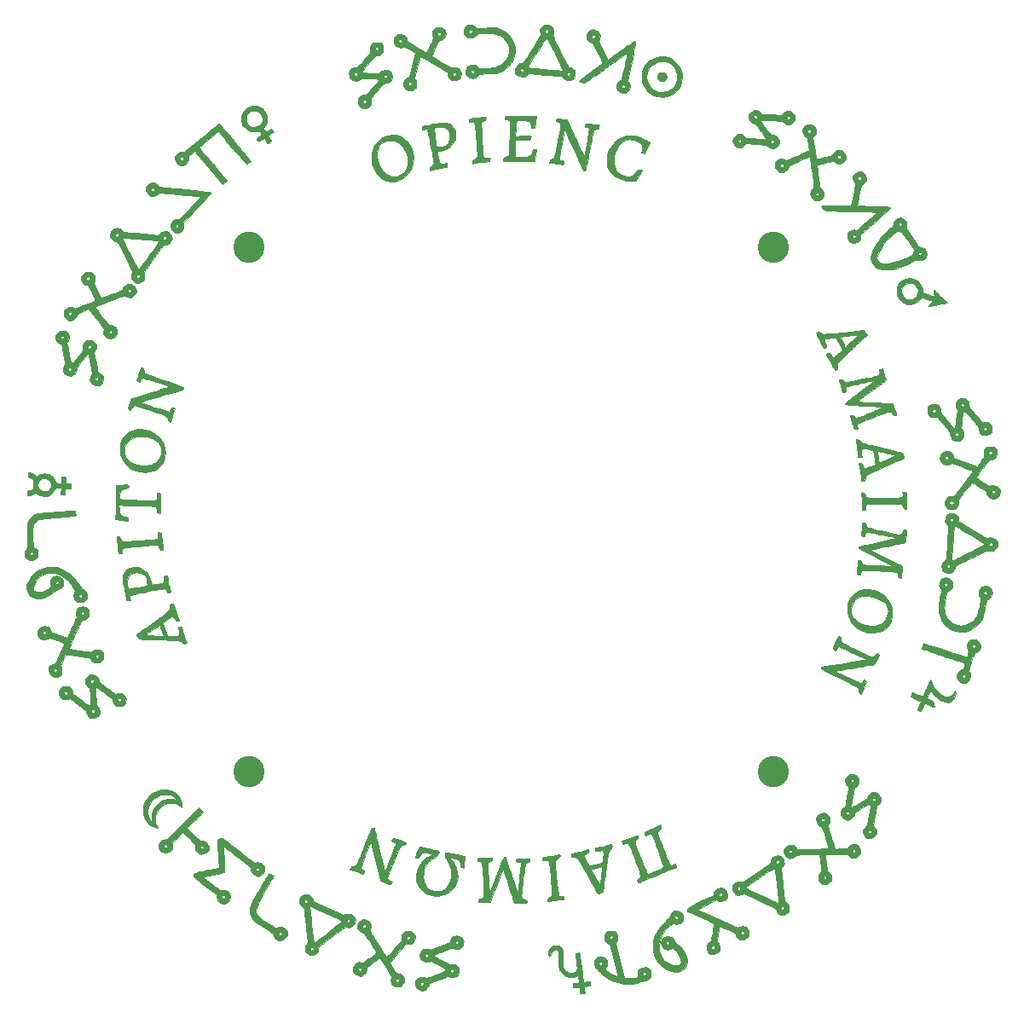
<source format=gbr>
G04 #@! TF.GenerationSoftware,KiCad,Pcbnew,(5.1.5)-3*
G04 #@! TF.CreationDate,2020-06-18T20:37:17+02:00*
G04 #@! TF.ProjectId,psithemius_top,70736974-6865-46d6-9975-735f746f702e,12*
G04 #@! TF.SameCoordinates,Original*
G04 #@! TF.FileFunction,Soldermask,Top*
G04 #@! TF.FilePolarity,Negative*
%FSLAX46Y46*%
G04 Gerber Fmt 4.6, Leading zero omitted, Abs format (unit mm)*
G04 Created by KiCad (PCBNEW (5.1.5)-3) date 2020-06-18 20:37:17*
%MOMM*%
%LPD*%
G04 APERTURE LIST*
%ADD10C,0.010000*%
%ADD11C,3.100000*%
G04 APERTURE END LIST*
D10*
G36*
X116816396Y-58234373D02*
G01*
X116935250Y-58333387D01*
X117036425Y-58500241D01*
X117055446Y-58675024D01*
X116992780Y-58847178D01*
X116907733Y-58953400D01*
X116744482Y-59067756D01*
X116567728Y-59098598D01*
X116378865Y-59045691D01*
X116374333Y-59043458D01*
X116288091Y-58971920D01*
X116205857Y-58859882D01*
X116188955Y-58828281D01*
X116138739Y-58649004D01*
X116158769Y-58485535D01*
X116234868Y-58347276D01*
X116352858Y-58243628D01*
X116498561Y-58183994D01*
X116657800Y-58177775D01*
X116816396Y-58234373D01*
G37*
X116816396Y-58234373D02*
X116935250Y-58333387D01*
X117036425Y-58500241D01*
X117055446Y-58675024D01*
X116992780Y-58847178D01*
X116907733Y-58953400D01*
X116744482Y-59067756D01*
X116567728Y-59098598D01*
X116378865Y-59045691D01*
X116374333Y-59043458D01*
X116288091Y-58971920D01*
X116205857Y-58859882D01*
X116188955Y-58828281D01*
X116138739Y-58649004D01*
X116158769Y-58485535D01*
X116234868Y-58347276D01*
X116352858Y-58243628D01*
X116498561Y-58183994D01*
X116657800Y-58177775D01*
X116816396Y-58234373D01*
G36*
X97756619Y-53479311D02*
G01*
X97901063Y-53525773D01*
X98039537Y-53621087D01*
X98115066Y-53689127D01*
X98249633Y-53816427D01*
X99068184Y-53773560D01*
X99400739Y-53759261D01*
X99692777Y-53752895D01*
X99931085Y-53754520D01*
X100102451Y-53764194D01*
X100140118Y-53768866D01*
X100488991Y-53862147D01*
X100836636Y-54033940D01*
X101172736Y-54278580D01*
X101328238Y-54421504D01*
X101600441Y-54730328D01*
X101797410Y-55050969D01*
X101928361Y-55401258D01*
X101989835Y-55701223D01*
X102014606Y-56143939D01*
X101958794Y-56564961D01*
X101824705Y-56958640D01*
X101614648Y-57319326D01*
X101330930Y-57641371D01*
X101127002Y-57813172D01*
X100931990Y-57952559D01*
X100748611Y-58062818D01*
X100562057Y-58148160D01*
X100357518Y-58212796D01*
X100120183Y-58260939D01*
X99835245Y-58296799D01*
X99487893Y-58324587D01*
X99285592Y-58336803D01*
X98460031Y-58383038D01*
X98330876Y-58530136D01*
X98237612Y-58627551D01*
X98155899Y-58698471D01*
X98133444Y-58713035D01*
X97968226Y-58764397D01*
X97770129Y-58776222D01*
X97582112Y-58746620D01*
X97557167Y-58738394D01*
X97352212Y-58625367D01*
X97210976Y-58462424D01*
X97137861Y-58260064D01*
X97137403Y-58081118D01*
X97631878Y-58081118D01*
X97633965Y-58187263D01*
X97671467Y-58242200D01*
X97769136Y-58290281D01*
X97872245Y-58262220D01*
X97935849Y-58198795D01*
X97974933Y-58129827D01*
X97964333Y-58075353D01*
X97897523Y-58000280D01*
X97824375Y-57933166D01*
X97776076Y-57922420D01*
X97718783Y-57963383D01*
X97706940Y-57974046D01*
X97631878Y-58081118D01*
X97137403Y-58081118D01*
X97137268Y-58028789D01*
X97184481Y-57849558D01*
X97289524Y-57650890D01*
X97435730Y-57522191D01*
X97632338Y-57457271D01*
X97786433Y-57446333D01*
X98007832Y-57477123D01*
X98202277Y-57562007D01*
X98347471Y-57689755D01*
X98385537Y-57748031D01*
X98407836Y-57782669D01*
X98440458Y-57805937D01*
X98497423Y-57819118D01*
X98592752Y-57823495D01*
X98740463Y-57820351D01*
X98954577Y-57810969D01*
X99032178Y-57807212D01*
X99456133Y-57778122D01*
X99809391Y-57733087D01*
X100105146Y-57667602D01*
X100356592Y-57577161D01*
X100576922Y-57457258D01*
X100779329Y-57303387D01*
X100931643Y-57158544D01*
X101160439Y-56874835D01*
X101312542Y-56567530D01*
X101392699Y-56224741D01*
X101408537Y-55964667D01*
X101405922Y-55778371D01*
X101392051Y-55644644D01*
X101359677Y-55531484D01*
X101301553Y-55406887D01*
X101267959Y-55343890D01*
X101164035Y-55178466D01*
X101027397Y-54995178D01*
X100887546Y-54833588D01*
X100886959Y-54832975D01*
X100744248Y-54693783D01*
X100614395Y-54596656D01*
X100463106Y-54519404D01*
X100308833Y-54458918D01*
X100192621Y-54417155D01*
X100093759Y-54386078D01*
X99997137Y-54364193D01*
X99887643Y-54350008D01*
X99750165Y-54342030D01*
X99569591Y-54338767D01*
X99330810Y-54338725D01*
X99104169Y-54339910D01*
X98796278Y-54342944D01*
X98564250Y-54348351D01*
X98399302Y-54356727D01*
X98292649Y-54368668D01*
X98235506Y-54384770D01*
X98219882Y-54399854D01*
X98181729Y-54462471D01*
X98106626Y-54556870D01*
X98067254Y-54601310D01*
X97965456Y-54695779D01*
X97858966Y-54745496D01*
X97712527Y-54769076D01*
X97477916Y-54763152D01*
X97267248Y-54704410D01*
X97100878Y-54600521D01*
X97024574Y-54509880D01*
X96965360Y-54349573D01*
X96944470Y-54148485D01*
X96944645Y-54146463D01*
X97424484Y-54146463D01*
X97470257Y-54226522D01*
X97565803Y-54301658D01*
X97649716Y-54294483D01*
X97732189Y-54205091D01*
X97777290Y-54124128D01*
X97768175Y-54068099D01*
X97711410Y-54004595D01*
X97631428Y-53943854D01*
X97564619Y-53948334D01*
X97548824Y-53957250D01*
X97444441Y-54050683D01*
X97424484Y-54146463D01*
X96944645Y-54146463D01*
X96962407Y-53941582D01*
X97014028Y-53775316D01*
X97134897Y-53608789D01*
X97309719Y-53506498D01*
X97540008Y-53467604D01*
X97570533Y-53467158D01*
X97756619Y-53479311D01*
G37*
X97756619Y-53479311D02*
X97901063Y-53525773D01*
X98039537Y-53621087D01*
X98115066Y-53689127D01*
X98249633Y-53816427D01*
X99068184Y-53773560D01*
X99400739Y-53759261D01*
X99692777Y-53752895D01*
X99931085Y-53754520D01*
X100102451Y-53764194D01*
X100140118Y-53768866D01*
X100488991Y-53862147D01*
X100836636Y-54033940D01*
X101172736Y-54278580D01*
X101328238Y-54421504D01*
X101600441Y-54730328D01*
X101797410Y-55050969D01*
X101928361Y-55401258D01*
X101989835Y-55701223D01*
X102014606Y-56143939D01*
X101958794Y-56564961D01*
X101824705Y-56958640D01*
X101614648Y-57319326D01*
X101330930Y-57641371D01*
X101127002Y-57813172D01*
X100931990Y-57952559D01*
X100748611Y-58062818D01*
X100562057Y-58148160D01*
X100357518Y-58212796D01*
X100120183Y-58260939D01*
X99835245Y-58296799D01*
X99487893Y-58324587D01*
X99285592Y-58336803D01*
X98460031Y-58383038D01*
X98330876Y-58530136D01*
X98237612Y-58627551D01*
X98155899Y-58698471D01*
X98133444Y-58713035D01*
X97968226Y-58764397D01*
X97770129Y-58776222D01*
X97582112Y-58746620D01*
X97557167Y-58738394D01*
X97352212Y-58625367D01*
X97210976Y-58462424D01*
X97137861Y-58260064D01*
X97137403Y-58081118D01*
X97631878Y-58081118D01*
X97633965Y-58187263D01*
X97671467Y-58242200D01*
X97769136Y-58290281D01*
X97872245Y-58262220D01*
X97935849Y-58198795D01*
X97974933Y-58129827D01*
X97964333Y-58075353D01*
X97897523Y-58000280D01*
X97824375Y-57933166D01*
X97776076Y-57922420D01*
X97718783Y-57963383D01*
X97706940Y-57974046D01*
X97631878Y-58081118D01*
X97137403Y-58081118D01*
X97137268Y-58028789D01*
X97184481Y-57849558D01*
X97289524Y-57650890D01*
X97435730Y-57522191D01*
X97632338Y-57457271D01*
X97786433Y-57446333D01*
X98007832Y-57477123D01*
X98202277Y-57562007D01*
X98347471Y-57689755D01*
X98385537Y-57748031D01*
X98407836Y-57782669D01*
X98440458Y-57805937D01*
X98497423Y-57819118D01*
X98592752Y-57823495D01*
X98740463Y-57820351D01*
X98954577Y-57810969D01*
X99032178Y-57807212D01*
X99456133Y-57778122D01*
X99809391Y-57733087D01*
X100105146Y-57667602D01*
X100356592Y-57577161D01*
X100576922Y-57457258D01*
X100779329Y-57303387D01*
X100931643Y-57158544D01*
X101160439Y-56874835D01*
X101312542Y-56567530D01*
X101392699Y-56224741D01*
X101408537Y-55964667D01*
X101405922Y-55778371D01*
X101392051Y-55644644D01*
X101359677Y-55531484D01*
X101301553Y-55406887D01*
X101267959Y-55343890D01*
X101164035Y-55178466D01*
X101027397Y-54995178D01*
X100887546Y-54833588D01*
X100886959Y-54832975D01*
X100744248Y-54693783D01*
X100614395Y-54596656D01*
X100463106Y-54519404D01*
X100308833Y-54458918D01*
X100192621Y-54417155D01*
X100093759Y-54386078D01*
X99997137Y-54364193D01*
X99887643Y-54350008D01*
X99750165Y-54342030D01*
X99569591Y-54338767D01*
X99330810Y-54338725D01*
X99104169Y-54339910D01*
X98796278Y-54342944D01*
X98564250Y-54348351D01*
X98399302Y-54356727D01*
X98292649Y-54368668D01*
X98235506Y-54384770D01*
X98219882Y-54399854D01*
X98181729Y-54462471D01*
X98106626Y-54556870D01*
X98067254Y-54601310D01*
X97965456Y-54695779D01*
X97858966Y-54745496D01*
X97712527Y-54769076D01*
X97477916Y-54763152D01*
X97267248Y-54704410D01*
X97100878Y-54600521D01*
X97024574Y-54509880D01*
X96965360Y-54349573D01*
X96944470Y-54148485D01*
X96944645Y-54146463D01*
X97424484Y-54146463D01*
X97470257Y-54226522D01*
X97565803Y-54301658D01*
X97649716Y-54294483D01*
X97732189Y-54205091D01*
X97777290Y-54124128D01*
X97768175Y-54068099D01*
X97711410Y-54004595D01*
X97631428Y-53943854D01*
X97564619Y-53948334D01*
X97548824Y-53957250D01*
X97444441Y-54050683D01*
X97424484Y-54146463D01*
X96944645Y-54146463D01*
X96962407Y-53941582D01*
X97014028Y-53775316D01*
X97134897Y-53608789D01*
X97309719Y-53506498D01*
X97540008Y-53467604D01*
X97570533Y-53467158D01*
X97756619Y-53479311D01*
G36*
X105304083Y-53459863D02*
G01*
X105514956Y-53551709D01*
X105673048Y-53677754D01*
X105772268Y-53789081D01*
X105820077Y-53885558D01*
X105833270Y-54002498D01*
X105833333Y-54014773D01*
X105821911Y-54178132D01*
X105793902Y-54347435D01*
X105788782Y-54369004D01*
X105778409Y-54414186D01*
X105773557Y-54458647D01*
X105777408Y-54510032D01*
X105793144Y-54575989D01*
X105823948Y-54664163D01*
X105873002Y-54782201D01*
X105943490Y-54937750D01*
X106038595Y-55138456D01*
X106161498Y-55391966D01*
X106315382Y-55705926D01*
X106503431Y-56087982D01*
X106508845Y-56098973D01*
X106698346Y-56483330D01*
X106854603Y-56798638D01*
X106981604Y-57051890D01*
X107083335Y-57250078D01*
X107163783Y-57400194D01*
X107226936Y-57509232D01*
X107276781Y-57584184D01*
X107317305Y-57632042D01*
X107352495Y-57659798D01*
X107386339Y-57674446D01*
X107410646Y-57680492D01*
X107603963Y-57745823D01*
X107778031Y-57847928D01*
X107903492Y-57968658D01*
X107922063Y-57996605D01*
X107982338Y-58174530D01*
X107984504Y-58381189D01*
X107935093Y-58590633D01*
X107840635Y-58776916D01*
X107707662Y-58914089D01*
X107687878Y-58926967D01*
X107511527Y-58993777D01*
X107305426Y-59012058D01*
X107106372Y-58981498D01*
X106994125Y-58932847D01*
X106881768Y-58847533D01*
X106765540Y-58734953D01*
X106740125Y-58706001D01*
X106616500Y-58558658D01*
X104986667Y-58430643D01*
X104339305Y-58379796D01*
X107161151Y-58379796D01*
X107206924Y-58459855D01*
X107277312Y-58527668D01*
X107332604Y-58536329D01*
X107401248Y-58483459D01*
X107442982Y-58440121D01*
X107543390Y-58333242D01*
X107449773Y-58239625D01*
X107369293Y-58177871D01*
X107302881Y-58180908D01*
X107285491Y-58190583D01*
X107181108Y-58284016D01*
X107161151Y-58379796D01*
X104339305Y-58379796D01*
X103356833Y-58302628D01*
X103229833Y-58419734D01*
X103078132Y-58541934D01*
X102936660Y-58607258D01*
X102770071Y-58630179D01*
X102714033Y-58630970D01*
X102481534Y-58596129D01*
X102285850Y-58500863D01*
X102138695Y-58356523D01*
X102051783Y-58174462D01*
X102035989Y-57973799D01*
X102045105Y-57933822D01*
X102544396Y-57933822D01*
X102545638Y-58011589D01*
X102601394Y-58088583D01*
X102694576Y-58157379D01*
X102779718Y-58142716D01*
X102846516Y-58071795D01*
X102885600Y-58002827D01*
X102875000Y-57948353D01*
X102808189Y-57873280D01*
X102735042Y-57806166D01*
X102686742Y-57795420D01*
X102629450Y-57836383D01*
X102617606Y-57847046D01*
X102544396Y-57933822D01*
X102045105Y-57933822D01*
X102092752Y-57724884D01*
X102156213Y-57611842D01*
X103304605Y-57611842D01*
X103315625Y-57664460D01*
X103333850Y-57698779D01*
X103361445Y-57716585D01*
X103425973Y-57734577D01*
X103534120Y-57753530D01*
X103692570Y-57774221D01*
X103908007Y-57797428D01*
X104187117Y-57823926D01*
X104536583Y-57854493D01*
X104963090Y-57889904D01*
X105015912Y-57894203D01*
X105380539Y-57923901D01*
X105718738Y-57951588D01*
X106021209Y-57976494D01*
X106278655Y-57997845D01*
X106481777Y-58014870D01*
X106621278Y-58026797D01*
X106687861Y-58032854D01*
X106691912Y-58033340D01*
X106733831Y-58005443D01*
X106748517Y-57977691D01*
X106736919Y-57923617D01*
X106691083Y-57804991D01*
X106615827Y-57631492D01*
X106515969Y-57412798D01*
X106396329Y-57158586D01*
X106261723Y-56878534D01*
X106116970Y-56582321D01*
X105966889Y-56279624D01*
X105816297Y-55980122D01*
X105670013Y-55693493D01*
X105532854Y-55429414D01*
X105409640Y-55197564D01*
X105305187Y-55007621D01*
X105224316Y-54869262D01*
X105171842Y-54792166D01*
X105156219Y-54779333D01*
X105112981Y-54815700D01*
X105027654Y-54924130D01*
X104900922Y-55103620D01*
X104733468Y-55353166D01*
X104525976Y-55671762D01*
X104279131Y-56058406D01*
X104200299Y-56183092D01*
X104004657Y-56493363D01*
X103823495Y-56781112D01*
X103661723Y-57038508D01*
X103524252Y-57257718D01*
X103415990Y-57430909D01*
X103341850Y-57550249D01*
X103306740Y-57607906D01*
X103304605Y-57611842D01*
X102156213Y-57611842D01*
X102203062Y-57528393D01*
X102359495Y-57392409D01*
X102554629Y-57325015D01*
X102637167Y-57319072D01*
X102806500Y-57318495D01*
X103269746Y-56588664D01*
X103449173Y-56305630D01*
X103649459Y-55989117D01*
X103852629Y-55667563D01*
X104040710Y-55369407D01*
X104152157Y-55192406D01*
X104571323Y-54525978D01*
X104517592Y-54316332D01*
X104492700Y-54066429D01*
X104497128Y-54048513D01*
X104999886Y-54048513D01*
X105001719Y-54153251D01*
X105055495Y-54234888D01*
X105143033Y-54282360D01*
X105242912Y-54246965D01*
X105319873Y-54172080D01*
X105343900Y-54115705D01*
X105312883Y-54046949D01*
X105274058Y-53998950D01*
X105204398Y-53927124D01*
X105153027Y-53914053D01*
X105085933Y-53951915D01*
X105081917Y-53954749D01*
X104999886Y-54048513D01*
X104497128Y-54048513D01*
X104549470Y-53836742D01*
X104686492Y-53632492D01*
X104708165Y-53610035D01*
X104885279Y-53487945D01*
X105089055Y-53438248D01*
X105304083Y-53459863D01*
G37*
X105304083Y-53459863D02*
X105514956Y-53551709D01*
X105673048Y-53677754D01*
X105772268Y-53789081D01*
X105820077Y-53885558D01*
X105833270Y-54002498D01*
X105833333Y-54014773D01*
X105821911Y-54178132D01*
X105793902Y-54347435D01*
X105788782Y-54369004D01*
X105778409Y-54414186D01*
X105773557Y-54458647D01*
X105777408Y-54510032D01*
X105793144Y-54575989D01*
X105823948Y-54664163D01*
X105873002Y-54782201D01*
X105943490Y-54937750D01*
X106038595Y-55138456D01*
X106161498Y-55391966D01*
X106315382Y-55705926D01*
X106503431Y-56087982D01*
X106508845Y-56098973D01*
X106698346Y-56483330D01*
X106854603Y-56798638D01*
X106981604Y-57051890D01*
X107083335Y-57250078D01*
X107163783Y-57400194D01*
X107226936Y-57509232D01*
X107276781Y-57584184D01*
X107317305Y-57632042D01*
X107352495Y-57659798D01*
X107386339Y-57674446D01*
X107410646Y-57680492D01*
X107603963Y-57745823D01*
X107778031Y-57847928D01*
X107903492Y-57968658D01*
X107922063Y-57996605D01*
X107982338Y-58174530D01*
X107984504Y-58381189D01*
X107935093Y-58590633D01*
X107840635Y-58776916D01*
X107707662Y-58914089D01*
X107687878Y-58926967D01*
X107511527Y-58993777D01*
X107305426Y-59012058D01*
X107106372Y-58981498D01*
X106994125Y-58932847D01*
X106881768Y-58847533D01*
X106765540Y-58734953D01*
X106740125Y-58706001D01*
X106616500Y-58558658D01*
X104986667Y-58430643D01*
X104339305Y-58379796D01*
X107161151Y-58379796D01*
X107206924Y-58459855D01*
X107277312Y-58527668D01*
X107332604Y-58536329D01*
X107401248Y-58483459D01*
X107442982Y-58440121D01*
X107543390Y-58333242D01*
X107449773Y-58239625D01*
X107369293Y-58177871D01*
X107302881Y-58180908D01*
X107285491Y-58190583D01*
X107181108Y-58284016D01*
X107161151Y-58379796D01*
X104339305Y-58379796D01*
X103356833Y-58302628D01*
X103229833Y-58419734D01*
X103078132Y-58541934D01*
X102936660Y-58607258D01*
X102770071Y-58630179D01*
X102714033Y-58630970D01*
X102481534Y-58596129D01*
X102285850Y-58500863D01*
X102138695Y-58356523D01*
X102051783Y-58174462D01*
X102035989Y-57973799D01*
X102045105Y-57933822D01*
X102544396Y-57933822D01*
X102545638Y-58011589D01*
X102601394Y-58088583D01*
X102694576Y-58157379D01*
X102779718Y-58142716D01*
X102846516Y-58071795D01*
X102885600Y-58002827D01*
X102875000Y-57948353D01*
X102808189Y-57873280D01*
X102735042Y-57806166D01*
X102686742Y-57795420D01*
X102629450Y-57836383D01*
X102617606Y-57847046D01*
X102544396Y-57933822D01*
X102045105Y-57933822D01*
X102092752Y-57724884D01*
X102156213Y-57611842D01*
X103304605Y-57611842D01*
X103315625Y-57664460D01*
X103333850Y-57698779D01*
X103361445Y-57716585D01*
X103425973Y-57734577D01*
X103534120Y-57753530D01*
X103692570Y-57774221D01*
X103908007Y-57797428D01*
X104187117Y-57823926D01*
X104536583Y-57854493D01*
X104963090Y-57889904D01*
X105015912Y-57894203D01*
X105380539Y-57923901D01*
X105718738Y-57951588D01*
X106021209Y-57976494D01*
X106278655Y-57997845D01*
X106481777Y-58014870D01*
X106621278Y-58026797D01*
X106687861Y-58032854D01*
X106691912Y-58033340D01*
X106733831Y-58005443D01*
X106748517Y-57977691D01*
X106736919Y-57923617D01*
X106691083Y-57804991D01*
X106615827Y-57631492D01*
X106515969Y-57412798D01*
X106396329Y-57158586D01*
X106261723Y-56878534D01*
X106116970Y-56582321D01*
X105966889Y-56279624D01*
X105816297Y-55980122D01*
X105670013Y-55693493D01*
X105532854Y-55429414D01*
X105409640Y-55197564D01*
X105305187Y-55007621D01*
X105224316Y-54869262D01*
X105171842Y-54792166D01*
X105156219Y-54779333D01*
X105112981Y-54815700D01*
X105027654Y-54924130D01*
X104900922Y-55103620D01*
X104733468Y-55353166D01*
X104525976Y-55671762D01*
X104279131Y-56058406D01*
X104200299Y-56183092D01*
X104004657Y-56493363D01*
X103823495Y-56781112D01*
X103661723Y-57038508D01*
X103524252Y-57257718D01*
X103415990Y-57430909D01*
X103341850Y-57550249D01*
X103306740Y-57607906D01*
X103304605Y-57611842D01*
X102156213Y-57611842D01*
X102203062Y-57528393D01*
X102359495Y-57392409D01*
X102554629Y-57325015D01*
X102637167Y-57319072D01*
X102806500Y-57318495D01*
X103269746Y-56588664D01*
X103449173Y-56305630D01*
X103649459Y-55989117D01*
X103852629Y-55667563D01*
X104040710Y-55369407D01*
X104152157Y-55192406D01*
X104571323Y-54525978D01*
X104517592Y-54316332D01*
X104492700Y-54066429D01*
X104497128Y-54048513D01*
X104999886Y-54048513D01*
X105001719Y-54153251D01*
X105055495Y-54234888D01*
X105143033Y-54282360D01*
X105242912Y-54246965D01*
X105319873Y-54172080D01*
X105343900Y-54115705D01*
X105312883Y-54046949D01*
X105274058Y-53998950D01*
X105204398Y-53927124D01*
X105153027Y-53914053D01*
X105085933Y-53951915D01*
X105081917Y-53954749D01*
X104999886Y-54048513D01*
X104497128Y-54048513D01*
X104549470Y-53836742D01*
X104686492Y-53632492D01*
X104708165Y-53610035D01*
X104885279Y-53487945D01*
X105089055Y-53438248D01*
X105304083Y-53459863D01*
G36*
X94576058Y-53703223D02*
G01*
X94770400Y-53762077D01*
X94935853Y-53869278D01*
X95054984Y-54020174D01*
X95103484Y-54159413D01*
X95119465Y-54421734D01*
X95066317Y-54647821D01*
X94948659Y-54829293D01*
X94771115Y-54957769D01*
X94636553Y-55006238D01*
X94425273Y-55059835D01*
X94077624Y-55798001D01*
X93970179Y-56028594D01*
X93877122Y-56233024D01*
X93803872Y-56398992D01*
X93755846Y-56514200D01*
X93738464Y-56566350D01*
X93738570Y-56567469D01*
X93775726Y-56596869D01*
X93875926Y-56663506D01*
X94029483Y-56761279D01*
X94226706Y-56884089D01*
X94457905Y-57025837D01*
X94687998Y-57165144D01*
X95628830Y-57731517D01*
X95915665Y-57713001D01*
X96096543Y-57708171D01*
X96226025Y-57724716D01*
X96335686Y-57767141D01*
X96350667Y-57775082D01*
X96507898Y-57907013D01*
X96608129Y-58096285D01*
X96646654Y-58333652D01*
X96646934Y-58357160D01*
X96613538Y-58602994D01*
X96515811Y-58794819D01*
X96357696Y-58928695D01*
X96143137Y-59000684D01*
X95990833Y-59012535D01*
X95743673Y-58979171D01*
X95550417Y-58881008D01*
X95414119Y-58720944D01*
X95337829Y-58501873D01*
X95323577Y-58379458D01*
X95320068Y-58316758D01*
X95812288Y-58316758D01*
X95815971Y-58395377D01*
X95870394Y-58469583D01*
X95963597Y-58538385D01*
X96048751Y-58523710D01*
X96115433Y-58452914D01*
X96170532Y-58359622D01*
X96164135Y-58297892D01*
X96090452Y-58235526D01*
X96074415Y-58224896D01*
X95993618Y-58179997D01*
X95938061Y-58187119D01*
X95883915Y-58230481D01*
X95812288Y-58316758D01*
X95320068Y-58316758D01*
X95313500Y-58199440D01*
X93968030Y-57393884D01*
X93663107Y-57211947D01*
X93381703Y-57045245D01*
X93131890Y-56898470D01*
X92921738Y-56776310D01*
X92759319Y-56683456D01*
X92652705Y-56624597D01*
X92609966Y-56604422D01*
X92609574Y-56604581D01*
X92596218Y-56648313D01*
X92565159Y-56763357D01*
X92519208Y-56938881D01*
X92461176Y-57164052D01*
X92393875Y-57428039D01*
X92320114Y-57720008D01*
X92319739Y-57721500D01*
X92042890Y-58822167D01*
X92133028Y-58920827D01*
X92192417Y-59035986D01*
X92224648Y-59202595D01*
X92229664Y-59391895D01*
X92207408Y-59575123D01*
X92157824Y-59723520D01*
X92134693Y-59760979D01*
X91976878Y-59906022D01*
X91772044Y-59988438D01*
X91535035Y-60003397D01*
X91433060Y-59989119D01*
X91213560Y-59911061D01*
X91057118Y-59776912D01*
X90964876Y-59588325D01*
X90937976Y-59346958D01*
X90939026Y-59327382D01*
X91411664Y-59327382D01*
X91418785Y-59382939D01*
X91462148Y-59437085D01*
X91548424Y-59508711D01*
X91627044Y-59505028D01*
X91701250Y-59450605D01*
X91770051Y-59357403D01*
X91755377Y-59272249D01*
X91684580Y-59205567D01*
X91591289Y-59150468D01*
X91529559Y-59156864D01*
X91467192Y-59230548D01*
X91456563Y-59246585D01*
X91411664Y-59327382D01*
X90939026Y-59327382D01*
X90941744Y-59276744D01*
X90986901Y-59055893D01*
X91088213Y-58889789D01*
X91257645Y-58760957D01*
X91315555Y-58730815D01*
X91503500Y-58639463D01*
X92108754Y-56266813D01*
X91576547Y-55953884D01*
X91044339Y-55640954D01*
X90872194Y-55700263D01*
X90638093Y-55738655D01*
X90399422Y-55703515D01*
X90204851Y-55612021D01*
X90074333Y-55476726D01*
X89995056Y-55293294D01*
X89970485Y-55092352D01*
X90413709Y-55092352D01*
X90652117Y-55297422D01*
X90728558Y-55203021D01*
X90784912Y-55115032D01*
X90805000Y-55052210D01*
X90773394Y-54987973D01*
X90709750Y-54928416D01*
X90641990Y-54888822D01*
X90590884Y-54898579D01*
X90523602Y-54965789D01*
X90514104Y-54976691D01*
X90413709Y-55092352D01*
X89970485Y-55092352D01*
X89969299Y-55082659D01*
X89999341Y-54865756D01*
X90087460Y-54663520D01*
X90099593Y-54644851D01*
X90238458Y-54510637D01*
X90428646Y-54429799D01*
X90650361Y-54409772D01*
X90710479Y-54415411D01*
X90945717Y-54472843D01*
X91115474Y-54579394D01*
X91228625Y-54743690D01*
X91294048Y-54974360D01*
X91295660Y-54984223D01*
X91306200Y-55041411D01*
X91323644Y-55090053D01*
X91357378Y-55137448D01*
X91416790Y-55190890D01*
X91511266Y-55257675D01*
X91650193Y-55345101D01*
X91842958Y-55460464D01*
X92098946Y-55611059D01*
X92111787Y-55618596D01*
X92355365Y-55761596D01*
X92583872Y-55895812D01*
X92783758Y-56013281D01*
X92941476Y-56106039D01*
X93043474Y-56166123D01*
X93060072Y-56175928D01*
X93219644Y-56270333D01*
X93563408Y-55556583D01*
X93671612Y-55329453D01*
X93765534Y-55127579D01*
X93839447Y-54963663D01*
X93887625Y-54850405D01*
X93904340Y-54800503D01*
X93904340Y-54800500D01*
X93888755Y-54736437D01*
X93853508Y-54629576D01*
X93841637Y-54596922D01*
X93800068Y-54382611D01*
X94281518Y-54382611D01*
X94308153Y-54443941D01*
X94361391Y-54491829D01*
X94464570Y-54575379D01*
X94563108Y-54460822D01*
X94625612Y-54380766D01*
X94634786Y-54329207D01*
X94595143Y-54272814D01*
X94589428Y-54266466D01*
X94486446Y-54196022D01*
X94388520Y-54204655D01*
X94311956Y-54290562D01*
X94308698Y-54297473D01*
X94281518Y-54382611D01*
X93800068Y-54382611D01*
X93799307Y-54378688D01*
X93823856Y-54158862D01*
X93909943Y-53963173D01*
X93994004Y-53863274D01*
X94170428Y-53749169D01*
X94370257Y-53697370D01*
X94576058Y-53703223D01*
G37*
X94576058Y-53703223D02*
X94770400Y-53762077D01*
X94935853Y-53869278D01*
X95054984Y-54020174D01*
X95103484Y-54159413D01*
X95119465Y-54421734D01*
X95066317Y-54647821D01*
X94948659Y-54829293D01*
X94771115Y-54957769D01*
X94636553Y-55006238D01*
X94425273Y-55059835D01*
X94077624Y-55798001D01*
X93970179Y-56028594D01*
X93877122Y-56233024D01*
X93803872Y-56398992D01*
X93755846Y-56514200D01*
X93738464Y-56566350D01*
X93738570Y-56567469D01*
X93775726Y-56596869D01*
X93875926Y-56663506D01*
X94029483Y-56761279D01*
X94226706Y-56884089D01*
X94457905Y-57025837D01*
X94687998Y-57165144D01*
X95628830Y-57731517D01*
X95915665Y-57713001D01*
X96096543Y-57708171D01*
X96226025Y-57724716D01*
X96335686Y-57767141D01*
X96350667Y-57775082D01*
X96507898Y-57907013D01*
X96608129Y-58096285D01*
X96646654Y-58333652D01*
X96646934Y-58357160D01*
X96613538Y-58602994D01*
X96515811Y-58794819D01*
X96357696Y-58928695D01*
X96143137Y-59000684D01*
X95990833Y-59012535D01*
X95743673Y-58979171D01*
X95550417Y-58881008D01*
X95414119Y-58720944D01*
X95337829Y-58501873D01*
X95323577Y-58379458D01*
X95320068Y-58316758D01*
X95812288Y-58316758D01*
X95815971Y-58395377D01*
X95870394Y-58469583D01*
X95963597Y-58538385D01*
X96048751Y-58523710D01*
X96115433Y-58452914D01*
X96170532Y-58359622D01*
X96164135Y-58297892D01*
X96090452Y-58235526D01*
X96074415Y-58224896D01*
X95993618Y-58179997D01*
X95938061Y-58187119D01*
X95883915Y-58230481D01*
X95812288Y-58316758D01*
X95320068Y-58316758D01*
X95313500Y-58199440D01*
X93968030Y-57393884D01*
X93663107Y-57211947D01*
X93381703Y-57045245D01*
X93131890Y-56898470D01*
X92921738Y-56776310D01*
X92759319Y-56683456D01*
X92652705Y-56624597D01*
X92609966Y-56604422D01*
X92609574Y-56604581D01*
X92596218Y-56648313D01*
X92565159Y-56763357D01*
X92519208Y-56938881D01*
X92461176Y-57164052D01*
X92393875Y-57428039D01*
X92320114Y-57720008D01*
X92319739Y-57721500D01*
X92042890Y-58822167D01*
X92133028Y-58920827D01*
X92192417Y-59035986D01*
X92224648Y-59202595D01*
X92229664Y-59391895D01*
X92207408Y-59575123D01*
X92157824Y-59723520D01*
X92134693Y-59760979D01*
X91976878Y-59906022D01*
X91772044Y-59988438D01*
X91535035Y-60003397D01*
X91433060Y-59989119D01*
X91213560Y-59911061D01*
X91057118Y-59776912D01*
X90964876Y-59588325D01*
X90937976Y-59346958D01*
X90939026Y-59327382D01*
X91411664Y-59327382D01*
X91418785Y-59382939D01*
X91462148Y-59437085D01*
X91548424Y-59508711D01*
X91627044Y-59505028D01*
X91701250Y-59450605D01*
X91770051Y-59357403D01*
X91755377Y-59272249D01*
X91684580Y-59205567D01*
X91591289Y-59150468D01*
X91529559Y-59156864D01*
X91467192Y-59230548D01*
X91456563Y-59246585D01*
X91411664Y-59327382D01*
X90939026Y-59327382D01*
X90941744Y-59276744D01*
X90986901Y-59055893D01*
X91088213Y-58889789D01*
X91257645Y-58760957D01*
X91315555Y-58730815D01*
X91503500Y-58639463D01*
X92108754Y-56266813D01*
X91576547Y-55953884D01*
X91044339Y-55640954D01*
X90872194Y-55700263D01*
X90638093Y-55738655D01*
X90399422Y-55703515D01*
X90204851Y-55612021D01*
X90074333Y-55476726D01*
X89995056Y-55293294D01*
X89970485Y-55092352D01*
X90413709Y-55092352D01*
X90652117Y-55297422D01*
X90728558Y-55203021D01*
X90784912Y-55115032D01*
X90805000Y-55052210D01*
X90773394Y-54987973D01*
X90709750Y-54928416D01*
X90641990Y-54888822D01*
X90590884Y-54898579D01*
X90523602Y-54965789D01*
X90514104Y-54976691D01*
X90413709Y-55092352D01*
X89970485Y-55092352D01*
X89969299Y-55082659D01*
X89999341Y-54865756D01*
X90087460Y-54663520D01*
X90099593Y-54644851D01*
X90238458Y-54510637D01*
X90428646Y-54429799D01*
X90650361Y-54409772D01*
X90710479Y-54415411D01*
X90945717Y-54472843D01*
X91115474Y-54579394D01*
X91228625Y-54743690D01*
X91294048Y-54974360D01*
X91295660Y-54984223D01*
X91306200Y-55041411D01*
X91323644Y-55090053D01*
X91357378Y-55137448D01*
X91416790Y-55190890D01*
X91511266Y-55257675D01*
X91650193Y-55345101D01*
X91842958Y-55460464D01*
X92098946Y-55611059D01*
X92111787Y-55618596D01*
X92355365Y-55761596D01*
X92583872Y-55895812D01*
X92783758Y-56013281D01*
X92941476Y-56106039D01*
X93043474Y-56166123D01*
X93060072Y-56175928D01*
X93219644Y-56270333D01*
X93563408Y-55556583D01*
X93671612Y-55329453D01*
X93765534Y-55127579D01*
X93839447Y-54963663D01*
X93887625Y-54850405D01*
X93904340Y-54800503D01*
X93904340Y-54800500D01*
X93888755Y-54736437D01*
X93853508Y-54629576D01*
X93841637Y-54596922D01*
X93800068Y-54382611D01*
X94281518Y-54382611D01*
X94308153Y-54443941D01*
X94361391Y-54491829D01*
X94464570Y-54575379D01*
X94563108Y-54460822D01*
X94625612Y-54380766D01*
X94634786Y-54329207D01*
X94595143Y-54272814D01*
X94589428Y-54266466D01*
X94486446Y-54196022D01*
X94388520Y-54204655D01*
X94311956Y-54290562D01*
X94308698Y-54297473D01*
X94281518Y-54382611D01*
X93800068Y-54382611D01*
X93799307Y-54378688D01*
X93823856Y-54158862D01*
X93909943Y-53963173D01*
X93994004Y-53863274D01*
X94170428Y-53749169D01*
X94370257Y-53697370D01*
X94576058Y-53703223D01*
G36*
X109930733Y-53966687D02*
G01*
X110116118Y-54051634D01*
X110279516Y-54170597D01*
X110333001Y-54226224D01*
X110420782Y-54392072D01*
X110450264Y-54597363D01*
X110419682Y-54818513D01*
X110384865Y-54919299D01*
X110322063Y-55069604D01*
X110752115Y-56003968D01*
X110872794Y-56263248D01*
X110983182Y-56494890D01*
X111078068Y-56688403D01*
X111152241Y-56833294D01*
X111200487Y-56919069D01*
X111216230Y-56938333D01*
X111260386Y-56914539D01*
X111360153Y-56848839D01*
X111503136Y-56749761D01*
X111676937Y-56625832D01*
X111790897Y-56543061D01*
X112086204Y-56328492D01*
X112383784Y-56114743D01*
X112675323Y-55907569D01*
X112952504Y-55712726D01*
X113207015Y-55535968D01*
X113430540Y-55383049D01*
X113614764Y-55259724D01*
X113751374Y-55171747D01*
X113832055Y-55124873D01*
X113848979Y-55118648D01*
X113887444Y-55121232D01*
X113917554Y-55132451D01*
X113938403Y-55159193D01*
X113949082Y-55208345D01*
X113948685Y-55286795D01*
X113936303Y-55401430D01*
X113911029Y-55559138D01*
X113871956Y-55766806D01*
X113818176Y-56031321D01*
X113748782Y-56359571D01*
X113662866Y-56758443D01*
X113586555Y-57110322D01*
X113168936Y-59033833D01*
X113289356Y-59172193D01*
X113403931Y-59339555D01*
X113446897Y-59509572D01*
X113433271Y-59679695D01*
X113353828Y-59921176D01*
X113222057Y-60104446D01*
X113048381Y-60223666D01*
X112843223Y-60272996D01*
X112617005Y-60246596D01*
X112499082Y-60203094D01*
X112357483Y-60117132D01*
X112227691Y-60004816D01*
X112208279Y-59983104D01*
X112141653Y-59895328D01*
X112108737Y-59815158D01*
X112101550Y-59710211D01*
X112109361Y-59581694D01*
X112110762Y-59573286D01*
X112571421Y-59573286D01*
X112613950Y-59656926D01*
X112630234Y-59680580D01*
X112702815Y-59758231D01*
X112781274Y-59766318D01*
X112863450Y-59730844D01*
X112934740Y-59655337D01*
X112930322Y-59555214D01*
X112876693Y-59472654D01*
X112820773Y-59424225D01*
X112761538Y-59425203D01*
X112686193Y-59459824D01*
X112593039Y-59517302D01*
X112571421Y-59573286D01*
X112110762Y-59573286D01*
X112147248Y-59354323D01*
X112226362Y-59185445D01*
X112358351Y-59054222D01*
X112431130Y-59006061D01*
X112529118Y-58946844D01*
X112590702Y-58909000D01*
X112598991Y-58903630D01*
X112611043Y-58861778D01*
X112637893Y-58749609D01*
X112676951Y-58579055D01*
X112725628Y-58362050D01*
X112781334Y-58110526D01*
X112841478Y-57836415D01*
X112903472Y-57551652D01*
X112964724Y-57268168D01*
X113022646Y-56997896D01*
X113074647Y-56752770D01*
X113118137Y-56544722D01*
X113150528Y-56385684D01*
X113169228Y-56287591D01*
X113172535Y-56261000D01*
X113136727Y-56284688D01*
X113039978Y-56352014D01*
X112890223Y-56457370D01*
X112695391Y-56595149D01*
X112463416Y-56759744D01*
X112202230Y-56945547D01*
X111968792Y-57111961D01*
X111436863Y-57491258D01*
X110969319Y-57823983D01*
X110561839Y-58113043D01*
X110210102Y-58361345D01*
X109909789Y-58571793D01*
X109656579Y-58747296D01*
X109446151Y-58890759D01*
X109274186Y-59005088D01*
X109136361Y-59093191D01*
X109028358Y-59157972D01*
X108945856Y-59202339D01*
X108884534Y-59229198D01*
X108840071Y-59241455D01*
X108808148Y-59242017D01*
X108803630Y-59241153D01*
X108588849Y-59188905D01*
X108450231Y-59142460D01*
X108380169Y-59095337D01*
X108371054Y-59041057D01*
X108415279Y-58973141D01*
X108448343Y-58938583D01*
X108500453Y-58896312D01*
X108612606Y-58811599D01*
X108775810Y-58691024D01*
X108981076Y-58541169D01*
X109219415Y-58368612D01*
X109481836Y-58179935D01*
X109614310Y-58085149D01*
X109880648Y-57892986D01*
X110122695Y-57714694D01*
X110332306Y-57556561D01*
X110501339Y-57424876D01*
X110621649Y-57325929D01*
X110685092Y-57266007D01*
X110692884Y-57252255D01*
X110672164Y-57200438D01*
X110620463Y-57083072D01*
X110542816Y-56911238D01*
X110444256Y-56696010D01*
X110329818Y-56448468D01*
X110236000Y-56246987D01*
X110098184Y-55952588D01*
X109990524Y-55725865D01*
X109907536Y-55557695D01*
X109843735Y-55438953D01*
X109793635Y-55360517D01*
X109751754Y-55313262D01*
X109712605Y-55288065D01*
X109670704Y-55275802D01*
X109649981Y-55272153D01*
X109479220Y-55210070D01*
X109311763Y-55092853D01*
X109179995Y-54944883D01*
X109151679Y-54897011D01*
X109098038Y-54708343D01*
X109105294Y-54616139D01*
X109609012Y-54616139D01*
X109666821Y-54727467D01*
X109718210Y-54788477D01*
X109770945Y-54795693D01*
X109857321Y-54756966D01*
X109942446Y-54703039D01*
X109981699Y-54658636D01*
X109982000Y-54655936D01*
X109957693Y-54599695D01*
X109902306Y-54520962D01*
X109835085Y-54454836D01*
X109768084Y-54450838D01*
X109711806Y-54473031D01*
X109622666Y-54535486D01*
X109609012Y-54616139D01*
X109105294Y-54616139D01*
X109113730Y-54508947D01*
X109188075Y-54315780D01*
X109310394Y-54145801D01*
X109470008Y-54015966D01*
X109656237Y-53943235D01*
X109758390Y-53933596D01*
X109930733Y-53966687D01*
G37*
X109930733Y-53966687D02*
X110116118Y-54051634D01*
X110279516Y-54170597D01*
X110333001Y-54226224D01*
X110420782Y-54392072D01*
X110450264Y-54597363D01*
X110419682Y-54818513D01*
X110384865Y-54919299D01*
X110322063Y-55069604D01*
X110752115Y-56003968D01*
X110872794Y-56263248D01*
X110983182Y-56494890D01*
X111078068Y-56688403D01*
X111152241Y-56833294D01*
X111200487Y-56919069D01*
X111216230Y-56938333D01*
X111260386Y-56914539D01*
X111360153Y-56848839D01*
X111503136Y-56749761D01*
X111676937Y-56625832D01*
X111790897Y-56543061D01*
X112086204Y-56328492D01*
X112383784Y-56114743D01*
X112675323Y-55907569D01*
X112952504Y-55712726D01*
X113207015Y-55535968D01*
X113430540Y-55383049D01*
X113614764Y-55259724D01*
X113751374Y-55171747D01*
X113832055Y-55124873D01*
X113848979Y-55118648D01*
X113887444Y-55121232D01*
X113917554Y-55132451D01*
X113938403Y-55159193D01*
X113949082Y-55208345D01*
X113948685Y-55286795D01*
X113936303Y-55401430D01*
X113911029Y-55559138D01*
X113871956Y-55766806D01*
X113818176Y-56031321D01*
X113748782Y-56359571D01*
X113662866Y-56758443D01*
X113586555Y-57110322D01*
X113168936Y-59033833D01*
X113289356Y-59172193D01*
X113403931Y-59339555D01*
X113446897Y-59509572D01*
X113433271Y-59679695D01*
X113353828Y-59921176D01*
X113222057Y-60104446D01*
X113048381Y-60223666D01*
X112843223Y-60272996D01*
X112617005Y-60246596D01*
X112499082Y-60203094D01*
X112357483Y-60117132D01*
X112227691Y-60004816D01*
X112208279Y-59983104D01*
X112141653Y-59895328D01*
X112108737Y-59815158D01*
X112101550Y-59710211D01*
X112109361Y-59581694D01*
X112110762Y-59573286D01*
X112571421Y-59573286D01*
X112613950Y-59656926D01*
X112630234Y-59680580D01*
X112702815Y-59758231D01*
X112781274Y-59766318D01*
X112863450Y-59730844D01*
X112934740Y-59655337D01*
X112930322Y-59555214D01*
X112876693Y-59472654D01*
X112820773Y-59424225D01*
X112761538Y-59425203D01*
X112686193Y-59459824D01*
X112593039Y-59517302D01*
X112571421Y-59573286D01*
X112110762Y-59573286D01*
X112147248Y-59354323D01*
X112226362Y-59185445D01*
X112358351Y-59054222D01*
X112431130Y-59006061D01*
X112529118Y-58946844D01*
X112590702Y-58909000D01*
X112598991Y-58903630D01*
X112611043Y-58861778D01*
X112637893Y-58749609D01*
X112676951Y-58579055D01*
X112725628Y-58362050D01*
X112781334Y-58110526D01*
X112841478Y-57836415D01*
X112903472Y-57551652D01*
X112964724Y-57268168D01*
X113022646Y-56997896D01*
X113074647Y-56752770D01*
X113118137Y-56544722D01*
X113150528Y-56385684D01*
X113169228Y-56287591D01*
X113172535Y-56261000D01*
X113136727Y-56284688D01*
X113039978Y-56352014D01*
X112890223Y-56457370D01*
X112695391Y-56595149D01*
X112463416Y-56759744D01*
X112202230Y-56945547D01*
X111968792Y-57111961D01*
X111436863Y-57491258D01*
X110969319Y-57823983D01*
X110561839Y-58113043D01*
X110210102Y-58361345D01*
X109909789Y-58571793D01*
X109656579Y-58747296D01*
X109446151Y-58890759D01*
X109274186Y-59005088D01*
X109136361Y-59093191D01*
X109028358Y-59157972D01*
X108945856Y-59202339D01*
X108884534Y-59229198D01*
X108840071Y-59241455D01*
X108808148Y-59242017D01*
X108803630Y-59241153D01*
X108588849Y-59188905D01*
X108450231Y-59142460D01*
X108380169Y-59095337D01*
X108371054Y-59041057D01*
X108415279Y-58973141D01*
X108448343Y-58938583D01*
X108500453Y-58896312D01*
X108612606Y-58811599D01*
X108775810Y-58691024D01*
X108981076Y-58541169D01*
X109219415Y-58368612D01*
X109481836Y-58179935D01*
X109614310Y-58085149D01*
X109880648Y-57892986D01*
X110122695Y-57714694D01*
X110332306Y-57556561D01*
X110501339Y-57424876D01*
X110621649Y-57325929D01*
X110685092Y-57266007D01*
X110692884Y-57252255D01*
X110672164Y-57200438D01*
X110620463Y-57083072D01*
X110542816Y-56911238D01*
X110444256Y-56696010D01*
X110329818Y-56448468D01*
X110236000Y-56246987D01*
X110098184Y-55952588D01*
X109990524Y-55725865D01*
X109907536Y-55557695D01*
X109843735Y-55438953D01*
X109793635Y-55360517D01*
X109751754Y-55313262D01*
X109712605Y-55288065D01*
X109670704Y-55275802D01*
X109649981Y-55272153D01*
X109479220Y-55210070D01*
X109311763Y-55092853D01*
X109179995Y-54944883D01*
X109151679Y-54897011D01*
X109098038Y-54708343D01*
X109105294Y-54616139D01*
X109609012Y-54616139D01*
X109666821Y-54727467D01*
X109718210Y-54788477D01*
X109770945Y-54795693D01*
X109857321Y-54756966D01*
X109942446Y-54703039D01*
X109981699Y-54658636D01*
X109982000Y-54655936D01*
X109957693Y-54599695D01*
X109902306Y-54520962D01*
X109835085Y-54454836D01*
X109768084Y-54450838D01*
X109711806Y-54473031D01*
X109622666Y-54535486D01*
X109609012Y-54616139D01*
X109105294Y-54616139D01*
X109113730Y-54508947D01*
X109188075Y-54315780D01*
X109310394Y-54145801D01*
X109470008Y-54015966D01*
X109656237Y-53943235D01*
X109758390Y-53933596D01*
X109930733Y-53966687D01*
G36*
X116862052Y-56641880D02*
G01*
X117227218Y-56723284D01*
X117567784Y-56869380D01*
X117875017Y-57075556D01*
X118140182Y-57337205D01*
X118354547Y-57649717D01*
X118509376Y-58008483D01*
X118588623Y-58353051D01*
X118606876Y-58753694D01*
X118548869Y-59134175D01*
X118421969Y-59487568D01*
X118233542Y-59806947D01*
X117990955Y-60085384D01*
X117701574Y-60315953D01*
X117372765Y-60491728D01*
X117011894Y-60605780D01*
X116626329Y-60651185D01*
X116223435Y-60621014D01*
X116184263Y-60613915D01*
X115808940Y-60501149D01*
X115470661Y-60318232D01*
X115176910Y-60074353D01*
X114935169Y-59778701D01*
X114752922Y-59440464D01*
X114637652Y-59068829D01*
X114596841Y-58672985D01*
X114596836Y-58664752D01*
X114599743Y-58631667D01*
X115083363Y-58631667D01*
X115087227Y-58824771D01*
X115103879Y-58967877D01*
X115140538Y-59095469D01*
X115204419Y-59242030D01*
X115216256Y-59266667D01*
X115410171Y-59585535D01*
X115651030Y-59834892D01*
X115942060Y-60017735D01*
X116092074Y-60079763D01*
X116348619Y-60137984D01*
X116638083Y-60150283D01*
X116928026Y-60118539D01*
X117186008Y-60044629D01*
X117256569Y-60012351D01*
X117567721Y-59809922D01*
X117813323Y-59560772D01*
X117990371Y-59274310D01*
X118095861Y-58959947D01*
X118126787Y-58627091D01*
X118080146Y-58285152D01*
X117952933Y-57943539D01*
X117930851Y-57900640D01*
X117733266Y-57613050D01*
X117475759Y-57383633D01*
X117226080Y-57240388D01*
X117096449Y-57185343D01*
X116976120Y-57151770D01*
X116836401Y-57134667D01*
X116648600Y-57129036D01*
X116586000Y-57128833D01*
X116386020Y-57131642D01*
X116242967Y-57143528D01*
X116129188Y-57169679D01*
X116017033Y-57215285D01*
X115951000Y-57247988D01*
X115663606Y-57436367D01*
X115416577Y-57679901D01*
X115229849Y-57958199D01*
X115202909Y-58013160D01*
X115140012Y-58163788D01*
X115103600Y-58299071D01*
X115086967Y-58453716D01*
X115083363Y-58631667D01*
X114599743Y-58631667D01*
X114634511Y-58236092D01*
X114744341Y-57846309D01*
X114923451Y-57500151D01*
X115168968Y-57202366D01*
X115478016Y-56957701D01*
X115706299Y-56831907D01*
X116092859Y-56691582D01*
X116481022Y-56629776D01*
X116862052Y-56641880D01*
G37*
X116862052Y-56641880D02*
X117227218Y-56723284D01*
X117567784Y-56869380D01*
X117875017Y-57075556D01*
X118140182Y-57337205D01*
X118354547Y-57649717D01*
X118509376Y-58008483D01*
X118588623Y-58353051D01*
X118606876Y-58753694D01*
X118548869Y-59134175D01*
X118421969Y-59487568D01*
X118233542Y-59806947D01*
X117990955Y-60085384D01*
X117701574Y-60315953D01*
X117372765Y-60491728D01*
X117011894Y-60605780D01*
X116626329Y-60651185D01*
X116223435Y-60621014D01*
X116184263Y-60613915D01*
X115808940Y-60501149D01*
X115470661Y-60318232D01*
X115176910Y-60074353D01*
X114935169Y-59778701D01*
X114752922Y-59440464D01*
X114637652Y-59068829D01*
X114596841Y-58672985D01*
X114596836Y-58664752D01*
X114599743Y-58631667D01*
X115083363Y-58631667D01*
X115087227Y-58824771D01*
X115103879Y-58967877D01*
X115140538Y-59095469D01*
X115204419Y-59242030D01*
X115216256Y-59266667D01*
X115410171Y-59585535D01*
X115651030Y-59834892D01*
X115942060Y-60017735D01*
X116092074Y-60079763D01*
X116348619Y-60137984D01*
X116638083Y-60150283D01*
X116928026Y-60118539D01*
X117186008Y-60044629D01*
X117256569Y-60012351D01*
X117567721Y-59809922D01*
X117813323Y-59560772D01*
X117990371Y-59274310D01*
X118095861Y-58959947D01*
X118126787Y-58627091D01*
X118080146Y-58285152D01*
X117952933Y-57943539D01*
X117930851Y-57900640D01*
X117733266Y-57613050D01*
X117475759Y-57383633D01*
X117226080Y-57240388D01*
X117096449Y-57185343D01*
X116976120Y-57151770D01*
X116836401Y-57134667D01*
X116648600Y-57129036D01*
X116586000Y-57128833D01*
X116386020Y-57131642D01*
X116242967Y-57143528D01*
X116129188Y-57169679D01*
X116017033Y-57215285D01*
X115951000Y-57247988D01*
X115663606Y-57436367D01*
X115416577Y-57679901D01*
X115229849Y-57958199D01*
X115202909Y-58013160D01*
X115140012Y-58163788D01*
X115103600Y-58299071D01*
X115086967Y-58453716D01*
X115083363Y-58631667D01*
X114599743Y-58631667D01*
X114634511Y-58236092D01*
X114744341Y-57846309D01*
X114923451Y-57500151D01*
X115168968Y-57202366D01*
X115478016Y-56957701D01*
X115706299Y-56831907D01*
X116092859Y-56691582D01*
X116481022Y-56629776D01*
X116862052Y-56641880D01*
G36*
X88567423Y-55244331D02*
G01*
X88686674Y-55294323D01*
X88807738Y-55412882D01*
X88892432Y-55585470D01*
X88936784Y-55787895D01*
X88936825Y-55995967D01*
X88888582Y-56185491D01*
X88845920Y-56264547D01*
X88722561Y-56386573D01*
X88547112Y-56485225D01*
X88351806Y-56544746D01*
X88251683Y-56555031D01*
X88118563Y-56599250D01*
X88026933Y-56682832D01*
X87965365Y-56753651D01*
X87857951Y-56874772D01*
X87715759Y-57033812D01*
X87549858Y-57218392D01*
X87374075Y-57413082D01*
X87158586Y-57655725D01*
X86999762Y-57846071D01*
X86893413Y-57990687D01*
X86835351Y-58096141D01*
X86821384Y-58169002D01*
X86847324Y-58215836D01*
X86857437Y-58222972D01*
X86907793Y-58230603D01*
X87029211Y-58240218D01*
X87208132Y-58251007D01*
X87430998Y-58262160D01*
X87684248Y-58272865D01*
X87707157Y-58273745D01*
X88525106Y-58304882D01*
X88647164Y-58156805D01*
X88818629Y-58012046D01*
X89030052Y-57934870D01*
X89264441Y-57930210D01*
X89360525Y-57949677D01*
X89536403Y-58012273D01*
X89653978Y-58101441D01*
X89739563Y-58240795D01*
X89771873Y-58318854D01*
X89819242Y-58529470D01*
X89813560Y-58748219D01*
X89757025Y-58941672D01*
X89727469Y-58994436D01*
X89622185Y-59097882D01*
X89465763Y-59188155D01*
X89291677Y-59249056D01*
X89166944Y-59265737D01*
X89119257Y-59271371D01*
X89067675Y-59292540D01*
X89004267Y-59336641D01*
X88921103Y-59411071D01*
X88810249Y-59523225D01*
X88663776Y-59680503D01*
X88473750Y-59890299D01*
X88353693Y-60024168D01*
X88141184Y-60261958D01*
X87978949Y-60445552D01*
X87860728Y-60583782D01*
X87780264Y-60685478D01*
X87731296Y-60759471D01*
X87707564Y-60814594D01*
X87702811Y-60859676D01*
X87710776Y-60903551D01*
X87716323Y-60923441D01*
X87736758Y-61127439D01*
X87696124Y-61350304D01*
X87642701Y-61481910D01*
X87537386Y-61604116D01*
X87375156Y-61694431D01*
X87179713Y-61746852D01*
X86974753Y-61755376D01*
X86783975Y-61714001D01*
X86762167Y-61704960D01*
X86607268Y-61607661D01*
X86501535Y-61465151D01*
X86443404Y-61313463D01*
X86409691Y-61088563D01*
X86414191Y-61052162D01*
X86916598Y-61052162D01*
X86922866Y-61156162D01*
X86990249Y-61236812D01*
X87005583Y-61244868D01*
X87112952Y-61255103D01*
X87203067Y-61200398D01*
X87247898Y-61099794D01*
X87249000Y-61079531D01*
X87212973Y-60998291D01*
X87128350Y-60944748D01*
X87030317Y-60934390D01*
X86975087Y-60958959D01*
X86916598Y-61052162D01*
X86414191Y-61052162D01*
X86436366Y-60872812D01*
X86518895Y-60690830D01*
X86569226Y-60630287D01*
X86724636Y-60520168D01*
X86922948Y-60441381D01*
X87123834Y-60409729D01*
X87132191Y-60409667D01*
X87179434Y-60396851D01*
X87245147Y-60354003D01*
X87336230Y-60274518D01*
X87459585Y-60151791D01*
X87622111Y-59979218D01*
X87830710Y-59750195D01*
X87889279Y-59685114D01*
X88075855Y-59475817D01*
X88242635Y-59285661D01*
X88381442Y-59124222D01*
X88484097Y-59001076D01*
X88542420Y-58925802D01*
X88552615Y-58908381D01*
X88535480Y-58889258D01*
X88469109Y-58873004D01*
X88345936Y-58858908D01*
X88158393Y-58846261D01*
X87898913Y-58834355D01*
X87676775Y-58826294D01*
X86788487Y-58796388D01*
X86610151Y-58914405D01*
X86472292Y-58990647D01*
X86334749Y-59024970D01*
X86194824Y-59030959D01*
X85952282Y-59002774D01*
X85770621Y-58919543D01*
X85643855Y-58778154D01*
X85619373Y-58731956D01*
X85590738Y-58636332D01*
X89001003Y-58636332D01*
X89042180Y-58716931D01*
X89121145Y-58755112D01*
X89215642Y-58739614D01*
X89298909Y-58665803D01*
X89340729Y-58590403D01*
X89325693Y-58533760D01*
X89294749Y-58496470D01*
X89193370Y-58428800D01*
X89095581Y-58438073D01*
X89020926Y-58522289D01*
X89019868Y-58524580D01*
X89001003Y-58636332D01*
X85590738Y-58636332D01*
X85565741Y-58552863D01*
X85553895Y-58405907D01*
X86025859Y-58405907D01*
X86052004Y-58462004D01*
X86084016Y-58488137D01*
X86191869Y-58541700D01*
X86278036Y-58518190D01*
X86335576Y-58454137D01*
X86377396Y-58378737D01*
X86362360Y-58322093D01*
X86331415Y-58284803D01*
X86229466Y-58216653D01*
X86131594Y-58227501D01*
X86055536Y-58315172D01*
X86053851Y-58318804D01*
X86025859Y-58405907D01*
X85553895Y-58405907D01*
X85548878Y-58343682D01*
X85569037Y-58141791D01*
X85614493Y-58005703D01*
X85712876Y-57890392D01*
X85866157Y-57790773D01*
X86044567Y-57722373D01*
X86199994Y-57700333D01*
X86251535Y-57697012D01*
X86301958Y-57681992D01*
X86359632Y-57647687D01*
X86432926Y-57586513D01*
X86530208Y-57490886D01*
X86659846Y-57353218D01*
X86830208Y-57165927D01*
X87007937Y-56968018D01*
X87663951Y-56235702D01*
X87641731Y-55958884D01*
X87642002Y-55856049D01*
X88109664Y-55856049D01*
X88116785Y-55911605D01*
X88160148Y-55965751D01*
X88261998Y-56039025D01*
X88354208Y-56029995D01*
X88428325Y-55939653D01*
X88430972Y-55933971D01*
X88460626Y-55844809D01*
X88436159Y-55784469D01*
X88390744Y-55743471D01*
X88296810Y-55680646D01*
X88230935Y-55684824D01*
X88164838Y-55759812D01*
X88154563Y-55775251D01*
X88109664Y-55856049D01*
X87642002Y-55856049D01*
X87642393Y-55707804D01*
X87693565Y-55517255D01*
X87800393Y-55376278D01*
X87962259Y-55276443D01*
X88153963Y-55223274D01*
X88367364Y-55212859D01*
X88567423Y-55244331D01*
G37*
X88567423Y-55244331D02*
X88686674Y-55294323D01*
X88807738Y-55412882D01*
X88892432Y-55585470D01*
X88936784Y-55787895D01*
X88936825Y-55995967D01*
X88888582Y-56185491D01*
X88845920Y-56264547D01*
X88722561Y-56386573D01*
X88547112Y-56485225D01*
X88351806Y-56544746D01*
X88251683Y-56555031D01*
X88118563Y-56599250D01*
X88026933Y-56682832D01*
X87965365Y-56753651D01*
X87857951Y-56874772D01*
X87715759Y-57033812D01*
X87549858Y-57218392D01*
X87374075Y-57413082D01*
X87158586Y-57655725D01*
X86999762Y-57846071D01*
X86893413Y-57990687D01*
X86835351Y-58096141D01*
X86821384Y-58169002D01*
X86847324Y-58215836D01*
X86857437Y-58222972D01*
X86907793Y-58230603D01*
X87029211Y-58240218D01*
X87208132Y-58251007D01*
X87430998Y-58262160D01*
X87684248Y-58272865D01*
X87707157Y-58273745D01*
X88525106Y-58304882D01*
X88647164Y-58156805D01*
X88818629Y-58012046D01*
X89030052Y-57934870D01*
X89264441Y-57930210D01*
X89360525Y-57949677D01*
X89536403Y-58012273D01*
X89653978Y-58101441D01*
X89739563Y-58240795D01*
X89771873Y-58318854D01*
X89819242Y-58529470D01*
X89813560Y-58748219D01*
X89757025Y-58941672D01*
X89727469Y-58994436D01*
X89622185Y-59097882D01*
X89465763Y-59188155D01*
X89291677Y-59249056D01*
X89166944Y-59265737D01*
X89119257Y-59271371D01*
X89067675Y-59292540D01*
X89004267Y-59336641D01*
X88921103Y-59411071D01*
X88810249Y-59523225D01*
X88663776Y-59680503D01*
X88473750Y-59890299D01*
X88353693Y-60024168D01*
X88141184Y-60261958D01*
X87978949Y-60445552D01*
X87860728Y-60583782D01*
X87780264Y-60685478D01*
X87731296Y-60759471D01*
X87707564Y-60814594D01*
X87702811Y-60859676D01*
X87710776Y-60903551D01*
X87716323Y-60923441D01*
X87736758Y-61127439D01*
X87696124Y-61350304D01*
X87642701Y-61481910D01*
X87537386Y-61604116D01*
X87375156Y-61694431D01*
X87179713Y-61746852D01*
X86974753Y-61755376D01*
X86783975Y-61714001D01*
X86762167Y-61704960D01*
X86607268Y-61607661D01*
X86501535Y-61465151D01*
X86443404Y-61313463D01*
X86409691Y-61088563D01*
X86414191Y-61052162D01*
X86916598Y-61052162D01*
X86922866Y-61156162D01*
X86990249Y-61236812D01*
X87005583Y-61244868D01*
X87112952Y-61255103D01*
X87203067Y-61200398D01*
X87247898Y-61099794D01*
X87249000Y-61079531D01*
X87212973Y-60998291D01*
X87128350Y-60944748D01*
X87030317Y-60934390D01*
X86975087Y-60958959D01*
X86916598Y-61052162D01*
X86414191Y-61052162D01*
X86436366Y-60872812D01*
X86518895Y-60690830D01*
X86569226Y-60630287D01*
X86724636Y-60520168D01*
X86922948Y-60441381D01*
X87123834Y-60409729D01*
X87132191Y-60409667D01*
X87179434Y-60396851D01*
X87245147Y-60354003D01*
X87336230Y-60274518D01*
X87459585Y-60151791D01*
X87622111Y-59979218D01*
X87830710Y-59750195D01*
X87889279Y-59685114D01*
X88075855Y-59475817D01*
X88242635Y-59285661D01*
X88381442Y-59124222D01*
X88484097Y-59001076D01*
X88542420Y-58925802D01*
X88552615Y-58908381D01*
X88535480Y-58889258D01*
X88469109Y-58873004D01*
X88345936Y-58858908D01*
X88158393Y-58846261D01*
X87898913Y-58834355D01*
X87676775Y-58826294D01*
X86788487Y-58796388D01*
X86610151Y-58914405D01*
X86472292Y-58990647D01*
X86334749Y-59024970D01*
X86194824Y-59030959D01*
X85952282Y-59002774D01*
X85770621Y-58919543D01*
X85643855Y-58778154D01*
X85619373Y-58731956D01*
X85590738Y-58636332D01*
X89001003Y-58636332D01*
X89042180Y-58716931D01*
X89121145Y-58755112D01*
X89215642Y-58739614D01*
X89298909Y-58665803D01*
X89340729Y-58590403D01*
X89325693Y-58533760D01*
X89294749Y-58496470D01*
X89193370Y-58428800D01*
X89095581Y-58438073D01*
X89020926Y-58522289D01*
X89019868Y-58524580D01*
X89001003Y-58636332D01*
X85590738Y-58636332D01*
X85565741Y-58552863D01*
X85553895Y-58405907D01*
X86025859Y-58405907D01*
X86052004Y-58462004D01*
X86084016Y-58488137D01*
X86191869Y-58541700D01*
X86278036Y-58518190D01*
X86335576Y-58454137D01*
X86377396Y-58378737D01*
X86362360Y-58322093D01*
X86331415Y-58284803D01*
X86229466Y-58216653D01*
X86131594Y-58227501D01*
X86055536Y-58315172D01*
X86053851Y-58318804D01*
X86025859Y-58405907D01*
X85553895Y-58405907D01*
X85548878Y-58343682D01*
X85569037Y-58141791D01*
X85614493Y-58005703D01*
X85712876Y-57890392D01*
X85866157Y-57790773D01*
X86044567Y-57722373D01*
X86199994Y-57700333D01*
X86251535Y-57697012D01*
X86301958Y-57681992D01*
X86359632Y-57647687D01*
X86432926Y-57586513D01*
X86530208Y-57490886D01*
X86659846Y-57353218D01*
X86830208Y-57165927D01*
X87007937Y-56968018D01*
X87663951Y-56235702D01*
X87641731Y-55958884D01*
X87642002Y-55856049D01*
X88109664Y-55856049D01*
X88116785Y-55911605D01*
X88160148Y-55965751D01*
X88261998Y-56039025D01*
X88354208Y-56029995D01*
X88428325Y-55939653D01*
X88430972Y-55933971D01*
X88460626Y-55844809D01*
X88436159Y-55784469D01*
X88390744Y-55743471D01*
X88296810Y-55680646D01*
X88230935Y-55684824D01*
X88164838Y-55759812D01*
X88154563Y-55775251D01*
X88109664Y-55856049D01*
X87642002Y-55856049D01*
X87642393Y-55707804D01*
X87693565Y-55517255D01*
X87800393Y-55376278D01*
X87962259Y-55276443D01*
X88153963Y-55223274D01*
X88367364Y-55212859D01*
X88567423Y-55244331D01*
G36*
X76345240Y-61554921D02*
G01*
X76353130Y-61556331D01*
X76667556Y-61652553D01*
X76935671Y-61813644D01*
X77149833Y-62030675D01*
X77302403Y-62294713D01*
X77385741Y-62596827D01*
X77399320Y-62779264D01*
X77376002Y-63081247D01*
X77296392Y-63342875D01*
X77167547Y-63571127D01*
X77098301Y-63676986D01*
X77054565Y-63752475D01*
X77046667Y-63772804D01*
X77068827Y-63827239D01*
X77122156Y-63914577D01*
X77186925Y-64006367D01*
X77243406Y-64074158D01*
X77268094Y-64092142D01*
X77317193Y-64071178D01*
X77415049Y-64015909D01*
X77530644Y-63944500D01*
X77656029Y-63868068D01*
X77755080Y-63814564D01*
X77803180Y-63796333D01*
X77845007Y-63828417D01*
X77907636Y-63905257D01*
X77970503Y-63997733D01*
X78013047Y-64076729D01*
X78020333Y-64103834D01*
X77987708Y-64136734D01*
X77902801Y-64199983D01*
X77801763Y-64268170D01*
X77679243Y-64347838D01*
X77583499Y-64410224D01*
X77541963Y-64437416D01*
X77541062Y-64485086D01*
X77581340Y-64585054D01*
X77654701Y-64718120D01*
X77731019Y-64846480D01*
X77786099Y-64944315D01*
X77808600Y-64991443D01*
X77808667Y-64992162D01*
X77776958Y-65024294D01*
X77699438Y-65082620D01*
X77602515Y-65149142D01*
X77512600Y-65205867D01*
X77456100Y-65234797D01*
X77451318Y-65235667D01*
X77419355Y-65203290D01*
X77354078Y-65117904D01*
X77268869Y-64997124D01*
X77258098Y-64981320D01*
X77085375Y-64726974D01*
X76830797Y-64899854D01*
X76686308Y-64992824D01*
X76589010Y-65033033D01*
X76518506Y-65018713D01*
X76454398Y-64948096D01*
X76401476Y-64862638D01*
X76327785Y-64737100D01*
X76601601Y-64558701D01*
X76875417Y-64380303D01*
X76748335Y-64195595D01*
X76669833Y-64088910D01*
X76612998Y-64040996D01*
X76555596Y-64038227D01*
X76513703Y-64051777D01*
X76414169Y-64073608D01*
X76265948Y-64088443D01*
X76135332Y-64092667D01*
X75799558Y-64054249D01*
X75499378Y-63942227D01*
X75242513Y-63761447D01*
X75036682Y-63516756D01*
X74941909Y-63343506D01*
X74886961Y-63211081D01*
X74857110Y-63094190D01*
X74847357Y-62960190D01*
X74849277Y-62894182D01*
X75314341Y-62894182D01*
X75368900Y-63131927D01*
X75480112Y-63341979D01*
X75517088Y-63387917D01*
X75692019Y-63526807D01*
X75908707Y-63608222D01*
X76145190Y-63630444D01*
X76379513Y-63591756D01*
X76589714Y-63490441D01*
X76612772Y-63473614D01*
X76756176Y-63343432D01*
X76850372Y-63197672D01*
X76916493Y-63002957D01*
X76920293Y-62987930D01*
X76939228Y-62751549D01*
X76885203Y-62526773D01*
X76769922Y-62325938D01*
X76605088Y-62161383D01*
X76402406Y-62045445D01*
X76173578Y-61990461D01*
X75981526Y-61998317D01*
X75802806Y-62061537D01*
X75620584Y-62179699D01*
X75465189Y-62330132D01*
X75389401Y-62441006D01*
X75319991Y-62655091D01*
X75314341Y-62894182D01*
X74849277Y-62894182D01*
X74852703Y-62776437D01*
X74853301Y-62764904D01*
X74870380Y-62560557D01*
X74902070Y-62405888D01*
X74956964Y-62266120D01*
X74994543Y-62193257D01*
X75183733Y-61928637D01*
X75423538Y-61727740D01*
X75703817Y-61595319D01*
X76014432Y-61536128D01*
X76345240Y-61554921D01*
G37*
X76345240Y-61554921D02*
X76353130Y-61556331D01*
X76667556Y-61652553D01*
X76935671Y-61813644D01*
X77149833Y-62030675D01*
X77302403Y-62294713D01*
X77385741Y-62596827D01*
X77399320Y-62779264D01*
X77376002Y-63081247D01*
X77296392Y-63342875D01*
X77167547Y-63571127D01*
X77098301Y-63676986D01*
X77054565Y-63752475D01*
X77046667Y-63772804D01*
X77068827Y-63827239D01*
X77122156Y-63914577D01*
X77186925Y-64006367D01*
X77243406Y-64074158D01*
X77268094Y-64092142D01*
X77317193Y-64071178D01*
X77415049Y-64015909D01*
X77530644Y-63944500D01*
X77656029Y-63868068D01*
X77755080Y-63814564D01*
X77803180Y-63796333D01*
X77845007Y-63828417D01*
X77907636Y-63905257D01*
X77970503Y-63997733D01*
X78013047Y-64076729D01*
X78020333Y-64103834D01*
X77987708Y-64136734D01*
X77902801Y-64199983D01*
X77801763Y-64268170D01*
X77679243Y-64347838D01*
X77583499Y-64410224D01*
X77541963Y-64437416D01*
X77541062Y-64485086D01*
X77581340Y-64585054D01*
X77654701Y-64718120D01*
X77731019Y-64846480D01*
X77786099Y-64944315D01*
X77808600Y-64991443D01*
X77808667Y-64992162D01*
X77776958Y-65024294D01*
X77699438Y-65082620D01*
X77602515Y-65149142D01*
X77512600Y-65205867D01*
X77456100Y-65234797D01*
X77451318Y-65235667D01*
X77419355Y-65203290D01*
X77354078Y-65117904D01*
X77268869Y-64997124D01*
X77258098Y-64981320D01*
X77085375Y-64726974D01*
X76830797Y-64899854D01*
X76686308Y-64992824D01*
X76589010Y-65033033D01*
X76518506Y-65018713D01*
X76454398Y-64948096D01*
X76401476Y-64862638D01*
X76327785Y-64737100D01*
X76601601Y-64558701D01*
X76875417Y-64380303D01*
X76748335Y-64195595D01*
X76669833Y-64088910D01*
X76612998Y-64040996D01*
X76555596Y-64038227D01*
X76513703Y-64051777D01*
X76414169Y-64073608D01*
X76265948Y-64088443D01*
X76135332Y-64092667D01*
X75799558Y-64054249D01*
X75499378Y-63942227D01*
X75242513Y-63761447D01*
X75036682Y-63516756D01*
X74941909Y-63343506D01*
X74886961Y-63211081D01*
X74857110Y-63094190D01*
X74847357Y-62960190D01*
X74849277Y-62894182D01*
X75314341Y-62894182D01*
X75368900Y-63131927D01*
X75480112Y-63341979D01*
X75517088Y-63387917D01*
X75692019Y-63526807D01*
X75908707Y-63608222D01*
X76145190Y-63630444D01*
X76379513Y-63591756D01*
X76589714Y-63490441D01*
X76612772Y-63473614D01*
X76756176Y-63343432D01*
X76850372Y-63197672D01*
X76916493Y-63002957D01*
X76920293Y-62987930D01*
X76939228Y-62751549D01*
X76885203Y-62526773D01*
X76769922Y-62325938D01*
X76605088Y-62161383D01*
X76402406Y-62045445D01*
X76173578Y-61990461D01*
X75981526Y-61998317D01*
X75802806Y-62061537D01*
X75620584Y-62179699D01*
X75465189Y-62330132D01*
X75389401Y-62441006D01*
X75319991Y-62655091D01*
X75314341Y-62894182D01*
X74849277Y-62894182D01*
X74852703Y-62776437D01*
X74853301Y-62764904D01*
X74870380Y-62560557D01*
X74902070Y-62405888D01*
X74956964Y-62266120D01*
X74994543Y-62193257D01*
X75183733Y-61928637D01*
X75423538Y-61727740D01*
X75703817Y-61595319D01*
X76014432Y-61536128D01*
X76345240Y-61554921D01*
G36*
X126151877Y-62004293D02*
G01*
X126355408Y-62143529D01*
X126399068Y-62185574D01*
X126555500Y-62344719D01*
X127525823Y-62397181D01*
X128496147Y-62449643D01*
X128626490Y-62300727D01*
X128820573Y-62128039D01*
X129026594Y-62037545D01*
X129240875Y-62030051D01*
X129459740Y-62106359D01*
X129475637Y-62115142D01*
X129647885Y-62254998D01*
X129767373Y-62438533D01*
X129827229Y-62645305D01*
X129820582Y-62854868D01*
X129771314Y-62994937D01*
X129648757Y-63155031D01*
X129476634Y-63282578D01*
X129284179Y-63359167D01*
X129171032Y-63373000D01*
X129009733Y-63360208D01*
X128875266Y-63312897D01*
X128737532Y-63217662D01*
X128651000Y-63141403D01*
X128502833Y-63004482D01*
X127515926Y-62951451D01*
X127201818Y-62934876D01*
X126961544Y-62923431D01*
X126784412Y-62917373D01*
X126659730Y-62916958D01*
X126576807Y-62922442D01*
X126524949Y-62934082D01*
X126493466Y-62952134D01*
X126471930Y-62976492D01*
X126436595Y-63054645D01*
X126439886Y-63097366D01*
X126483579Y-63161578D01*
X126567032Y-63275700D01*
X126679727Y-63426072D01*
X126811147Y-63599031D01*
X126950773Y-63780918D01*
X127088089Y-63958071D01*
X127212576Y-64116828D01*
X127313717Y-64243528D01*
X127380993Y-64324510D01*
X127400928Y-64345639D01*
X127484207Y-64382818D01*
X127606471Y-64405582D01*
X127631041Y-64407302D01*
X127820876Y-64455796D01*
X127994657Y-64569885D01*
X128136516Y-64730496D01*
X128230584Y-64918560D01*
X128260992Y-65115003D01*
X128257242Y-65159901D01*
X128192225Y-65355856D01*
X128061981Y-65537478D01*
X127885303Y-65680011D01*
X127845901Y-65701724D01*
X127648078Y-65772602D01*
X127463415Y-65768018D01*
X127289568Y-65700409D01*
X127164953Y-65618308D01*
X127060176Y-65522991D01*
X127048076Y-65508519D01*
X127018916Y-65473685D01*
X126985824Y-65446448D01*
X126937894Y-65425115D01*
X126864217Y-65407997D01*
X126753885Y-65393401D01*
X126595990Y-65379638D01*
X126379624Y-65365016D01*
X126093879Y-65347845D01*
X125961811Y-65340122D01*
X124962105Y-65281767D01*
X124831768Y-65430213D01*
X124637315Y-65600649D01*
X124431048Y-65689240D01*
X124221604Y-65696300D01*
X124017620Y-65622143D01*
X123827735Y-65467084D01*
X123764380Y-65391373D01*
X123653326Y-65193678D01*
X123625436Y-64995608D01*
X123631450Y-64972579D01*
X124154821Y-64972579D01*
X124166337Y-65095484D01*
X124167305Y-65098083D01*
X124233169Y-65176446D01*
X124333979Y-65186527D01*
X124433788Y-65138757D01*
X124486145Y-65066861D01*
X124485511Y-65057375D01*
X127392611Y-65057375D01*
X127438634Y-65169156D01*
X127504086Y-65240669D01*
X127585857Y-65247741D01*
X127623206Y-65238800D01*
X127708785Y-65198641D01*
X127733268Y-65124823D01*
X127731935Y-65087189D01*
X127704961Y-64964609D01*
X127640385Y-64912970D01*
X127531871Y-64921271D01*
X127422863Y-64973823D01*
X127392611Y-65057375D01*
X124485511Y-65057375D01*
X124479623Y-64969424D01*
X124438714Y-64883326D01*
X124356762Y-64855410D01*
X124329900Y-64854667D01*
X124212976Y-64886865D01*
X124154821Y-64972579D01*
X123631450Y-64972579D01*
X123679667Y-64787967D01*
X123692783Y-64759610D01*
X123828686Y-64560161D01*
X124007392Y-64418463D01*
X124213054Y-64342631D01*
X124429827Y-64340780D01*
X124486000Y-64353403D01*
X124603673Y-64408167D01*
X124735532Y-64501214D01*
X124797225Y-64556892D01*
X124959619Y-64719286D01*
X125821060Y-64767111D01*
X126090082Y-64782651D01*
X126336740Y-64798031D01*
X126546100Y-64812230D01*
X126703230Y-64824227D01*
X126793197Y-64833002D01*
X126800528Y-64834065D01*
X126902722Y-64830120D01*
X126940491Y-64796031D01*
X126922852Y-64746288D01*
X126860976Y-64640289D01*
X126762095Y-64489002D01*
X126633444Y-64303396D01*
X126482258Y-64094437D01*
X126441463Y-64039399D01*
X126255181Y-63791893D01*
X126109895Y-63605692D01*
X125998298Y-63472568D01*
X125913085Y-63384289D01*
X125846946Y-63332626D01*
X125793500Y-63309565D01*
X125563618Y-63214485D01*
X125382614Y-63055292D01*
X125315637Y-62956578D01*
X125233118Y-62733322D01*
X125232851Y-62655251D01*
X125727519Y-62655251D01*
X125769130Y-62759128D01*
X125780800Y-62771867D01*
X125821304Y-62810401D01*
X125857231Y-62817397D01*
X125925056Y-62794789D01*
X125960077Y-62781381D01*
X126048573Y-62713342D01*
X126061391Y-62625359D01*
X128996323Y-62625359D01*
X128998766Y-62746983D01*
X129015362Y-62798037D01*
X129077787Y-62854716D01*
X129188066Y-62859862D01*
X129261371Y-62839304D01*
X129317957Y-62780204D01*
X129328564Y-62687632D01*
X129299638Y-62594603D01*
X129237624Y-62534130D01*
X129200266Y-62526333D01*
X129063816Y-62551329D01*
X128996323Y-62625359D01*
X126061391Y-62625359D01*
X126063204Y-62612920D01*
X126014491Y-62510760D01*
X125958282Y-62461974D01*
X125879836Y-62468314D01*
X125845158Y-62480454D01*
X125755160Y-62551955D01*
X125727519Y-62655251D01*
X125232851Y-62655251D01*
X125232363Y-62512880D01*
X125310847Y-62306063D01*
X125466046Y-62123682D01*
X125520215Y-62080445D01*
X125728227Y-61972028D01*
X125940799Y-61946885D01*
X126151877Y-62004293D01*
G37*
X126151877Y-62004293D02*
X126355408Y-62143529D01*
X126399068Y-62185574D01*
X126555500Y-62344719D01*
X127525823Y-62397181D01*
X128496147Y-62449643D01*
X128626490Y-62300727D01*
X128820573Y-62128039D01*
X129026594Y-62037545D01*
X129240875Y-62030051D01*
X129459740Y-62106359D01*
X129475637Y-62115142D01*
X129647885Y-62254998D01*
X129767373Y-62438533D01*
X129827229Y-62645305D01*
X129820582Y-62854868D01*
X129771314Y-62994937D01*
X129648757Y-63155031D01*
X129476634Y-63282578D01*
X129284179Y-63359167D01*
X129171032Y-63373000D01*
X129009733Y-63360208D01*
X128875266Y-63312897D01*
X128737532Y-63217662D01*
X128651000Y-63141403D01*
X128502833Y-63004482D01*
X127515926Y-62951451D01*
X127201818Y-62934876D01*
X126961544Y-62923431D01*
X126784412Y-62917373D01*
X126659730Y-62916958D01*
X126576807Y-62922442D01*
X126524949Y-62934082D01*
X126493466Y-62952134D01*
X126471930Y-62976492D01*
X126436595Y-63054645D01*
X126439886Y-63097366D01*
X126483579Y-63161578D01*
X126567032Y-63275700D01*
X126679727Y-63426072D01*
X126811147Y-63599031D01*
X126950773Y-63780918D01*
X127088089Y-63958071D01*
X127212576Y-64116828D01*
X127313717Y-64243528D01*
X127380993Y-64324510D01*
X127400928Y-64345639D01*
X127484207Y-64382818D01*
X127606471Y-64405582D01*
X127631041Y-64407302D01*
X127820876Y-64455796D01*
X127994657Y-64569885D01*
X128136516Y-64730496D01*
X128230584Y-64918560D01*
X128260992Y-65115003D01*
X128257242Y-65159901D01*
X128192225Y-65355856D01*
X128061981Y-65537478D01*
X127885303Y-65680011D01*
X127845901Y-65701724D01*
X127648078Y-65772602D01*
X127463415Y-65768018D01*
X127289568Y-65700409D01*
X127164953Y-65618308D01*
X127060176Y-65522991D01*
X127048076Y-65508519D01*
X127018916Y-65473685D01*
X126985824Y-65446448D01*
X126937894Y-65425115D01*
X126864217Y-65407997D01*
X126753885Y-65393401D01*
X126595990Y-65379638D01*
X126379624Y-65365016D01*
X126093879Y-65347845D01*
X125961811Y-65340122D01*
X124962105Y-65281767D01*
X124831768Y-65430213D01*
X124637315Y-65600649D01*
X124431048Y-65689240D01*
X124221604Y-65696300D01*
X124017620Y-65622143D01*
X123827735Y-65467084D01*
X123764380Y-65391373D01*
X123653326Y-65193678D01*
X123625436Y-64995608D01*
X123631450Y-64972579D01*
X124154821Y-64972579D01*
X124166337Y-65095484D01*
X124167305Y-65098083D01*
X124233169Y-65176446D01*
X124333979Y-65186527D01*
X124433788Y-65138757D01*
X124486145Y-65066861D01*
X124485511Y-65057375D01*
X127392611Y-65057375D01*
X127438634Y-65169156D01*
X127504086Y-65240669D01*
X127585857Y-65247741D01*
X127623206Y-65238800D01*
X127708785Y-65198641D01*
X127733268Y-65124823D01*
X127731935Y-65087189D01*
X127704961Y-64964609D01*
X127640385Y-64912970D01*
X127531871Y-64921271D01*
X127422863Y-64973823D01*
X127392611Y-65057375D01*
X124485511Y-65057375D01*
X124479623Y-64969424D01*
X124438714Y-64883326D01*
X124356762Y-64855410D01*
X124329900Y-64854667D01*
X124212976Y-64886865D01*
X124154821Y-64972579D01*
X123631450Y-64972579D01*
X123679667Y-64787967D01*
X123692783Y-64759610D01*
X123828686Y-64560161D01*
X124007392Y-64418463D01*
X124213054Y-64342631D01*
X124429827Y-64340780D01*
X124486000Y-64353403D01*
X124603673Y-64408167D01*
X124735532Y-64501214D01*
X124797225Y-64556892D01*
X124959619Y-64719286D01*
X125821060Y-64767111D01*
X126090082Y-64782651D01*
X126336740Y-64798031D01*
X126546100Y-64812230D01*
X126703230Y-64824227D01*
X126793197Y-64833002D01*
X126800528Y-64834065D01*
X126902722Y-64830120D01*
X126940491Y-64796031D01*
X126922852Y-64746288D01*
X126860976Y-64640289D01*
X126762095Y-64489002D01*
X126633444Y-64303396D01*
X126482258Y-64094437D01*
X126441463Y-64039399D01*
X126255181Y-63791893D01*
X126109895Y-63605692D01*
X125998298Y-63472568D01*
X125913085Y-63384289D01*
X125846946Y-63332626D01*
X125793500Y-63309565D01*
X125563618Y-63214485D01*
X125382614Y-63055292D01*
X125315637Y-62956578D01*
X125233118Y-62733322D01*
X125232851Y-62655251D01*
X125727519Y-62655251D01*
X125769130Y-62759128D01*
X125780800Y-62771867D01*
X125821304Y-62810401D01*
X125857231Y-62817397D01*
X125925056Y-62794789D01*
X125960077Y-62781381D01*
X126048573Y-62713342D01*
X126061391Y-62625359D01*
X128996323Y-62625359D01*
X128998766Y-62746983D01*
X129015362Y-62798037D01*
X129077787Y-62854716D01*
X129188066Y-62859862D01*
X129261371Y-62839304D01*
X129317957Y-62780204D01*
X129328564Y-62687632D01*
X129299638Y-62594603D01*
X129237624Y-62534130D01*
X129200266Y-62526333D01*
X129063816Y-62551329D01*
X128996323Y-62625359D01*
X126061391Y-62625359D01*
X126063204Y-62612920D01*
X126014491Y-62510760D01*
X125958282Y-62461974D01*
X125879836Y-62468314D01*
X125845158Y-62480454D01*
X125755160Y-62551955D01*
X125727519Y-62655251D01*
X125232851Y-62655251D01*
X125232363Y-62512880D01*
X125310847Y-62306063D01*
X125466046Y-62123682D01*
X125520215Y-62080445D01*
X125728227Y-61972028D01*
X125940799Y-61946885D01*
X126151877Y-62004293D01*
G36*
X104121305Y-62653333D02*
G01*
X104105544Y-62736385D01*
X104081159Y-62882005D01*
X104051604Y-63068957D01*
X104023208Y-63256561D01*
X103949500Y-63753956D01*
X103769583Y-63753978D01*
X103589667Y-63754000D01*
X103589667Y-63464228D01*
X103583960Y-63294502D01*
X103558118Y-63175221D01*
X103499063Y-63095666D01*
X103393712Y-63045117D01*
X103228987Y-63012855D01*
X103010784Y-62989846D01*
X102744529Y-62967646D01*
X102548772Y-62955912D01*
X102409960Y-62954926D01*
X102314541Y-62964971D01*
X102248960Y-62986328D01*
X102215922Y-63006404D01*
X102186554Y-63037935D01*
X102163214Y-63092387D01*
X102143955Y-63182009D01*
X102126828Y-63319049D01*
X102109885Y-63515755D01*
X102091176Y-63784378D01*
X102090484Y-63794955D01*
X102042639Y-64526769D01*
X102816153Y-64507387D01*
X103097768Y-64500158D01*
X103304801Y-64497144D01*
X103447333Y-64502131D01*
X103535449Y-64518904D01*
X103579230Y-64551247D01*
X103588759Y-64602946D01*
X103574120Y-64677785D01*
X103545395Y-64779551D01*
X103544994Y-64780995D01*
X103500793Y-64940156D01*
X102787160Y-64929161D01*
X102549157Y-64927310D01*
X102340956Y-64929128D01*
X102177189Y-64934213D01*
X102072491Y-64942161D01*
X102041562Y-64949730D01*
X102030183Y-65000371D01*
X102018305Y-65121464D01*
X102006866Y-65298808D01*
X101996801Y-65518201D01*
X101989850Y-65733775D01*
X101982028Y-66025964D01*
X101980625Y-66244476D01*
X101992552Y-66400301D01*
X102024715Y-66504430D01*
X102084025Y-66567850D01*
X102177389Y-66601551D01*
X102311717Y-66616522D01*
X102493916Y-66623754D01*
X102550603Y-66625745D01*
X102893497Y-66627662D01*
X103164285Y-66602247D01*
X103372338Y-66545182D01*
X103527030Y-66452150D01*
X103637731Y-66318832D01*
X103713815Y-66140912D01*
X103730254Y-66082269D01*
X103768770Y-65948422D01*
X103809298Y-65873792D01*
X103870869Y-65834659D01*
X103945929Y-65813474D01*
X104052696Y-65795259D01*
X104119753Y-65796814D01*
X104126120Y-65800342D01*
X104127942Y-65850652D01*
X104113704Y-65975268D01*
X104084770Y-66165643D01*
X104042505Y-66413229D01*
X103988273Y-66709478D01*
X103944242Y-66939583D01*
X103935420Y-66980565D01*
X103920180Y-67011466D01*
X103888396Y-67032925D01*
X103829938Y-67045584D01*
X103734678Y-67050081D01*
X103592487Y-67047055D01*
X103393238Y-67037146D01*
X103126802Y-67020994D01*
X102891167Y-67006079D01*
X102631206Y-66993468D01*
X102319727Y-66984356D01*
X101989827Y-66979382D01*
X101674608Y-66979184D01*
X101565032Y-66980502D01*
X100831564Y-66992500D01*
X100855948Y-66870792D01*
X100873957Y-66761842D01*
X100880333Y-66690875D01*
X100915807Y-66644420D01*
X100969185Y-66632667D01*
X101126602Y-66600747D01*
X101269653Y-66518000D01*
X101368096Y-66403942D01*
X101385174Y-66364211D01*
X101394208Y-66299241D01*
X101405123Y-66161158D01*
X101417450Y-65961480D01*
X101430717Y-65711729D01*
X101444456Y-65423425D01*
X101458197Y-65108087D01*
X101471468Y-64777237D01*
X101483800Y-64442393D01*
X101494723Y-64115077D01*
X101503767Y-63806808D01*
X101510461Y-63529107D01*
X101514336Y-63293493D01*
X101515108Y-63180008D01*
X101489532Y-63024515D01*
X101408978Y-62932558D01*
X101268694Y-62899511D01*
X101227163Y-62899769D01*
X101098574Y-62897157D01*
X101037839Y-62864359D01*
X101029067Y-62783658D01*
X101044019Y-62695575D01*
X101073914Y-62549410D01*
X102609804Y-62548455D01*
X104145695Y-62547500D01*
X104121305Y-62653333D01*
G37*
X104121305Y-62653333D02*
X104105544Y-62736385D01*
X104081159Y-62882005D01*
X104051604Y-63068957D01*
X104023208Y-63256561D01*
X103949500Y-63753956D01*
X103769583Y-63753978D01*
X103589667Y-63754000D01*
X103589667Y-63464228D01*
X103583960Y-63294502D01*
X103558118Y-63175221D01*
X103499063Y-63095666D01*
X103393712Y-63045117D01*
X103228987Y-63012855D01*
X103010784Y-62989846D01*
X102744529Y-62967646D01*
X102548772Y-62955912D01*
X102409960Y-62954926D01*
X102314541Y-62964971D01*
X102248960Y-62986328D01*
X102215922Y-63006404D01*
X102186554Y-63037935D01*
X102163214Y-63092387D01*
X102143955Y-63182009D01*
X102126828Y-63319049D01*
X102109885Y-63515755D01*
X102091176Y-63784378D01*
X102090484Y-63794955D01*
X102042639Y-64526769D01*
X102816153Y-64507387D01*
X103097768Y-64500158D01*
X103304801Y-64497144D01*
X103447333Y-64502131D01*
X103535449Y-64518904D01*
X103579230Y-64551247D01*
X103588759Y-64602946D01*
X103574120Y-64677785D01*
X103545395Y-64779551D01*
X103544994Y-64780995D01*
X103500793Y-64940156D01*
X102787160Y-64929161D01*
X102549157Y-64927310D01*
X102340956Y-64929128D01*
X102177189Y-64934213D01*
X102072491Y-64942161D01*
X102041562Y-64949730D01*
X102030183Y-65000371D01*
X102018305Y-65121464D01*
X102006866Y-65298808D01*
X101996801Y-65518201D01*
X101989850Y-65733775D01*
X101982028Y-66025964D01*
X101980625Y-66244476D01*
X101992552Y-66400301D01*
X102024715Y-66504430D01*
X102084025Y-66567850D01*
X102177389Y-66601551D01*
X102311717Y-66616522D01*
X102493916Y-66623754D01*
X102550603Y-66625745D01*
X102893497Y-66627662D01*
X103164285Y-66602247D01*
X103372338Y-66545182D01*
X103527030Y-66452150D01*
X103637731Y-66318832D01*
X103713815Y-66140912D01*
X103730254Y-66082269D01*
X103768770Y-65948422D01*
X103809298Y-65873792D01*
X103870869Y-65834659D01*
X103945929Y-65813474D01*
X104052696Y-65795259D01*
X104119753Y-65796814D01*
X104126120Y-65800342D01*
X104127942Y-65850652D01*
X104113704Y-65975268D01*
X104084770Y-66165643D01*
X104042505Y-66413229D01*
X103988273Y-66709478D01*
X103944242Y-66939583D01*
X103935420Y-66980565D01*
X103920180Y-67011466D01*
X103888396Y-67032925D01*
X103829938Y-67045584D01*
X103734678Y-67050081D01*
X103592487Y-67047055D01*
X103393238Y-67037146D01*
X103126802Y-67020994D01*
X102891167Y-67006079D01*
X102631206Y-66993468D01*
X102319727Y-66984356D01*
X101989827Y-66979382D01*
X101674608Y-66979184D01*
X101565032Y-66980502D01*
X100831564Y-66992500D01*
X100855948Y-66870792D01*
X100873957Y-66761842D01*
X100880333Y-66690875D01*
X100915807Y-66644420D01*
X100969185Y-66632667D01*
X101126602Y-66600747D01*
X101269653Y-66518000D01*
X101368096Y-66403942D01*
X101385174Y-66364211D01*
X101394208Y-66299241D01*
X101405123Y-66161158D01*
X101417450Y-65961480D01*
X101430717Y-65711729D01*
X101444456Y-65423425D01*
X101458197Y-65108087D01*
X101471468Y-64777237D01*
X101483800Y-64442393D01*
X101494723Y-64115077D01*
X101503767Y-63806808D01*
X101510461Y-63529107D01*
X101514336Y-63293493D01*
X101515108Y-63180008D01*
X101489532Y-63024515D01*
X101408978Y-62932558D01*
X101268694Y-62899511D01*
X101227163Y-62899769D01*
X101098574Y-62897157D01*
X101037839Y-62864359D01*
X101029067Y-62783658D01*
X101044019Y-62695575D01*
X101073914Y-62549410D01*
X102609804Y-62548455D01*
X104145695Y-62547500D01*
X104121305Y-62653333D01*
G36*
X99093904Y-62615081D02*
G01*
X99102006Y-62704780D01*
X99102333Y-62753068D01*
X99097005Y-62870462D01*
X99071056Y-62929721D01*
X99009543Y-62957187D01*
X98983297Y-62962890D01*
X98860655Y-63008417D01*
X98761047Y-63070603D01*
X98714707Y-63112967D01*
X98685345Y-63161343D01*
X98669692Y-63234031D01*
X98664477Y-63349334D01*
X98666428Y-63525554D01*
X98667894Y-63591837D01*
X98675630Y-63850581D01*
X98687737Y-64160308D01*
X98703244Y-64502891D01*
X98721179Y-64860204D01*
X98740570Y-65214119D01*
X98760447Y-65546508D01*
X98779837Y-65839244D01*
X98797770Y-66074200D01*
X98805582Y-66161207D01*
X98832567Y-66391339D01*
X98868020Y-66548738D01*
X98922099Y-66645324D01*
X99004957Y-66693016D01*
X99126750Y-66703731D01*
X99259261Y-66693666D01*
X99411672Y-66680159D01*
X99495157Y-66690062D01*
X99524932Y-66737346D01*
X99516209Y-66835981D01*
X99500848Y-66915508D01*
X99476030Y-67039599D01*
X98855265Y-67088901D01*
X98613096Y-67111138D01*
X98381154Y-67137795D01*
X98182134Y-67165904D01*
X98038729Y-67192500D01*
X98012250Y-67199103D01*
X97790000Y-67260003D01*
X97790000Y-67076618D01*
X97795814Y-66959347D01*
X97825607Y-66896518D01*
X97897906Y-66858081D01*
X97931941Y-66846388D01*
X98098393Y-66756715D01*
X98220723Y-66622561D01*
X98267880Y-66512985D01*
X98269036Y-66453196D01*
X98263615Y-66320709D01*
X98252520Y-66127163D01*
X98236656Y-65884194D01*
X98216926Y-65603443D01*
X98194234Y-65296545D01*
X98169483Y-64975140D01*
X98143578Y-64650865D01*
X98117422Y-64335359D01*
X98091919Y-64040259D01*
X98067973Y-63777203D01*
X98046487Y-63557829D01*
X98028365Y-63393776D01*
X98021585Y-63341360D01*
X97986655Y-63204378D01*
X97918626Y-63127180D01*
X97801409Y-63099577D01*
X97652158Y-63107375D01*
X97451333Y-63130011D01*
X97451333Y-62981522D01*
X97465398Y-62869879D01*
X97499715Y-62795417D01*
X97504250Y-62791296D01*
X97566088Y-62772224D01*
X97692937Y-62752653D01*
X97865194Y-62735104D01*
X98028552Y-62723882D01*
X98294152Y-62706305D01*
X98513927Y-62682839D01*
X98726714Y-62648119D01*
X98971353Y-62596779D01*
X99007083Y-62588704D01*
X99066121Y-62583046D01*
X99093904Y-62615081D01*
G37*
X99093904Y-62615081D02*
X99102006Y-62704780D01*
X99102333Y-62753068D01*
X99097005Y-62870462D01*
X99071056Y-62929721D01*
X99009543Y-62957187D01*
X98983297Y-62962890D01*
X98860655Y-63008417D01*
X98761047Y-63070603D01*
X98714707Y-63112967D01*
X98685345Y-63161343D01*
X98669692Y-63234031D01*
X98664477Y-63349334D01*
X98666428Y-63525554D01*
X98667894Y-63591837D01*
X98675630Y-63850581D01*
X98687737Y-64160308D01*
X98703244Y-64502891D01*
X98721179Y-64860204D01*
X98740570Y-65214119D01*
X98760447Y-65546508D01*
X98779837Y-65839244D01*
X98797770Y-66074200D01*
X98805582Y-66161207D01*
X98832567Y-66391339D01*
X98868020Y-66548738D01*
X98922099Y-66645324D01*
X99004957Y-66693016D01*
X99126750Y-66703731D01*
X99259261Y-66693666D01*
X99411672Y-66680159D01*
X99495157Y-66690062D01*
X99524932Y-66737346D01*
X99516209Y-66835981D01*
X99500848Y-66915508D01*
X99476030Y-67039599D01*
X98855265Y-67088901D01*
X98613096Y-67111138D01*
X98381154Y-67137795D01*
X98182134Y-67165904D01*
X98038729Y-67192500D01*
X98012250Y-67199103D01*
X97790000Y-67260003D01*
X97790000Y-67076618D01*
X97795814Y-66959347D01*
X97825607Y-66896518D01*
X97897906Y-66858081D01*
X97931941Y-66846388D01*
X98098393Y-66756715D01*
X98220723Y-66622561D01*
X98267880Y-66512985D01*
X98269036Y-66453196D01*
X98263615Y-66320709D01*
X98252520Y-66127163D01*
X98236656Y-65884194D01*
X98216926Y-65603443D01*
X98194234Y-65296545D01*
X98169483Y-64975140D01*
X98143578Y-64650865D01*
X98117422Y-64335359D01*
X98091919Y-64040259D01*
X98067973Y-63777203D01*
X98046487Y-63557829D01*
X98028365Y-63393776D01*
X98021585Y-63341360D01*
X97986655Y-63204378D01*
X97918626Y-63127180D01*
X97801409Y-63099577D01*
X97652158Y-63107375D01*
X97451333Y-63130011D01*
X97451333Y-62981522D01*
X97465398Y-62869879D01*
X97499715Y-62795417D01*
X97504250Y-62791296D01*
X97566088Y-62772224D01*
X97692937Y-62752653D01*
X97865194Y-62735104D01*
X98028552Y-62723882D01*
X98294152Y-62706305D01*
X98513927Y-62682839D01*
X98726714Y-62648119D01*
X98971353Y-62596779D01*
X99007083Y-62588704D01*
X99066121Y-62583046D01*
X99093904Y-62615081D01*
G36*
X106254057Y-62760527D02*
G01*
X106481178Y-62814201D01*
X106704890Y-62859513D01*
X106900548Y-62891972D01*
X107043505Y-62907085D01*
X107061000Y-62907608D01*
X107209167Y-62909353D01*
X107438575Y-63448093D01*
X107515822Y-63626251D01*
X107618990Y-63859392D01*
X107742372Y-64135034D01*
X107880264Y-64440697D01*
X108026962Y-64763900D01*
X108176762Y-65092160D01*
X108323957Y-65412997D01*
X108462844Y-65713929D01*
X108587717Y-65982476D01*
X108692873Y-66206155D01*
X108772605Y-66372485D01*
X108805801Y-66439430D01*
X108908583Y-66641672D01*
X109133046Y-65293086D01*
X109187756Y-64961297D01*
X109237648Y-64652773D01*
X109281043Y-64378369D01*
X109316263Y-64148935D01*
X109341630Y-63975324D01*
X109355463Y-63868388D01*
X109357546Y-63841968D01*
X109319967Y-63727481D01*
X109218637Y-63651359D01*
X109087407Y-63627000D01*
X108988487Y-63614989D01*
X108947292Y-63568056D01*
X108955887Y-63469850D01*
X108976041Y-63397504D01*
X109013296Y-63295952D01*
X109057051Y-63257215D01*
X109133686Y-63261810D01*
X109154139Y-63265974D01*
X109474850Y-63328528D01*
X109768219Y-63376037D01*
X110015717Y-63405824D01*
X110187612Y-63415275D01*
X110317761Y-63418610D01*
X110380552Y-63432818D01*
X110393177Y-63464333D01*
X110385731Y-63489417D01*
X110355424Y-63587650D01*
X110333577Y-63679917D01*
X110298313Y-63766698D01*
X110221964Y-63795305D01*
X110190367Y-63796333D01*
X110020492Y-63824170D01*
X109886283Y-63899079D01*
X109823301Y-63980918D01*
X109806945Y-64040133D01*
X109776392Y-64173736D01*
X109733453Y-64372978D01*
X109679939Y-64629108D01*
X109617663Y-64933376D01*
X109548435Y-65277031D01*
X109474066Y-65651322D01*
X109410219Y-65976500D01*
X109333107Y-66366932D01*
X109259392Y-66731772D01*
X109190889Y-67062613D01*
X109129418Y-67351050D01*
X109076797Y-67588677D01*
X109034843Y-67767088D01*
X109005374Y-67877878D01*
X108991502Y-67912602D01*
X108911954Y-67938985D01*
X108860167Y-67943709D01*
X108812325Y-67926635D01*
X108761100Y-67867270D01*
X108698630Y-67753408D01*
X108617056Y-67572842D01*
X108608454Y-67552774D01*
X108516950Y-67341691D01*
X108396569Y-67068588D01*
X108254006Y-66748276D01*
X108095954Y-66395567D01*
X107929107Y-66025273D01*
X107760160Y-65652204D01*
X107595806Y-65291174D01*
X107442740Y-64956994D01*
X107307655Y-64664475D01*
X107197245Y-64428428D01*
X107179287Y-64390506D01*
X106908648Y-63820513D01*
X106646118Y-65279506D01*
X106584738Y-65622717D01*
X106528454Y-65941462D01*
X106478990Y-66225665D01*
X106438072Y-66465246D01*
X106407423Y-66650126D01*
X106388767Y-66770227D01*
X106383628Y-66813631D01*
X106421819Y-66883329D01*
X106519608Y-66939702D01*
X106651925Y-66969933D01*
X106693339Y-66971981D01*
X106821096Y-66996729D01*
X106879917Y-67066495D01*
X106876604Y-67146706D01*
X106848303Y-67241524D01*
X106813243Y-67301566D01*
X106755764Y-67330432D01*
X106660211Y-67331720D01*
X106510926Y-67309029D01*
X106327159Y-67272986D01*
X106112845Y-67234440D01*
X105901030Y-67204145D01*
X105722578Y-67186174D01*
X105645028Y-67183000D01*
X105516812Y-67178625D01*
X105431446Y-67167330D01*
X105410000Y-67156161D01*
X105421149Y-67101957D01*
X105448918Y-67000005D01*
X105459034Y-66965661D01*
X105499109Y-66859208D01*
X105550514Y-66812510D01*
X105639615Y-66802003D01*
X105642155Y-66802000D01*
X105710337Y-66799523D01*
X105768577Y-66787208D01*
X105819495Y-66757729D01*
X105865710Y-66703760D01*
X105909844Y-66617973D01*
X105954516Y-66493043D01*
X106002348Y-66321643D01*
X106055958Y-66096446D01*
X106117969Y-65810127D01*
X106190999Y-65455359D01*
X106277532Y-65025501D01*
X106362986Y-64599259D01*
X106432349Y-64248208D01*
X106485579Y-63964407D01*
X106522633Y-63739915D01*
X106543467Y-63566792D01*
X106548041Y-63437096D01*
X106536311Y-63342888D01*
X106508234Y-63276226D01*
X106463768Y-63229169D01*
X106402871Y-63193776D01*
X106325500Y-63162107D01*
X106267422Y-63140167D01*
X106129990Y-63080544D01*
X106063107Y-63023706D01*
X106055587Y-62950353D01*
X106095307Y-62843237D01*
X106146818Y-62765510D01*
X106218496Y-62753028D01*
X106254057Y-62760527D01*
G37*
X106254057Y-62760527D02*
X106481178Y-62814201D01*
X106704890Y-62859513D01*
X106900548Y-62891972D01*
X107043505Y-62907085D01*
X107061000Y-62907608D01*
X107209167Y-62909353D01*
X107438575Y-63448093D01*
X107515822Y-63626251D01*
X107618990Y-63859392D01*
X107742372Y-64135034D01*
X107880264Y-64440697D01*
X108026962Y-64763900D01*
X108176762Y-65092160D01*
X108323957Y-65412997D01*
X108462844Y-65713929D01*
X108587717Y-65982476D01*
X108692873Y-66206155D01*
X108772605Y-66372485D01*
X108805801Y-66439430D01*
X108908583Y-66641672D01*
X109133046Y-65293086D01*
X109187756Y-64961297D01*
X109237648Y-64652773D01*
X109281043Y-64378369D01*
X109316263Y-64148935D01*
X109341630Y-63975324D01*
X109355463Y-63868388D01*
X109357546Y-63841968D01*
X109319967Y-63727481D01*
X109218637Y-63651359D01*
X109087407Y-63627000D01*
X108988487Y-63614989D01*
X108947292Y-63568056D01*
X108955887Y-63469850D01*
X108976041Y-63397504D01*
X109013296Y-63295952D01*
X109057051Y-63257215D01*
X109133686Y-63261810D01*
X109154139Y-63265974D01*
X109474850Y-63328528D01*
X109768219Y-63376037D01*
X110015717Y-63405824D01*
X110187612Y-63415275D01*
X110317761Y-63418610D01*
X110380552Y-63432818D01*
X110393177Y-63464333D01*
X110385731Y-63489417D01*
X110355424Y-63587650D01*
X110333577Y-63679917D01*
X110298313Y-63766698D01*
X110221964Y-63795305D01*
X110190367Y-63796333D01*
X110020492Y-63824170D01*
X109886283Y-63899079D01*
X109823301Y-63980918D01*
X109806945Y-64040133D01*
X109776392Y-64173736D01*
X109733453Y-64372978D01*
X109679939Y-64629108D01*
X109617663Y-64933376D01*
X109548435Y-65277031D01*
X109474066Y-65651322D01*
X109410219Y-65976500D01*
X109333107Y-66366932D01*
X109259392Y-66731772D01*
X109190889Y-67062613D01*
X109129418Y-67351050D01*
X109076797Y-67588677D01*
X109034843Y-67767088D01*
X109005374Y-67877878D01*
X108991502Y-67912602D01*
X108911954Y-67938985D01*
X108860167Y-67943709D01*
X108812325Y-67926635D01*
X108761100Y-67867270D01*
X108698630Y-67753408D01*
X108617056Y-67572842D01*
X108608454Y-67552774D01*
X108516950Y-67341691D01*
X108396569Y-67068588D01*
X108254006Y-66748276D01*
X108095954Y-66395567D01*
X107929107Y-66025273D01*
X107760160Y-65652204D01*
X107595806Y-65291174D01*
X107442740Y-64956994D01*
X107307655Y-64664475D01*
X107197245Y-64428428D01*
X107179287Y-64390506D01*
X106908648Y-63820513D01*
X106646118Y-65279506D01*
X106584738Y-65622717D01*
X106528454Y-65941462D01*
X106478990Y-66225665D01*
X106438072Y-66465246D01*
X106407423Y-66650126D01*
X106388767Y-66770227D01*
X106383628Y-66813631D01*
X106421819Y-66883329D01*
X106519608Y-66939702D01*
X106651925Y-66969933D01*
X106693339Y-66971981D01*
X106821096Y-66996729D01*
X106879917Y-67066495D01*
X106876604Y-67146706D01*
X106848303Y-67241524D01*
X106813243Y-67301566D01*
X106755764Y-67330432D01*
X106660211Y-67331720D01*
X106510926Y-67309029D01*
X106327159Y-67272986D01*
X106112845Y-67234440D01*
X105901030Y-67204145D01*
X105722578Y-67186174D01*
X105645028Y-67183000D01*
X105516812Y-67178625D01*
X105431446Y-67167330D01*
X105410000Y-67156161D01*
X105421149Y-67101957D01*
X105448918Y-67000005D01*
X105459034Y-66965661D01*
X105499109Y-66859208D01*
X105550514Y-66812510D01*
X105639615Y-66802003D01*
X105642155Y-66802000D01*
X105710337Y-66799523D01*
X105768577Y-66787208D01*
X105819495Y-66757729D01*
X105865710Y-66703760D01*
X105909844Y-66617973D01*
X105954516Y-66493043D01*
X106002348Y-66321643D01*
X106055958Y-66096446D01*
X106117969Y-65810127D01*
X106190999Y-65455359D01*
X106277532Y-65025501D01*
X106362986Y-64599259D01*
X106432349Y-64248208D01*
X106485579Y-63964407D01*
X106522633Y-63739915D01*
X106543467Y-63566792D01*
X106548041Y-63437096D01*
X106536311Y-63342888D01*
X106508234Y-63276226D01*
X106463768Y-63229169D01*
X106402871Y-63193776D01*
X106325500Y-63162107D01*
X106267422Y-63140167D01*
X106129990Y-63080544D01*
X106063107Y-63023706D01*
X106055587Y-62950353D01*
X106095307Y-62843237D01*
X106146818Y-62765510D01*
X106218496Y-62753028D01*
X106254057Y-62760527D01*
G36*
X95219416Y-63198572D02*
G01*
X95480014Y-63277219D01*
X95695420Y-63411937D01*
X95871582Y-63604471D01*
X96006211Y-63838667D01*
X96102408Y-64142444D01*
X96120273Y-64463969D01*
X96060083Y-64789544D01*
X95982823Y-64989270D01*
X95790156Y-65316095D01*
X95548004Y-65577675D01*
X95251539Y-65777660D01*
X94895931Y-65919699D01*
X94681369Y-65972827D01*
X94522953Y-66006924D01*
X94399491Y-66036852D01*
X94332097Y-66057385D01*
X94326137Y-66060751D01*
X94322527Y-66110851D01*
X94333535Y-66224129D01*
X94355988Y-66380987D01*
X94386712Y-66561827D01*
X94422535Y-66747052D01*
X94460282Y-66917063D01*
X94473119Y-66968417D01*
X94525075Y-67144853D01*
X94581192Y-67249727D01*
X94660090Y-67294898D01*
X94780386Y-67292228D01*
X94931726Y-67260572D01*
X95207667Y-67194549D01*
X95207667Y-67587642D01*
X94879583Y-67639348D01*
X94710341Y-67669419D01*
X94502213Y-67711408D01*
X94276342Y-67760473D01*
X94053868Y-67811772D01*
X93855931Y-67860463D01*
X93703673Y-67901703D01*
X93630750Y-67925379D01*
X93584961Y-67931739D01*
X93563020Y-67892179D01*
X93556759Y-67788924D01*
X93556667Y-67764165D01*
X93562863Y-67642714D01*
X93592152Y-67575304D01*
X93660583Y-67531604D01*
X93685353Y-67520968D01*
X93839074Y-67418883D01*
X93922952Y-67272294D01*
X93937667Y-67162520D01*
X93929575Y-67084438D01*
X93906800Y-66936909D01*
X93871594Y-66731432D01*
X93826208Y-66479505D01*
X93772894Y-66192627D01*
X93713904Y-65882295D01*
X93651490Y-65560009D01*
X93587902Y-65237267D01*
X93525393Y-64925567D01*
X93466214Y-64636408D01*
X93412616Y-64381289D01*
X93366852Y-64171707D01*
X93331174Y-64019162D01*
X93307831Y-63935151D01*
X93303777Y-63925408D01*
X93262367Y-63870768D01*
X93197917Y-63846180D01*
X93084101Y-63843914D01*
X93035127Y-63846508D01*
X92815833Y-63859833D01*
X92806091Y-63742418D01*
X93977865Y-63742418D01*
X93984372Y-63861477D01*
X94000134Y-64034670D01*
X94023291Y-64247230D01*
X94051982Y-64484390D01*
X94084347Y-64731385D01*
X94118524Y-64973448D01*
X94152654Y-65195813D01*
X94184876Y-65383713D01*
X94212778Y-65520056D01*
X94228238Y-65565766D01*
X94259900Y-65591758D01*
X94325805Y-65601347D01*
X94443992Y-65597844D01*
X94583715Y-65588181D01*
X94792218Y-65563694D01*
X94972929Y-65525707D01*
X95085925Y-65485565D01*
X95298587Y-65336779D01*
X95444592Y-65136546D01*
X95524243Y-64884237D01*
X95537845Y-64579226D01*
X95536306Y-64555518D01*
X95483488Y-64261007D01*
X95373932Y-64010883D01*
X95213802Y-63816342D01*
X95076200Y-63719916D01*
X94981949Y-63674088D01*
X94891901Y-63646019D01*
X94782918Y-63632544D01*
X94631858Y-63630496D01*
X94457337Y-63635227D01*
X94271771Y-63645427D01*
X94117119Y-63660951D01*
X94013474Y-63679385D01*
X93982474Y-63692259D01*
X93977865Y-63742418D01*
X92806091Y-63742418D01*
X92802779Y-63702510D01*
X92797231Y-63630021D01*
X92804151Y-63580329D01*
X92837384Y-63545965D01*
X92910772Y-63519456D01*
X93038163Y-63493332D01*
X93233398Y-63460121D01*
X93260333Y-63455592D01*
X93408351Y-63428289D01*
X93612828Y-63387366D01*
X93847711Y-63338179D01*
X94086947Y-63286080D01*
X94107000Y-63281611D01*
X94538856Y-63202512D01*
X94907679Y-63174251D01*
X95219416Y-63198572D01*
G37*
X95219416Y-63198572D02*
X95480014Y-63277219D01*
X95695420Y-63411937D01*
X95871582Y-63604471D01*
X96006211Y-63838667D01*
X96102408Y-64142444D01*
X96120273Y-64463969D01*
X96060083Y-64789544D01*
X95982823Y-64989270D01*
X95790156Y-65316095D01*
X95548004Y-65577675D01*
X95251539Y-65777660D01*
X94895931Y-65919699D01*
X94681369Y-65972827D01*
X94522953Y-66006924D01*
X94399491Y-66036852D01*
X94332097Y-66057385D01*
X94326137Y-66060751D01*
X94322527Y-66110851D01*
X94333535Y-66224129D01*
X94355988Y-66380987D01*
X94386712Y-66561827D01*
X94422535Y-66747052D01*
X94460282Y-66917063D01*
X94473119Y-66968417D01*
X94525075Y-67144853D01*
X94581192Y-67249727D01*
X94660090Y-67294898D01*
X94780386Y-67292228D01*
X94931726Y-67260572D01*
X95207667Y-67194549D01*
X95207667Y-67587642D01*
X94879583Y-67639348D01*
X94710341Y-67669419D01*
X94502213Y-67711408D01*
X94276342Y-67760473D01*
X94053868Y-67811772D01*
X93855931Y-67860463D01*
X93703673Y-67901703D01*
X93630750Y-67925379D01*
X93584961Y-67931739D01*
X93563020Y-67892179D01*
X93556759Y-67788924D01*
X93556667Y-67764165D01*
X93562863Y-67642714D01*
X93592152Y-67575304D01*
X93660583Y-67531604D01*
X93685353Y-67520968D01*
X93839074Y-67418883D01*
X93922952Y-67272294D01*
X93937667Y-67162520D01*
X93929575Y-67084438D01*
X93906800Y-66936909D01*
X93871594Y-66731432D01*
X93826208Y-66479505D01*
X93772894Y-66192627D01*
X93713904Y-65882295D01*
X93651490Y-65560009D01*
X93587902Y-65237267D01*
X93525393Y-64925567D01*
X93466214Y-64636408D01*
X93412616Y-64381289D01*
X93366852Y-64171707D01*
X93331174Y-64019162D01*
X93307831Y-63935151D01*
X93303777Y-63925408D01*
X93262367Y-63870768D01*
X93197917Y-63846180D01*
X93084101Y-63843914D01*
X93035127Y-63846508D01*
X92815833Y-63859833D01*
X92806091Y-63742418D01*
X93977865Y-63742418D01*
X93984372Y-63861477D01*
X94000134Y-64034670D01*
X94023291Y-64247230D01*
X94051982Y-64484390D01*
X94084347Y-64731385D01*
X94118524Y-64973448D01*
X94152654Y-65195813D01*
X94184876Y-65383713D01*
X94212778Y-65520056D01*
X94228238Y-65565766D01*
X94259900Y-65591758D01*
X94325805Y-65601347D01*
X94443992Y-65597844D01*
X94583715Y-65588181D01*
X94792218Y-65563694D01*
X94972929Y-65525707D01*
X95085925Y-65485565D01*
X95298587Y-65336779D01*
X95444592Y-65136546D01*
X95524243Y-64884237D01*
X95537845Y-64579226D01*
X95536306Y-64555518D01*
X95483488Y-64261007D01*
X95373932Y-64010883D01*
X95213802Y-63816342D01*
X95076200Y-63719916D01*
X94981949Y-63674088D01*
X94891901Y-63646019D01*
X94782918Y-63632544D01*
X94631858Y-63630496D01*
X94457337Y-63635227D01*
X94271771Y-63645427D01*
X94117119Y-63660951D01*
X94013474Y-63679385D01*
X93982474Y-63692259D01*
X93977865Y-63742418D01*
X92806091Y-63742418D01*
X92802779Y-63702510D01*
X92797231Y-63630021D01*
X92804151Y-63580329D01*
X92837384Y-63545965D01*
X92910772Y-63519456D01*
X93038163Y-63493332D01*
X93233398Y-63460121D01*
X93260333Y-63455592D01*
X93408351Y-63428289D01*
X93612828Y-63387366D01*
X93847711Y-63338179D01*
X94086947Y-63286080D01*
X94107000Y-63281611D01*
X94538856Y-63202512D01*
X94907679Y-63174251D01*
X95219416Y-63198572D01*
G36*
X113595201Y-64478991D02*
G01*
X113927824Y-64511937D01*
X114238489Y-64575321D01*
X114384667Y-64620965D01*
X114562685Y-64691584D01*
X114755606Y-64778068D01*
X114947913Y-64872191D01*
X115124087Y-64965720D01*
X115268612Y-65050427D01*
X115365971Y-65118082D01*
X115400667Y-65159809D01*
X115382969Y-65206669D01*
X115335456Y-65311936D01*
X115266493Y-65458448D01*
X115184448Y-65629045D01*
X115097689Y-65806565D01*
X115014582Y-65973847D01*
X114943495Y-66113731D01*
X114892795Y-66209055D01*
X114874027Y-66239936D01*
X114829223Y-66239760D01*
X114741342Y-66216127D01*
X114644261Y-66180886D01*
X114571859Y-66145886D01*
X114554000Y-66127999D01*
X114567077Y-66069709D01*
X114600030Y-65963869D01*
X114617500Y-65913000D01*
X114671250Y-65709290D01*
X114668116Y-65544541D01*
X114606604Y-65393682D01*
X114584498Y-65358988D01*
X114440461Y-65205979D01*
X114225498Y-65072716D01*
X113933620Y-64955617D01*
X113882791Y-64939211D01*
X113592708Y-64870709D01*
X113329607Y-64862183D01*
X113061489Y-64912867D01*
X113040449Y-64918985D01*
X112763303Y-65043805D01*
X112509960Y-65240605D01*
X112286864Y-65498498D01*
X112100462Y-65806598D01*
X111957200Y-66154015D01*
X111863522Y-66529863D01*
X111825874Y-66923254D01*
X111825428Y-66971333D01*
X111840436Y-67286566D01*
X111890053Y-67546378D01*
X111981409Y-67775436D01*
X112121636Y-67998403D01*
X112122900Y-68000127D01*
X112323224Y-68215384D01*
X112564309Y-68382052D01*
X112829749Y-68495009D01*
X113103140Y-68549132D01*
X113368075Y-68539300D01*
X113603910Y-68462568D01*
X113749255Y-68365134D01*
X113914586Y-68217983D01*
X114076078Y-68043849D01*
X114173000Y-67919587D01*
X114223850Y-67865218D01*
X114289108Y-67849477D01*
X114400399Y-67865786D01*
X114415929Y-67869065D01*
X114595358Y-67907456D01*
X114357087Y-68360145D01*
X114235458Y-68592582D01*
X114145104Y-68761459D01*
X114075363Y-68876767D01*
X114015571Y-68948494D01*
X113955066Y-68986630D01*
X113883182Y-69001166D01*
X113789258Y-69002091D01*
X113674607Y-68999513D01*
X113459050Y-68989392D01*
X113224095Y-68966849D01*
X113045248Y-68940835D01*
X112576818Y-68823278D01*
X112169603Y-68653267D01*
X111826010Y-68433509D01*
X111548447Y-68166714D01*
X111339321Y-67855590D01*
X111201039Y-67502847D01*
X111136009Y-67111192D01*
X111136765Y-66793407D01*
X111205019Y-66353094D01*
X111343531Y-65938481D01*
X111545255Y-65558208D01*
X111803148Y-65220920D01*
X112110166Y-64935257D01*
X112459265Y-64709863D01*
X112843401Y-64553380D01*
X112994291Y-64514394D01*
X113273172Y-64478979D01*
X113595201Y-64478991D01*
G37*
X113595201Y-64478991D02*
X113927824Y-64511937D01*
X114238489Y-64575321D01*
X114384667Y-64620965D01*
X114562685Y-64691584D01*
X114755606Y-64778068D01*
X114947913Y-64872191D01*
X115124087Y-64965720D01*
X115268612Y-65050427D01*
X115365971Y-65118082D01*
X115400667Y-65159809D01*
X115382969Y-65206669D01*
X115335456Y-65311936D01*
X115266493Y-65458448D01*
X115184448Y-65629045D01*
X115097689Y-65806565D01*
X115014582Y-65973847D01*
X114943495Y-66113731D01*
X114892795Y-66209055D01*
X114874027Y-66239936D01*
X114829223Y-66239760D01*
X114741342Y-66216127D01*
X114644261Y-66180886D01*
X114571859Y-66145886D01*
X114554000Y-66127999D01*
X114567077Y-66069709D01*
X114600030Y-65963869D01*
X114617500Y-65913000D01*
X114671250Y-65709290D01*
X114668116Y-65544541D01*
X114606604Y-65393682D01*
X114584498Y-65358988D01*
X114440461Y-65205979D01*
X114225498Y-65072716D01*
X113933620Y-64955617D01*
X113882791Y-64939211D01*
X113592708Y-64870709D01*
X113329607Y-64862183D01*
X113061489Y-64912867D01*
X113040449Y-64918985D01*
X112763303Y-65043805D01*
X112509960Y-65240605D01*
X112286864Y-65498498D01*
X112100462Y-65806598D01*
X111957200Y-66154015D01*
X111863522Y-66529863D01*
X111825874Y-66923254D01*
X111825428Y-66971333D01*
X111840436Y-67286566D01*
X111890053Y-67546378D01*
X111981409Y-67775436D01*
X112121636Y-67998403D01*
X112122900Y-68000127D01*
X112323224Y-68215384D01*
X112564309Y-68382052D01*
X112829749Y-68495009D01*
X113103140Y-68549132D01*
X113368075Y-68539300D01*
X113603910Y-68462568D01*
X113749255Y-68365134D01*
X113914586Y-68217983D01*
X114076078Y-68043849D01*
X114173000Y-67919587D01*
X114223850Y-67865218D01*
X114289108Y-67849477D01*
X114400399Y-67865786D01*
X114415929Y-67869065D01*
X114595358Y-67907456D01*
X114357087Y-68360145D01*
X114235458Y-68592582D01*
X114145104Y-68761459D01*
X114075363Y-68876767D01*
X114015571Y-68948494D01*
X113955066Y-68986630D01*
X113883182Y-69001166D01*
X113789258Y-69002091D01*
X113674607Y-68999513D01*
X113459050Y-68989392D01*
X113224095Y-68966849D01*
X113045248Y-68940835D01*
X112576818Y-68823278D01*
X112169603Y-68653267D01*
X111826010Y-68433509D01*
X111548447Y-68166714D01*
X111339321Y-67855590D01*
X111201039Y-67502847D01*
X111136009Y-67111192D01*
X111136765Y-66793407D01*
X111205019Y-66353094D01*
X111343531Y-65938481D01*
X111545255Y-65558208D01*
X111803148Y-65220920D01*
X112110166Y-64935257D01*
X112459265Y-64709863D01*
X112843401Y-64553380D01*
X112994291Y-64514394D01*
X113273172Y-64478979D01*
X113595201Y-64478991D01*
G36*
X90206897Y-64414198D02*
G01*
X90571239Y-64516797D01*
X90911412Y-64698827D01*
X91221972Y-64958664D01*
X91263017Y-65001414D01*
X91534768Y-65352657D01*
X91734429Y-65746999D01*
X91860839Y-66181311D01*
X91912841Y-66652465D01*
X91914186Y-66759667D01*
X91887038Y-67150913D01*
X91803608Y-67502549D01*
X91655627Y-67844699D01*
X91578704Y-67981951D01*
X91344390Y-68301580D01*
X91056413Y-68570582D01*
X90727180Y-68783581D01*
X90369098Y-68935197D01*
X89994577Y-69020055D01*
X89616022Y-69032775D01*
X89281000Y-68977800D01*
X88939128Y-68843551D01*
X88625713Y-68635518D01*
X88347961Y-68361872D01*
X88113078Y-68030784D01*
X87928270Y-67650426D01*
X87823582Y-67325056D01*
X87769197Y-67002388D01*
X87755775Y-66645203D01*
X87782436Y-66288846D01*
X87797307Y-66216545D01*
X88298363Y-66216545D01*
X88298386Y-66569103D01*
X88359247Y-66933696D01*
X88480172Y-67299455D01*
X88660388Y-67655508D01*
X88855639Y-67937388D01*
X89113333Y-68206393D01*
X89398054Y-68400316D01*
X89702686Y-68517257D01*
X90020116Y-68555313D01*
X90343229Y-68512585D01*
X90621461Y-68409178D01*
X90900828Y-68229652D01*
X91118247Y-67997914D01*
X91272347Y-67720905D01*
X91361756Y-67405564D01*
X91385103Y-67058832D01*
X91341016Y-66687649D01*
X91228125Y-66298955D01*
X91097494Y-66000150D01*
X90898644Y-65673892D01*
X90655845Y-65392690D01*
X90383731Y-65171980D01*
X90227103Y-65082078D01*
X90086911Y-65019221D01*
X89962533Y-64982507D01*
X89821018Y-64965386D01*
X89629416Y-64961307D01*
X89619667Y-64961324D01*
X89325381Y-64980773D01*
X89085056Y-65043852D01*
X88875228Y-65159920D01*
X88672437Y-65338339D01*
X88671036Y-65339778D01*
X88483915Y-65591013D01*
X88359948Y-65886892D01*
X88298363Y-66216545D01*
X87797307Y-66216545D01*
X87848296Y-65968664D01*
X87858256Y-65936036D01*
X88027993Y-65535104D01*
X88263887Y-65184095D01*
X88559881Y-64888729D01*
X88909921Y-64654725D01*
X89307950Y-64487805D01*
X89427477Y-64453789D01*
X89823829Y-64392654D01*
X90206897Y-64414198D01*
G37*
X90206897Y-64414198D02*
X90571239Y-64516797D01*
X90911412Y-64698827D01*
X91221972Y-64958664D01*
X91263017Y-65001414D01*
X91534768Y-65352657D01*
X91734429Y-65746999D01*
X91860839Y-66181311D01*
X91912841Y-66652465D01*
X91914186Y-66759667D01*
X91887038Y-67150913D01*
X91803608Y-67502549D01*
X91655627Y-67844699D01*
X91578704Y-67981951D01*
X91344390Y-68301580D01*
X91056413Y-68570582D01*
X90727180Y-68783581D01*
X90369098Y-68935197D01*
X89994577Y-69020055D01*
X89616022Y-69032775D01*
X89281000Y-68977800D01*
X88939128Y-68843551D01*
X88625713Y-68635518D01*
X88347961Y-68361872D01*
X88113078Y-68030784D01*
X87928270Y-67650426D01*
X87823582Y-67325056D01*
X87769197Y-67002388D01*
X87755775Y-66645203D01*
X87782436Y-66288846D01*
X87797307Y-66216545D01*
X88298363Y-66216545D01*
X88298386Y-66569103D01*
X88359247Y-66933696D01*
X88480172Y-67299455D01*
X88660388Y-67655508D01*
X88855639Y-67937388D01*
X89113333Y-68206393D01*
X89398054Y-68400316D01*
X89702686Y-68517257D01*
X90020116Y-68555313D01*
X90343229Y-68512585D01*
X90621461Y-68409178D01*
X90900828Y-68229652D01*
X91118247Y-67997914D01*
X91272347Y-67720905D01*
X91361756Y-67405564D01*
X91385103Y-67058832D01*
X91341016Y-66687649D01*
X91228125Y-66298955D01*
X91097494Y-66000150D01*
X90898644Y-65673892D01*
X90655845Y-65392690D01*
X90383731Y-65171980D01*
X90227103Y-65082078D01*
X90086911Y-65019221D01*
X89962533Y-64982507D01*
X89821018Y-64965386D01*
X89629416Y-64961307D01*
X89619667Y-64961324D01*
X89325381Y-64980773D01*
X89085056Y-65043852D01*
X88875228Y-65159920D01*
X88672437Y-65338339D01*
X88671036Y-65339778D01*
X88483915Y-65591013D01*
X88359948Y-65886892D01*
X88298363Y-66216545D01*
X87797307Y-66216545D01*
X87848296Y-65968664D01*
X87858256Y-65936036D01*
X88027993Y-65535104D01*
X88263887Y-65184095D01*
X88559881Y-64888729D01*
X88909921Y-64654725D01*
X89307950Y-64487805D01*
X89427477Y-64453789D01*
X89823829Y-64392654D01*
X90206897Y-64414198D01*
G36*
X72603396Y-63308471D02*
G01*
X72639952Y-63334619D01*
X72691454Y-63381452D01*
X72761941Y-63453434D01*
X72855452Y-63555030D01*
X72976025Y-63690702D01*
X73127700Y-63864915D01*
X73314516Y-64082132D01*
X73540510Y-64346818D01*
X73809723Y-64663436D01*
X74126193Y-65036451D01*
X74432722Y-65398071D01*
X75776943Y-66984141D01*
X75600946Y-67136487D01*
X75493067Y-67227456D01*
X75406117Y-67296531D01*
X75373171Y-67319778D01*
X75332345Y-67295462D01*
X75238946Y-67205659D01*
X75093433Y-67050883D01*
X74896267Y-66831646D01*
X74647907Y-66548460D01*
X74348813Y-66201840D01*
X73999447Y-65792296D01*
X73950947Y-65735151D01*
X73681643Y-65417527D01*
X73428840Y-65119069D01*
X73197857Y-64846080D01*
X72994015Y-64604861D01*
X72822634Y-64401715D01*
X72689035Y-64242943D01*
X72598538Y-64134847D01*
X72556463Y-64083730D01*
X72554330Y-64080902D01*
X72518128Y-64098644D01*
X72427662Y-64163577D01*
X72292735Y-64267543D01*
X72123153Y-64402382D01*
X71928720Y-64559938D01*
X71719240Y-64732051D01*
X71504517Y-64910563D01*
X71294358Y-65087315D01*
X71098565Y-65254149D01*
X70926943Y-65402906D01*
X70789297Y-65525428D01*
X70695431Y-65613557D01*
X70655150Y-65659133D01*
X70654333Y-65661922D01*
X70680899Y-65699031D01*
X70757140Y-65794398D01*
X70877871Y-65941791D01*
X71037906Y-66134979D01*
X71232060Y-66367732D01*
X71455148Y-66633819D01*
X71701984Y-66927008D01*
X71967382Y-67241068D01*
X72030167Y-67315200D01*
X72299070Y-67633120D01*
X72550599Y-67931552D01*
X72779569Y-68204270D01*
X72980795Y-68445050D01*
X73149093Y-68647664D01*
X73279278Y-68805889D01*
X73366165Y-68913498D01*
X73404570Y-68964266D01*
X73406000Y-68967243D01*
X73375981Y-69006913D01*
X73297610Y-69082713D01*
X73197529Y-69169990D01*
X72989059Y-69344532D01*
X70183641Y-66037808D01*
X70089307Y-66112987D01*
X69899015Y-66265741D01*
X69765269Y-66378797D01*
X69678105Y-66464843D01*
X69627559Y-66536571D01*
X69603666Y-66606670D01*
X69596460Y-66687830D01*
X69596000Y-66741204D01*
X69557456Y-66979054D01*
X69441506Y-67182962D01*
X69292237Y-67322602D01*
X69153192Y-67387513D01*
X68970799Y-67424297D01*
X68782920Y-67428775D01*
X68627417Y-67396767D01*
X68625907Y-67396147D01*
X68485510Y-67298115D01*
X68364963Y-67141142D01*
X68280605Y-66950879D01*
X68251500Y-66808245D01*
X68252824Y-66778961D01*
X68749333Y-66778961D01*
X68765749Y-66877396D01*
X68826881Y-66919680D01*
X68938312Y-66920423D01*
X69030904Y-66898168D01*
X69070303Y-66837168D01*
X69079713Y-66775416D01*
X69077513Y-66678695D01*
X69032106Y-66631504D01*
X68980414Y-66614843D01*
X68854925Y-66615234D01*
X68773209Y-66680807D01*
X68749333Y-66778961D01*
X68252824Y-66778961D01*
X68261376Y-66589909D01*
X68341644Y-66405796D01*
X68499007Y-66241454D01*
X68523087Y-66222605D01*
X68628015Y-66153318D01*
X68731382Y-66118411D01*
X68869421Y-66107802D01*
X68934877Y-66107992D01*
X69191824Y-66111483D01*
X70837629Y-64731658D01*
X71159861Y-64461649D01*
X71463542Y-64207467D01*
X71742280Y-63974442D01*
X71989687Y-63767903D01*
X72199370Y-63593179D01*
X72364940Y-63455599D01*
X72480006Y-63360492D01*
X72538178Y-63313187D01*
X72543019Y-63309500D01*
X72558968Y-63300375D01*
X72577748Y-63298544D01*
X72603396Y-63308471D01*
G37*
X72603396Y-63308471D02*
X72639952Y-63334619D01*
X72691454Y-63381452D01*
X72761941Y-63453434D01*
X72855452Y-63555030D01*
X72976025Y-63690702D01*
X73127700Y-63864915D01*
X73314516Y-64082132D01*
X73540510Y-64346818D01*
X73809723Y-64663436D01*
X74126193Y-65036451D01*
X74432722Y-65398071D01*
X75776943Y-66984141D01*
X75600946Y-67136487D01*
X75493067Y-67227456D01*
X75406117Y-67296531D01*
X75373171Y-67319778D01*
X75332345Y-67295462D01*
X75238946Y-67205659D01*
X75093433Y-67050883D01*
X74896267Y-66831646D01*
X74647907Y-66548460D01*
X74348813Y-66201840D01*
X73999447Y-65792296D01*
X73950947Y-65735151D01*
X73681643Y-65417527D01*
X73428840Y-65119069D01*
X73197857Y-64846080D01*
X72994015Y-64604861D01*
X72822634Y-64401715D01*
X72689035Y-64242943D01*
X72598538Y-64134847D01*
X72556463Y-64083730D01*
X72554330Y-64080902D01*
X72518128Y-64098644D01*
X72427662Y-64163577D01*
X72292735Y-64267543D01*
X72123153Y-64402382D01*
X71928720Y-64559938D01*
X71719240Y-64732051D01*
X71504517Y-64910563D01*
X71294358Y-65087315D01*
X71098565Y-65254149D01*
X70926943Y-65402906D01*
X70789297Y-65525428D01*
X70695431Y-65613557D01*
X70655150Y-65659133D01*
X70654333Y-65661922D01*
X70680899Y-65699031D01*
X70757140Y-65794398D01*
X70877871Y-65941791D01*
X71037906Y-66134979D01*
X71232060Y-66367732D01*
X71455148Y-66633819D01*
X71701984Y-66927008D01*
X71967382Y-67241068D01*
X72030167Y-67315200D01*
X72299070Y-67633120D01*
X72550599Y-67931552D01*
X72779569Y-68204270D01*
X72980795Y-68445050D01*
X73149093Y-68647664D01*
X73279278Y-68805889D01*
X73366165Y-68913498D01*
X73404570Y-68964266D01*
X73406000Y-68967243D01*
X73375981Y-69006913D01*
X73297610Y-69082713D01*
X73197529Y-69169990D01*
X72989059Y-69344532D01*
X70183641Y-66037808D01*
X70089307Y-66112987D01*
X69899015Y-66265741D01*
X69765269Y-66378797D01*
X69678105Y-66464843D01*
X69627559Y-66536571D01*
X69603666Y-66606670D01*
X69596460Y-66687830D01*
X69596000Y-66741204D01*
X69557456Y-66979054D01*
X69441506Y-67182962D01*
X69292237Y-67322602D01*
X69153192Y-67387513D01*
X68970799Y-67424297D01*
X68782920Y-67428775D01*
X68627417Y-67396767D01*
X68625907Y-67396147D01*
X68485510Y-67298115D01*
X68364963Y-67141142D01*
X68280605Y-66950879D01*
X68251500Y-66808245D01*
X68252824Y-66778961D01*
X68749333Y-66778961D01*
X68765749Y-66877396D01*
X68826881Y-66919680D01*
X68938312Y-66920423D01*
X69030904Y-66898168D01*
X69070303Y-66837168D01*
X69079713Y-66775416D01*
X69077513Y-66678695D01*
X69032106Y-66631504D01*
X68980414Y-66614843D01*
X68854925Y-66615234D01*
X68773209Y-66680807D01*
X68749333Y-66778961D01*
X68252824Y-66778961D01*
X68261376Y-66589909D01*
X68341644Y-66405796D01*
X68499007Y-66241454D01*
X68523087Y-66222605D01*
X68628015Y-66153318D01*
X68731382Y-66118411D01*
X68869421Y-66107802D01*
X68934877Y-66107992D01*
X69191824Y-66111483D01*
X70837629Y-64731658D01*
X71159861Y-64461649D01*
X71463542Y-64207467D01*
X71742280Y-63974442D01*
X71989687Y-63767903D01*
X72199370Y-63593179D01*
X72364940Y-63455599D01*
X72480006Y-63360492D01*
X72538178Y-63313187D01*
X72543019Y-63309500D01*
X72558968Y-63300375D01*
X72577748Y-63298544D01*
X72603396Y-63308471D01*
G36*
X131416896Y-63377420D02*
G01*
X131603176Y-63463668D01*
X131642759Y-63494242D01*
X131791882Y-63666512D01*
X131885533Y-63873359D01*
X131910508Y-64042533D01*
X131892265Y-64224309D01*
X131827351Y-64376050D01*
X131709820Y-64523717D01*
X131603985Y-64637267D01*
X131757247Y-65705444D01*
X131799285Y-65995605D01*
X131837900Y-66256786D01*
X131871359Y-66477693D01*
X131897930Y-66647035D01*
X131915880Y-66753519D01*
X131923092Y-66786203D01*
X131966325Y-66781402D01*
X132079237Y-66760557D01*
X132248922Y-66726281D01*
X132462472Y-66681187D01*
X132630159Y-66644633D01*
X134032855Y-66644633D01*
X134043823Y-66699245D01*
X134101033Y-66747492D01*
X134195272Y-66756289D01*
X134288837Y-66725978D01*
X134323210Y-66696716D01*
X134354943Y-66603574D01*
X134348108Y-66524809D01*
X134315593Y-66449528D01*
X134251133Y-66425956D01*
X134184631Y-66429009D01*
X134083005Y-66454173D01*
X134039589Y-66515017D01*
X134034569Y-66540495D01*
X134032855Y-66644633D01*
X132630159Y-66644633D01*
X132706980Y-66627887D01*
X132725930Y-66623693D01*
X133001207Y-66562070D01*
X133205159Y-66514069D01*
X133349286Y-66475763D01*
X133445091Y-66443225D01*
X133504075Y-66412527D01*
X133537741Y-66379742D01*
X133557591Y-66340943D01*
X133558130Y-66339550D01*
X133670352Y-66153744D01*
X133834385Y-66016252D01*
X134031073Y-65933534D01*
X134241255Y-65912049D01*
X134445774Y-65958259D01*
X134539656Y-66008592D01*
X134647672Y-66106415D01*
X134749997Y-66239953D01*
X134781483Y-66294342D01*
X134855319Y-66518575D01*
X134848870Y-66735233D01*
X134766391Y-66932112D01*
X134612136Y-67097010D01*
X134471584Y-67183121D01*
X134294546Y-67251375D01*
X134136045Y-67266747D01*
X133975384Y-67225730D01*
X133791871Y-67124819D01*
X133683467Y-67049639D01*
X133642334Y-67035322D01*
X133568843Y-67034741D01*
X133452600Y-67049517D01*
X133283215Y-67081267D01*
X133050297Y-67131612D01*
X132821870Y-67183893D01*
X132555440Y-67248298D01*
X132330002Y-67307782D01*
X132156362Y-67359173D01*
X132045324Y-67399301D01*
X132007990Y-67422745D01*
X132007581Y-67479064D01*
X132018122Y-67606296D01*
X132038177Y-67791596D01*
X132066311Y-68022122D01*
X132101086Y-68285030D01*
X132118170Y-68408003D01*
X132156748Y-68688260D01*
X132190837Y-68948436D01*
X132218667Y-69173986D01*
X132238468Y-69350364D01*
X132248470Y-69463025D01*
X132249333Y-69486063D01*
X132265892Y-69601757D01*
X132331340Y-69679204D01*
X132378235Y-69709691D01*
X132493493Y-69813194D01*
X132595624Y-69965654D01*
X132670162Y-70137342D01*
X132702646Y-70298530D01*
X132698276Y-70367535D01*
X132621194Y-70571207D01*
X132488653Y-70738507D01*
X132317118Y-70861843D01*
X132123050Y-70933623D01*
X131922913Y-70946254D01*
X131733171Y-70892143D01*
X131659230Y-70846725D01*
X131474651Y-70660782D01*
X131360853Y-70430870D01*
X131334510Y-70317255D01*
X131333522Y-70299760D01*
X131845529Y-70299760D01*
X131888479Y-70390472D01*
X131983413Y-70434808D01*
X132029930Y-70434620D01*
X132107141Y-70414175D01*
X132138451Y-70359092D01*
X132143500Y-70273333D01*
X132134665Y-70171581D01*
X132095217Y-70126175D01*
X132029930Y-70112046D01*
X131923157Y-70127223D01*
X131869691Y-70186129D01*
X131845529Y-70299760D01*
X131333522Y-70299760D01*
X131327434Y-70191990D01*
X131358456Y-70076257D01*
X131419361Y-69959645D01*
X131501990Y-69835973D01*
X131585901Y-69736806D01*
X131621076Y-69706109D01*
X131645684Y-69690121D01*
X131665587Y-69674502D01*
X131680199Y-69651524D01*
X131688936Y-69613458D01*
X131691212Y-69552576D01*
X131686442Y-69461151D01*
X131674041Y-69331454D01*
X131653425Y-69155758D01*
X131624008Y-68926334D01*
X131585204Y-68635455D01*
X131536430Y-68275391D01*
X131482942Y-67881500D01*
X131438870Y-67562759D01*
X131396944Y-67271197D01*
X131358812Y-67017382D01*
X131326121Y-66811877D01*
X131300517Y-66665250D01*
X131283649Y-66588066D01*
X131279927Y-66579198D01*
X131234827Y-66587483D01*
X131123165Y-66627178D01*
X130955188Y-66694073D01*
X130741142Y-66783958D01*
X130491274Y-66892622D01*
X130215832Y-67015857D01*
X130204081Y-67021187D01*
X129893030Y-67162698D01*
X129650666Y-67274378D01*
X129468438Y-67361081D01*
X129337797Y-67427660D01*
X129250192Y-67478968D01*
X129197073Y-67519858D01*
X129169890Y-67555183D01*
X129160094Y-67589798D01*
X129159000Y-67614406D01*
X129122093Y-67737353D01*
X129024274Y-67868653D01*
X128884894Y-67989710D01*
X128723304Y-68081932D01*
X128642348Y-68110829D01*
X128511818Y-68140360D01*
X128410869Y-68136477D01*
X128292840Y-68095594D01*
X128260390Y-68081473D01*
X128062549Y-67955706D01*
X127920387Y-67787367D01*
X127838606Y-67592496D01*
X127828440Y-67467450D01*
X128331941Y-67467450D01*
X128341333Y-67517583D01*
X128393494Y-67581475D01*
X128484888Y-67610238D01*
X128581372Y-67602297D01*
X128648804Y-67556072D01*
X128658838Y-67532250D01*
X128661516Y-67397765D01*
X128605376Y-67308171D01*
X128503331Y-67277618D01*
X128437280Y-67289485D01*
X128351653Y-67353965D01*
X128331941Y-67467450D01*
X127828440Y-67467450D01*
X127821910Y-67387135D01*
X127875002Y-67187322D01*
X127959509Y-67055390D01*
X128137916Y-66893994D01*
X128338534Y-66797027D01*
X128545050Y-66768226D01*
X128741154Y-66811328D01*
X128824656Y-66857195D01*
X128968500Y-66954723D01*
X129942167Y-66514351D01*
X130216293Y-66390455D01*
X130471487Y-66275281D01*
X130695491Y-66174346D01*
X130876047Y-66093171D01*
X131000898Y-66037274D01*
X131050522Y-66015297D01*
X131148349Y-65965138D01*
X131206692Y-65921344D01*
X131209044Y-65918051D01*
X131211826Y-65863833D01*
X131202439Y-65743085D01*
X131182635Y-65572789D01*
X131154169Y-65369930D01*
X131148888Y-65335327D01*
X131117336Y-65127612D01*
X131091121Y-64948754D01*
X131072722Y-64816143D01*
X131064622Y-64747170D01*
X131064448Y-64743386D01*
X131028900Y-64696440D01*
X130942757Y-64645561D01*
X130931318Y-64640646D01*
X130801165Y-64549353D01*
X130683191Y-64402727D01*
X130595591Y-64229892D01*
X130556558Y-64059967D01*
X130556000Y-64039943D01*
X130562925Y-63999747D01*
X131071333Y-63999747D01*
X131087306Y-64121376D01*
X131159717Y-64198312D01*
X131266141Y-64215997D01*
X131353140Y-64182675D01*
X131390650Y-64116662D01*
X131395473Y-64024573D01*
X131375762Y-63941677D01*
X131324056Y-63907975D01*
X131233333Y-63902167D01*
X131129666Y-63912278D01*
X131083008Y-63953184D01*
X131071333Y-63999747D01*
X130562925Y-63999747D01*
X130592628Y-63827350D01*
X130692340Y-63645412D01*
X130839881Y-63501789D01*
X131019991Y-63404141D01*
X131217415Y-63360131D01*
X131416896Y-63377420D01*
G37*
X131416896Y-63377420D02*
X131603176Y-63463668D01*
X131642759Y-63494242D01*
X131791882Y-63666512D01*
X131885533Y-63873359D01*
X131910508Y-64042533D01*
X131892265Y-64224309D01*
X131827351Y-64376050D01*
X131709820Y-64523717D01*
X131603985Y-64637267D01*
X131757247Y-65705444D01*
X131799285Y-65995605D01*
X131837900Y-66256786D01*
X131871359Y-66477693D01*
X131897930Y-66647035D01*
X131915880Y-66753519D01*
X131923092Y-66786203D01*
X131966325Y-66781402D01*
X132079237Y-66760557D01*
X132248922Y-66726281D01*
X132462472Y-66681187D01*
X132630159Y-66644633D01*
X134032855Y-66644633D01*
X134043823Y-66699245D01*
X134101033Y-66747492D01*
X134195272Y-66756289D01*
X134288837Y-66725978D01*
X134323210Y-66696716D01*
X134354943Y-66603574D01*
X134348108Y-66524809D01*
X134315593Y-66449528D01*
X134251133Y-66425956D01*
X134184631Y-66429009D01*
X134083005Y-66454173D01*
X134039589Y-66515017D01*
X134034569Y-66540495D01*
X134032855Y-66644633D01*
X132630159Y-66644633D01*
X132706980Y-66627887D01*
X132725930Y-66623693D01*
X133001207Y-66562070D01*
X133205159Y-66514069D01*
X133349286Y-66475763D01*
X133445091Y-66443225D01*
X133504075Y-66412527D01*
X133537741Y-66379742D01*
X133557591Y-66340943D01*
X133558130Y-66339550D01*
X133670352Y-66153744D01*
X133834385Y-66016252D01*
X134031073Y-65933534D01*
X134241255Y-65912049D01*
X134445774Y-65958259D01*
X134539656Y-66008592D01*
X134647672Y-66106415D01*
X134749997Y-66239953D01*
X134781483Y-66294342D01*
X134855319Y-66518575D01*
X134848870Y-66735233D01*
X134766391Y-66932112D01*
X134612136Y-67097010D01*
X134471584Y-67183121D01*
X134294546Y-67251375D01*
X134136045Y-67266747D01*
X133975384Y-67225730D01*
X133791871Y-67124819D01*
X133683467Y-67049639D01*
X133642334Y-67035322D01*
X133568843Y-67034741D01*
X133452600Y-67049517D01*
X133283215Y-67081267D01*
X133050297Y-67131612D01*
X132821870Y-67183893D01*
X132555440Y-67248298D01*
X132330002Y-67307782D01*
X132156362Y-67359173D01*
X132045324Y-67399301D01*
X132007990Y-67422745D01*
X132007581Y-67479064D01*
X132018122Y-67606296D01*
X132038177Y-67791596D01*
X132066311Y-68022122D01*
X132101086Y-68285030D01*
X132118170Y-68408003D01*
X132156748Y-68688260D01*
X132190837Y-68948436D01*
X132218667Y-69173986D01*
X132238468Y-69350364D01*
X132248470Y-69463025D01*
X132249333Y-69486063D01*
X132265892Y-69601757D01*
X132331340Y-69679204D01*
X132378235Y-69709691D01*
X132493493Y-69813194D01*
X132595624Y-69965654D01*
X132670162Y-70137342D01*
X132702646Y-70298530D01*
X132698276Y-70367535D01*
X132621194Y-70571207D01*
X132488653Y-70738507D01*
X132317118Y-70861843D01*
X132123050Y-70933623D01*
X131922913Y-70946254D01*
X131733171Y-70892143D01*
X131659230Y-70846725D01*
X131474651Y-70660782D01*
X131360853Y-70430870D01*
X131334510Y-70317255D01*
X131333522Y-70299760D01*
X131845529Y-70299760D01*
X131888479Y-70390472D01*
X131983413Y-70434808D01*
X132029930Y-70434620D01*
X132107141Y-70414175D01*
X132138451Y-70359092D01*
X132143500Y-70273333D01*
X132134665Y-70171581D01*
X132095217Y-70126175D01*
X132029930Y-70112046D01*
X131923157Y-70127223D01*
X131869691Y-70186129D01*
X131845529Y-70299760D01*
X131333522Y-70299760D01*
X131327434Y-70191990D01*
X131358456Y-70076257D01*
X131419361Y-69959645D01*
X131501990Y-69835973D01*
X131585901Y-69736806D01*
X131621076Y-69706109D01*
X131645684Y-69690121D01*
X131665587Y-69674502D01*
X131680199Y-69651524D01*
X131688936Y-69613458D01*
X131691212Y-69552576D01*
X131686442Y-69461151D01*
X131674041Y-69331454D01*
X131653425Y-69155758D01*
X131624008Y-68926334D01*
X131585204Y-68635455D01*
X131536430Y-68275391D01*
X131482942Y-67881500D01*
X131438870Y-67562759D01*
X131396944Y-67271197D01*
X131358812Y-67017382D01*
X131326121Y-66811877D01*
X131300517Y-66665250D01*
X131283649Y-66588066D01*
X131279927Y-66579198D01*
X131234827Y-66587483D01*
X131123165Y-66627178D01*
X130955188Y-66694073D01*
X130741142Y-66783958D01*
X130491274Y-66892622D01*
X130215832Y-67015857D01*
X130204081Y-67021187D01*
X129893030Y-67162698D01*
X129650666Y-67274378D01*
X129468438Y-67361081D01*
X129337797Y-67427660D01*
X129250192Y-67478968D01*
X129197073Y-67519858D01*
X129169890Y-67555183D01*
X129160094Y-67589798D01*
X129159000Y-67614406D01*
X129122093Y-67737353D01*
X129024274Y-67868653D01*
X128884894Y-67989710D01*
X128723304Y-68081932D01*
X128642348Y-68110829D01*
X128511818Y-68140360D01*
X128410869Y-68136477D01*
X128292840Y-68095594D01*
X128260390Y-68081473D01*
X128062549Y-67955706D01*
X127920387Y-67787367D01*
X127838606Y-67592496D01*
X127828440Y-67467450D01*
X128331941Y-67467450D01*
X128341333Y-67517583D01*
X128393494Y-67581475D01*
X128484888Y-67610238D01*
X128581372Y-67602297D01*
X128648804Y-67556072D01*
X128658838Y-67532250D01*
X128661516Y-67397765D01*
X128605376Y-67308171D01*
X128503331Y-67277618D01*
X128437280Y-67289485D01*
X128351653Y-67353965D01*
X128331941Y-67467450D01*
X127828440Y-67467450D01*
X127821910Y-67387135D01*
X127875002Y-67187322D01*
X127959509Y-67055390D01*
X128137916Y-66893994D01*
X128338534Y-66797027D01*
X128545050Y-66768226D01*
X128741154Y-66811328D01*
X128824656Y-66857195D01*
X128968500Y-66954723D01*
X129942167Y-66514351D01*
X130216293Y-66390455D01*
X130471487Y-66275281D01*
X130695491Y-66174346D01*
X130876047Y-66093171D01*
X131000898Y-66037274D01*
X131050522Y-66015297D01*
X131148349Y-65965138D01*
X131206692Y-65921344D01*
X131209044Y-65918051D01*
X131211826Y-65863833D01*
X131202439Y-65743085D01*
X131182635Y-65572789D01*
X131154169Y-65369930D01*
X131148888Y-65335327D01*
X131117336Y-65127612D01*
X131091121Y-64948754D01*
X131072722Y-64816143D01*
X131064622Y-64747170D01*
X131064448Y-64743386D01*
X131028900Y-64696440D01*
X130942757Y-64645561D01*
X130931318Y-64640646D01*
X130801165Y-64549353D01*
X130683191Y-64402727D01*
X130595591Y-64229892D01*
X130556558Y-64059967D01*
X130556000Y-64039943D01*
X130562925Y-63999747D01*
X131071333Y-63999747D01*
X131087306Y-64121376D01*
X131159717Y-64198312D01*
X131266141Y-64215997D01*
X131353140Y-64182675D01*
X131390650Y-64116662D01*
X131395473Y-64024573D01*
X131375762Y-63941677D01*
X131324056Y-63907975D01*
X131233333Y-63902167D01*
X131129666Y-63912278D01*
X131083008Y-63953184D01*
X131071333Y-63999747D01*
X130562925Y-63999747D01*
X130592628Y-63827350D01*
X130692340Y-63645412D01*
X130839881Y-63501789D01*
X131019991Y-63404141D01*
X131217415Y-63360131D01*
X131416896Y-63377420D01*
G36*
X66245373Y-69168162D02*
G01*
X66428292Y-69270600D01*
X66577363Y-69421075D01*
X66585544Y-69432633D01*
X66691154Y-69551866D01*
X66794076Y-69595133D01*
X66802000Y-69595531D01*
X66918603Y-69601737D01*
X67102272Y-69615576D01*
X67343905Y-69636106D01*
X67634394Y-69662388D01*
X67964636Y-69693481D01*
X68325526Y-69728443D01*
X68707958Y-69766334D01*
X69102828Y-69806213D01*
X69501032Y-69847140D01*
X69893463Y-69888173D01*
X70271018Y-69928372D01*
X70624591Y-69966796D01*
X70945077Y-70002504D01*
X71223372Y-70034555D01*
X71450371Y-70062009D01*
X71616969Y-70083925D01*
X71714060Y-70099361D01*
X71735388Y-70105290D01*
X71788317Y-70177451D01*
X71797333Y-70215265D01*
X71769256Y-70257267D01*
X71688845Y-70354506D01*
X71561826Y-70500594D01*
X71393928Y-70689147D01*
X71190877Y-70913780D01*
X70958403Y-71168107D01*
X70702232Y-71445742D01*
X70460507Y-71705602D01*
X69123680Y-73137374D01*
X69116423Y-73416826D01*
X69092379Y-73640465D01*
X69025223Y-73807396D01*
X68902209Y-73939949D01*
X68766520Y-74029720D01*
X68550384Y-74113977D01*
X68337852Y-74124061D01*
X68144891Y-74060677D01*
X68057007Y-73998409D01*
X67886464Y-73798791D01*
X67794204Y-73567288D01*
X67776892Y-73398495D01*
X68290902Y-73398495D01*
X68293250Y-73529538D01*
X68350664Y-73599770D01*
X68448818Y-73617667D01*
X68555602Y-73594977D01*
X68601167Y-73533000D01*
X68611003Y-73421241D01*
X68600401Y-73361254D01*
X68543591Y-73295872D01*
X68452497Y-73278266D01*
X68359871Y-73304494D01*
X68298464Y-73370616D01*
X68290902Y-73398495D01*
X67776892Y-73398495D01*
X67775667Y-73386554D01*
X67782575Y-73268965D01*
X67812885Y-73177382D01*
X67880973Y-73081482D01*
X67963302Y-72990786D01*
X68069342Y-72882983D01*
X68151215Y-72823011D01*
X68241782Y-72796121D01*
X68373904Y-72787565D01*
X68418385Y-72786539D01*
X68685833Y-72780912D01*
X69731291Y-71665941D01*
X69970643Y-71410228D01*
X70190265Y-71174731D01*
X70383757Y-70966381D01*
X70544719Y-70792106D01*
X70666749Y-70658837D01*
X70743446Y-70573503D01*
X70768458Y-70543057D01*
X70725988Y-70537494D01*
X70607393Y-70524583D01*
X70420821Y-70505148D01*
X70174418Y-70480016D01*
X69876330Y-70450009D01*
X69534705Y-70415953D01*
X69157690Y-70378672D01*
X68753430Y-70338991D01*
X68717910Y-70335518D01*
X66675653Y-70135891D01*
X66508392Y-70287001D01*
X66296580Y-70435684D01*
X66084522Y-70502800D01*
X65878264Y-70488236D01*
X65683851Y-70391879D01*
X65584461Y-70304286D01*
X65438311Y-70103447D01*
X65367757Y-69889467D01*
X65371123Y-69782927D01*
X65877670Y-69782927D01*
X65879650Y-69900663D01*
X65944115Y-69961411D01*
X66050292Y-69969120D01*
X66145943Y-69949850D01*
X66183065Y-69900712D01*
X66188167Y-69833447D01*
X66159138Y-69721798D01*
X66088593Y-69657833D01*
X66001344Y-69645587D01*
X65922204Y-69689099D01*
X65877670Y-69782927D01*
X65371123Y-69782927D01*
X65374539Y-69674829D01*
X65460400Y-69472014D01*
X65466950Y-69462187D01*
X65592037Y-69330582D01*
X65760874Y-69219504D01*
X65940410Y-69147524D01*
X66057551Y-69130333D01*
X66245373Y-69168162D01*
G37*
X66245373Y-69168162D02*
X66428292Y-69270600D01*
X66577363Y-69421075D01*
X66585544Y-69432633D01*
X66691154Y-69551866D01*
X66794076Y-69595133D01*
X66802000Y-69595531D01*
X66918603Y-69601737D01*
X67102272Y-69615576D01*
X67343905Y-69636106D01*
X67634394Y-69662388D01*
X67964636Y-69693481D01*
X68325526Y-69728443D01*
X68707958Y-69766334D01*
X69102828Y-69806213D01*
X69501032Y-69847140D01*
X69893463Y-69888173D01*
X70271018Y-69928372D01*
X70624591Y-69966796D01*
X70945077Y-70002504D01*
X71223372Y-70034555D01*
X71450371Y-70062009D01*
X71616969Y-70083925D01*
X71714060Y-70099361D01*
X71735388Y-70105290D01*
X71788317Y-70177451D01*
X71797333Y-70215265D01*
X71769256Y-70257267D01*
X71688845Y-70354506D01*
X71561826Y-70500594D01*
X71393928Y-70689147D01*
X71190877Y-70913780D01*
X70958403Y-71168107D01*
X70702232Y-71445742D01*
X70460507Y-71705602D01*
X69123680Y-73137374D01*
X69116423Y-73416826D01*
X69092379Y-73640465D01*
X69025223Y-73807396D01*
X68902209Y-73939949D01*
X68766520Y-74029720D01*
X68550384Y-74113977D01*
X68337852Y-74124061D01*
X68144891Y-74060677D01*
X68057007Y-73998409D01*
X67886464Y-73798791D01*
X67794204Y-73567288D01*
X67776892Y-73398495D01*
X68290902Y-73398495D01*
X68293250Y-73529538D01*
X68350664Y-73599770D01*
X68448818Y-73617667D01*
X68555602Y-73594977D01*
X68601167Y-73533000D01*
X68611003Y-73421241D01*
X68600401Y-73361254D01*
X68543591Y-73295872D01*
X68452497Y-73278266D01*
X68359871Y-73304494D01*
X68298464Y-73370616D01*
X68290902Y-73398495D01*
X67776892Y-73398495D01*
X67775667Y-73386554D01*
X67782575Y-73268965D01*
X67812885Y-73177382D01*
X67880973Y-73081482D01*
X67963302Y-72990786D01*
X68069342Y-72882983D01*
X68151215Y-72823011D01*
X68241782Y-72796121D01*
X68373904Y-72787565D01*
X68418385Y-72786539D01*
X68685833Y-72780912D01*
X69731291Y-71665941D01*
X69970643Y-71410228D01*
X70190265Y-71174731D01*
X70383757Y-70966381D01*
X70544719Y-70792106D01*
X70666749Y-70658837D01*
X70743446Y-70573503D01*
X70768458Y-70543057D01*
X70725988Y-70537494D01*
X70607393Y-70524583D01*
X70420821Y-70505148D01*
X70174418Y-70480016D01*
X69876330Y-70450009D01*
X69534705Y-70415953D01*
X69157690Y-70378672D01*
X68753430Y-70338991D01*
X68717910Y-70335518D01*
X66675653Y-70135891D01*
X66508392Y-70287001D01*
X66296580Y-70435684D01*
X66084522Y-70502800D01*
X65878264Y-70488236D01*
X65683851Y-70391879D01*
X65584461Y-70304286D01*
X65438311Y-70103447D01*
X65367757Y-69889467D01*
X65371123Y-69782927D01*
X65877670Y-69782927D01*
X65879650Y-69900663D01*
X65944115Y-69961411D01*
X66050292Y-69969120D01*
X66145943Y-69949850D01*
X66183065Y-69900712D01*
X66188167Y-69833447D01*
X66159138Y-69721798D01*
X66088593Y-69657833D01*
X66001344Y-69645587D01*
X65922204Y-69689099D01*
X65877670Y-69782927D01*
X65371123Y-69782927D01*
X65374539Y-69674829D01*
X65460400Y-69472014D01*
X65466950Y-69462187D01*
X65592037Y-69330582D01*
X65760874Y-69219504D01*
X65940410Y-69147524D01*
X66057551Y-69130333D01*
X66245373Y-69168162D01*
G36*
X136385213Y-68054796D02*
G01*
X136564707Y-68131915D01*
X136718001Y-68269109D01*
X136831817Y-68454082D01*
X136892876Y-68674538D01*
X136895860Y-68701030D01*
X136886590Y-68916951D01*
X136808520Y-69095474D01*
X136655089Y-69249059D01*
X136580055Y-69300698D01*
X136385781Y-69423903D01*
X136180685Y-70427634D01*
X136124101Y-70706896D01*
X136074327Y-70957082D01*
X136033560Y-71166764D01*
X136003997Y-71324517D01*
X135987838Y-71418913D01*
X135985711Y-71441211D01*
X136028825Y-71444352D01*
X136147293Y-71449046D01*
X136331823Y-71455026D01*
X136573120Y-71462023D01*
X136861894Y-71469770D01*
X137188849Y-71477999D01*
X137544695Y-71486442D01*
X137596085Y-71487621D01*
X138016688Y-71497476D01*
X138360411Y-71506529D01*
X138635023Y-71515660D01*
X138848295Y-71525748D01*
X139007994Y-71537673D01*
X139121892Y-71552313D01*
X139197758Y-71570549D01*
X139243362Y-71593259D01*
X139266472Y-71621323D01*
X139274859Y-71655619D01*
X139276018Y-71677740D01*
X139245338Y-71710641D01*
X139157205Y-71793662D01*
X139017881Y-71921170D01*
X138833634Y-72087532D01*
X138610726Y-72287117D01*
X138355423Y-72514290D01*
X138073989Y-72763419D01*
X137801492Y-73003549D01*
X136326317Y-74300783D01*
X136344765Y-74498975D01*
X136326128Y-74711683D01*
X136229013Y-74894285D01*
X136054979Y-75044288D01*
X135975938Y-75088750D01*
X135740991Y-75173441D01*
X135529954Y-75177363D01*
X135341003Y-75100410D01*
X135271334Y-75047078D01*
X135108437Y-74860099D01*
X135021194Y-74645114D01*
X135006403Y-74498282D01*
X135509000Y-74498282D01*
X135517970Y-74595728D01*
X135537222Y-74647778D01*
X135610916Y-74675730D01*
X135711271Y-74670785D01*
X135796132Y-74638677D01*
X135821971Y-74609037D01*
X135848083Y-74473726D01*
X135805989Y-74385492D01*
X135741928Y-74354741D01*
X135608100Y-74344639D01*
X135531106Y-74396757D01*
X135509000Y-74498282D01*
X135006403Y-74498282D01*
X135001000Y-74444648D01*
X135012115Y-74311258D01*
X135056612Y-74205286D01*
X135149624Y-74088402D01*
X135319813Y-73934296D01*
X135496132Y-73852959D01*
X135702532Y-73834388D01*
X135750648Y-73837419D01*
X135953500Y-73854311D01*
X136821893Y-73090405D01*
X137059746Y-72881524D01*
X137284890Y-72684464D01*
X137487066Y-72508152D01*
X137656020Y-72361514D01*
X137781492Y-72253477D01*
X137851102Y-72194703D01*
X138011918Y-72062906D01*
X136919209Y-72036328D01*
X136575324Y-72028323D01*
X136171617Y-72019516D01*
X135732921Y-72010410D01*
X135284072Y-72001512D01*
X134849902Y-71993326D01*
X134493000Y-71986998D01*
X134066615Y-71979706D01*
X133716399Y-71973020D01*
X133433872Y-71965805D01*
X133210554Y-71956924D01*
X133037965Y-71945243D01*
X132907626Y-71929626D01*
X132811056Y-71908936D01*
X132739776Y-71882040D01*
X132685306Y-71847799D01*
X132639165Y-71805081D01*
X132592875Y-71752747D01*
X132573322Y-71729919D01*
X132506091Y-71650814D01*
X132458320Y-71586272D01*
X132436564Y-71534814D01*
X132447378Y-71494956D01*
X132497320Y-71465218D01*
X132592944Y-71444117D01*
X132740808Y-71430173D01*
X132947465Y-71421904D01*
X133219473Y-71417829D01*
X133563388Y-71416466D01*
X133961008Y-71416333D01*
X135408315Y-71416333D01*
X135613067Y-70372857D01*
X135676658Y-70045496D01*
X135724241Y-69790873D01*
X135757139Y-69598851D01*
X135776672Y-69459295D01*
X135784163Y-69362068D01*
X135780933Y-69297033D01*
X135768303Y-69254054D01*
X135760706Y-69240441D01*
X135620801Y-68980834D01*
X135555937Y-68751342D01*
X135557029Y-68726294D01*
X136059333Y-68726294D01*
X136075749Y-68824730D01*
X136136881Y-68867014D01*
X136248312Y-68867756D01*
X136343533Y-68843394D01*
X136383582Y-68779117D01*
X136390194Y-68739108D01*
X136380307Y-68640750D01*
X136307728Y-68579580D01*
X136296198Y-68574134D01*
X136177942Y-68554929D01*
X136093205Y-68607614D01*
X136059381Y-68721017D01*
X136059333Y-68726294D01*
X135557029Y-68726294D01*
X135564931Y-68545223D01*
X135615069Y-68410211D01*
X135710028Y-68294896D01*
X135860621Y-68184135D01*
X136038805Y-68095410D01*
X136192801Y-68050047D01*
X136385213Y-68054796D01*
G37*
X136385213Y-68054796D02*
X136564707Y-68131915D01*
X136718001Y-68269109D01*
X136831817Y-68454082D01*
X136892876Y-68674538D01*
X136895860Y-68701030D01*
X136886590Y-68916951D01*
X136808520Y-69095474D01*
X136655089Y-69249059D01*
X136580055Y-69300698D01*
X136385781Y-69423903D01*
X136180685Y-70427634D01*
X136124101Y-70706896D01*
X136074327Y-70957082D01*
X136033560Y-71166764D01*
X136003997Y-71324517D01*
X135987838Y-71418913D01*
X135985711Y-71441211D01*
X136028825Y-71444352D01*
X136147293Y-71449046D01*
X136331823Y-71455026D01*
X136573120Y-71462023D01*
X136861894Y-71469770D01*
X137188849Y-71477999D01*
X137544695Y-71486442D01*
X137596085Y-71487621D01*
X138016688Y-71497476D01*
X138360411Y-71506529D01*
X138635023Y-71515660D01*
X138848295Y-71525748D01*
X139007994Y-71537673D01*
X139121892Y-71552313D01*
X139197758Y-71570549D01*
X139243362Y-71593259D01*
X139266472Y-71621323D01*
X139274859Y-71655619D01*
X139276018Y-71677740D01*
X139245338Y-71710641D01*
X139157205Y-71793662D01*
X139017881Y-71921170D01*
X138833634Y-72087532D01*
X138610726Y-72287117D01*
X138355423Y-72514290D01*
X138073989Y-72763419D01*
X137801492Y-73003549D01*
X136326317Y-74300783D01*
X136344765Y-74498975D01*
X136326128Y-74711683D01*
X136229013Y-74894285D01*
X136054979Y-75044288D01*
X135975938Y-75088750D01*
X135740991Y-75173441D01*
X135529954Y-75177363D01*
X135341003Y-75100410D01*
X135271334Y-75047078D01*
X135108437Y-74860099D01*
X135021194Y-74645114D01*
X135006403Y-74498282D01*
X135509000Y-74498282D01*
X135517970Y-74595728D01*
X135537222Y-74647778D01*
X135610916Y-74675730D01*
X135711271Y-74670785D01*
X135796132Y-74638677D01*
X135821971Y-74609037D01*
X135848083Y-74473726D01*
X135805989Y-74385492D01*
X135741928Y-74354741D01*
X135608100Y-74344639D01*
X135531106Y-74396757D01*
X135509000Y-74498282D01*
X135006403Y-74498282D01*
X135001000Y-74444648D01*
X135012115Y-74311258D01*
X135056612Y-74205286D01*
X135149624Y-74088402D01*
X135319813Y-73934296D01*
X135496132Y-73852959D01*
X135702532Y-73834388D01*
X135750648Y-73837419D01*
X135953500Y-73854311D01*
X136821893Y-73090405D01*
X137059746Y-72881524D01*
X137284890Y-72684464D01*
X137487066Y-72508152D01*
X137656020Y-72361514D01*
X137781492Y-72253477D01*
X137851102Y-72194703D01*
X138011918Y-72062906D01*
X136919209Y-72036328D01*
X136575324Y-72028323D01*
X136171617Y-72019516D01*
X135732921Y-72010410D01*
X135284072Y-72001512D01*
X134849902Y-71993326D01*
X134493000Y-71986998D01*
X134066615Y-71979706D01*
X133716399Y-71973020D01*
X133433872Y-71965805D01*
X133210554Y-71956924D01*
X133037965Y-71945243D01*
X132907626Y-71929626D01*
X132811056Y-71908936D01*
X132739776Y-71882040D01*
X132685306Y-71847799D01*
X132639165Y-71805081D01*
X132592875Y-71752747D01*
X132573322Y-71729919D01*
X132506091Y-71650814D01*
X132458320Y-71586272D01*
X132436564Y-71534814D01*
X132447378Y-71494956D01*
X132497320Y-71465218D01*
X132592944Y-71444117D01*
X132740808Y-71430173D01*
X132947465Y-71421904D01*
X133219473Y-71417829D01*
X133563388Y-71416466D01*
X133961008Y-71416333D01*
X135408315Y-71416333D01*
X135613067Y-70372857D01*
X135676658Y-70045496D01*
X135724241Y-69790873D01*
X135757139Y-69598851D01*
X135776672Y-69459295D01*
X135784163Y-69362068D01*
X135780933Y-69297033D01*
X135768303Y-69254054D01*
X135760706Y-69240441D01*
X135620801Y-68980834D01*
X135555937Y-68751342D01*
X135557029Y-68726294D01*
X136059333Y-68726294D01*
X136075749Y-68824730D01*
X136136881Y-68867014D01*
X136248312Y-68867756D01*
X136343533Y-68843394D01*
X136383582Y-68779117D01*
X136390194Y-68739108D01*
X136380307Y-68640750D01*
X136307728Y-68579580D01*
X136296198Y-68574134D01*
X136177942Y-68554929D01*
X136093205Y-68607614D01*
X136059381Y-68721017D01*
X136059333Y-68726294D01*
X135557029Y-68726294D01*
X135564931Y-68545223D01*
X135615069Y-68410211D01*
X135710028Y-68294896D01*
X135860621Y-68184135D01*
X136038805Y-68095410D01*
X136192801Y-68050047D01*
X136385213Y-68054796D01*
G36*
X140486912Y-72681354D02*
G01*
X140656793Y-72788985D01*
X140725446Y-72857899D01*
X140863210Y-73058671D01*
X140920032Y-73270651D01*
X140899718Y-73507063D01*
X140860166Y-73681167D01*
X141476472Y-74588239D01*
X142092778Y-75495312D01*
X142316400Y-75545676D01*
X142551923Y-75634533D01*
X142724521Y-75779702D01*
X142832581Y-75979108D01*
X142874492Y-76230675D01*
X142875000Y-76264923D01*
X142861977Y-76435753D01*
X142812405Y-76562781D01*
X142710534Y-76675210D01*
X142612448Y-76751662D01*
X142476151Y-76834748D01*
X142343978Y-76869888D01*
X142223065Y-76874358D01*
X142079782Y-76866126D01*
X141960786Y-76848602D01*
X141922500Y-76837719D01*
X141862571Y-76834550D01*
X141762407Y-76861736D01*
X141612240Y-76922943D01*
X141402300Y-77021839D01*
X141308667Y-77068143D01*
X140777369Y-77317645D01*
X140293549Y-77510081D01*
X139844999Y-77648433D01*
X139419509Y-77735686D01*
X139004871Y-77774824D01*
X138588877Y-77768830D01*
X138477354Y-77760099D01*
X138141236Y-77695337D01*
X137858584Y-77568874D01*
X137633323Y-77383922D01*
X137469381Y-77143693D01*
X137371587Y-76855784D01*
X137358638Y-76668424D01*
X137954111Y-76668424D01*
X137986330Y-76868657D01*
X138085688Y-77019129D01*
X138251436Y-77118061D01*
X138287868Y-77130139D01*
X138437877Y-77156057D01*
X138646546Y-77166668D01*
X138889345Y-77162402D01*
X139141741Y-77143686D01*
X139378384Y-77111095D01*
X139665591Y-77046390D01*
X139998850Y-76949580D01*
X140350559Y-76830311D01*
X140693113Y-76698230D01*
X140998908Y-76562982D01*
X141118138Y-76503147D01*
X141492669Y-76305833D01*
X141519799Y-76191423D01*
X142032914Y-76191423D01*
X142047570Y-76280770D01*
X142120659Y-76350171D01*
X142144750Y-76360121D01*
X142267290Y-76375936D01*
X142341449Y-76322280D01*
X142366986Y-76199332D01*
X142367000Y-76195623D01*
X142348563Y-76100021D01*
X142277655Y-76052879D01*
X142254580Y-76046397D01*
X142144915Y-76049969D01*
X142068194Y-76106400D01*
X142032914Y-76191423D01*
X141519799Y-76191423D01*
X141615971Y-75785863D01*
X141014284Y-74897926D01*
X140412596Y-74009989D01*
X140155514Y-73983118D01*
X140013452Y-73971175D01*
X139916260Y-73978774D01*
X139830228Y-74015959D01*
X139721649Y-74092772D01*
X139679956Y-74124801D01*
X139416274Y-74351136D01*
X139146390Y-74623960D01*
X138880814Y-74928999D01*
X138630056Y-75251979D01*
X138404625Y-75578628D01*
X138215031Y-75894672D01*
X138071784Y-76185838D01*
X137989776Y-76420208D01*
X137954111Y-76668424D01*
X137358638Y-76668424D01*
X137350892Y-76556354D01*
X137406645Y-76224519D01*
X137539061Y-75859584D01*
X137748357Y-75460851D01*
X137860980Y-75280465D01*
X138142492Y-74874455D01*
X138434169Y-74510038D01*
X138755439Y-74165543D01*
X139125728Y-73819298D01*
X139324254Y-73648079D01*
X139449133Y-73538308D01*
X139522782Y-73455029D01*
X139560969Y-73372971D01*
X139562514Y-73364107D01*
X140077833Y-73364107D01*
X140104799Y-73441741D01*
X140133917Y-73462630D01*
X140252388Y-73486799D01*
X140350905Y-73467356D01*
X140393971Y-73423704D01*
X140420025Y-73286481D01*
X140375816Y-73196372D01*
X140262323Y-73154814D01*
X140209067Y-73152000D01*
X140137891Y-73186484D01*
X140091505Y-73268104D01*
X140077833Y-73364107D01*
X139562514Y-73364107D01*
X139579464Y-73266864D01*
X139582853Y-73233683D01*
X139643110Y-73017824D01*
X139773367Y-72843358D01*
X139965112Y-72719991D01*
X140063996Y-72685168D01*
X140294220Y-72648030D01*
X140486912Y-72681354D01*
G37*
X140486912Y-72681354D02*
X140656793Y-72788985D01*
X140725446Y-72857899D01*
X140863210Y-73058671D01*
X140920032Y-73270651D01*
X140899718Y-73507063D01*
X140860166Y-73681167D01*
X141476472Y-74588239D01*
X142092778Y-75495312D01*
X142316400Y-75545676D01*
X142551923Y-75634533D01*
X142724521Y-75779702D01*
X142832581Y-75979108D01*
X142874492Y-76230675D01*
X142875000Y-76264923D01*
X142861977Y-76435753D01*
X142812405Y-76562781D01*
X142710534Y-76675210D01*
X142612448Y-76751662D01*
X142476151Y-76834748D01*
X142343978Y-76869888D01*
X142223065Y-76874358D01*
X142079782Y-76866126D01*
X141960786Y-76848602D01*
X141922500Y-76837719D01*
X141862571Y-76834550D01*
X141762407Y-76861736D01*
X141612240Y-76922943D01*
X141402300Y-77021839D01*
X141308667Y-77068143D01*
X140777369Y-77317645D01*
X140293549Y-77510081D01*
X139844999Y-77648433D01*
X139419509Y-77735686D01*
X139004871Y-77774824D01*
X138588877Y-77768830D01*
X138477354Y-77760099D01*
X138141236Y-77695337D01*
X137858584Y-77568874D01*
X137633323Y-77383922D01*
X137469381Y-77143693D01*
X137371587Y-76855784D01*
X137358638Y-76668424D01*
X137954111Y-76668424D01*
X137986330Y-76868657D01*
X138085688Y-77019129D01*
X138251436Y-77118061D01*
X138287868Y-77130139D01*
X138437877Y-77156057D01*
X138646546Y-77166668D01*
X138889345Y-77162402D01*
X139141741Y-77143686D01*
X139378384Y-77111095D01*
X139665591Y-77046390D01*
X139998850Y-76949580D01*
X140350559Y-76830311D01*
X140693113Y-76698230D01*
X140998908Y-76562982D01*
X141118138Y-76503147D01*
X141492669Y-76305833D01*
X141519799Y-76191423D01*
X142032914Y-76191423D01*
X142047570Y-76280770D01*
X142120659Y-76350171D01*
X142144750Y-76360121D01*
X142267290Y-76375936D01*
X142341449Y-76322280D01*
X142366986Y-76199332D01*
X142367000Y-76195623D01*
X142348563Y-76100021D01*
X142277655Y-76052879D01*
X142254580Y-76046397D01*
X142144915Y-76049969D01*
X142068194Y-76106400D01*
X142032914Y-76191423D01*
X141519799Y-76191423D01*
X141615971Y-75785863D01*
X141014284Y-74897926D01*
X140412596Y-74009989D01*
X140155514Y-73983118D01*
X140013452Y-73971175D01*
X139916260Y-73978774D01*
X139830228Y-74015959D01*
X139721649Y-74092772D01*
X139679956Y-74124801D01*
X139416274Y-74351136D01*
X139146390Y-74623960D01*
X138880814Y-74928999D01*
X138630056Y-75251979D01*
X138404625Y-75578628D01*
X138215031Y-75894672D01*
X138071784Y-76185838D01*
X137989776Y-76420208D01*
X137954111Y-76668424D01*
X137358638Y-76668424D01*
X137350892Y-76556354D01*
X137406645Y-76224519D01*
X137539061Y-75859584D01*
X137748357Y-75460851D01*
X137860980Y-75280465D01*
X138142492Y-74874455D01*
X138434169Y-74510038D01*
X138755439Y-74165543D01*
X139125728Y-73819298D01*
X139324254Y-73648079D01*
X139449133Y-73538308D01*
X139522782Y-73455029D01*
X139560969Y-73372971D01*
X139562514Y-73364107D01*
X140077833Y-73364107D01*
X140104799Y-73441741D01*
X140133917Y-73462630D01*
X140252388Y-73486799D01*
X140350905Y-73467356D01*
X140393971Y-73423704D01*
X140420025Y-73286481D01*
X140375816Y-73196372D01*
X140262323Y-73154814D01*
X140209067Y-73152000D01*
X140137891Y-73186484D01*
X140091505Y-73268104D01*
X140077833Y-73364107D01*
X139562514Y-73364107D01*
X139579464Y-73266864D01*
X139582853Y-73233683D01*
X139643110Y-73017824D01*
X139773367Y-72843358D01*
X139965112Y-72719991D01*
X140063996Y-72685168D01*
X140294220Y-72648030D01*
X140486912Y-72681354D01*
G36*
X62660645Y-73677070D02*
G01*
X62784404Y-73735098D01*
X62930340Y-73844316D01*
X63034333Y-73937008D01*
X63112133Y-74003573D01*
X63186803Y-74046450D01*
X63281860Y-74072955D01*
X63420823Y-74090403D01*
X63563500Y-74101625D01*
X63703187Y-74112061D01*
X63912904Y-74128320D01*
X64178297Y-74149261D01*
X64485017Y-74173743D01*
X64818711Y-74200625D01*
X65165030Y-74228764D01*
X65266969Y-74237095D01*
X66589438Y-74345316D01*
X66785191Y-74173008D01*
X66995298Y-74026364D01*
X67199734Y-73963532D01*
X67402612Y-73984229D01*
X67608046Y-74088169D01*
X67642691Y-74113465D01*
X67768271Y-74244699D01*
X67871605Y-74416465D01*
X67933994Y-74593722D01*
X67944070Y-74678295D01*
X67916001Y-74797476D01*
X67842618Y-74943392D01*
X67742641Y-75087389D01*
X67634788Y-75200810D01*
X67576439Y-75241067D01*
X67457234Y-75286926D01*
X67307980Y-75324822D01*
X67267109Y-75332002D01*
X67077167Y-75361199D01*
X66145833Y-76686215D01*
X65214500Y-78011231D01*
X65229200Y-78306256D01*
X65225267Y-78540233D01*
X65180548Y-78718260D01*
X65085947Y-78862902D01*
X64958760Y-78977031D01*
X64777160Y-79073885D01*
X64577837Y-79112975D01*
X64388017Y-79091590D01*
X64283167Y-79044322D01*
X64076053Y-78874643D01*
X63943086Y-78682739D01*
X63887139Y-78476664D01*
X63897537Y-78384534D01*
X64407652Y-78384534D01*
X64419946Y-78498583D01*
X64424202Y-78508420D01*
X64499693Y-78594591D01*
X64604859Y-78605695D01*
X64700906Y-78558825D01*
X64748551Y-78481459D01*
X64737576Y-78388071D01*
X64680241Y-78308945D01*
X64588807Y-78274366D01*
X64585731Y-78274333D01*
X64466548Y-78304517D01*
X64407652Y-78384534D01*
X63897537Y-78384534D01*
X63911088Y-78264476D01*
X63961755Y-78143574D01*
X64042511Y-77992901D01*
X63293614Y-76514859D01*
X62544718Y-75036817D01*
X62384617Y-75010793D01*
X62186857Y-74941811D01*
X62021195Y-74814892D01*
X61947773Y-74715536D01*
X63076995Y-74715536D01*
X63083244Y-74762724D01*
X63107903Y-74838882D01*
X63153993Y-74950607D01*
X63224534Y-75104496D01*
X63322546Y-75307148D01*
X63451051Y-75565160D01*
X63613067Y-75885130D01*
X63803844Y-76258491D01*
X64008007Y-76655214D01*
X64177913Y-76981330D01*
X64316608Y-77242236D01*
X64427141Y-77443330D01*
X64512558Y-77590010D01*
X64575905Y-77687674D01*
X64620229Y-77741721D01*
X64648578Y-77757548D01*
X64649879Y-77757393D01*
X64689303Y-77721118D01*
X64771432Y-77622807D01*
X64890649Y-77469947D01*
X65041333Y-77270021D01*
X65217865Y-77030514D01*
X65414626Y-76758912D01*
X65625996Y-76462699D01*
X65691996Y-76369333D01*
X65904205Y-76066831D01*
X66099594Y-75785136D01*
X66273042Y-75531870D01*
X66419427Y-75314655D01*
X66533629Y-75141114D01*
X66610526Y-75018867D01*
X66644998Y-74955537D01*
X66646253Y-74949016D01*
X66624318Y-74936196D01*
X66564140Y-74922091D01*
X66460712Y-74906226D01*
X66309025Y-74888129D01*
X66104070Y-74867325D01*
X65840839Y-74843341D01*
X65514323Y-74815705D01*
X65119514Y-74783942D01*
X64651402Y-74747580D01*
X64104979Y-74706144D01*
X63966973Y-74695792D01*
X63689166Y-74675854D01*
X67076103Y-74675854D01*
X67079286Y-74690540D01*
X67112709Y-74772085D01*
X67176071Y-74797574D01*
X67241082Y-74794713D01*
X67330397Y-74777119D01*
X67366820Y-74729601D01*
X67373500Y-74633667D01*
X67362088Y-74527812D01*
X67319566Y-74481086D01*
X67288526Y-74473319D01*
X67166933Y-74488782D01*
X67090195Y-74562449D01*
X67076103Y-74675854D01*
X63689166Y-74675854D01*
X63675134Y-74674847D01*
X63456481Y-74661709D01*
X63299901Y-74656314D01*
X63194280Y-74658599D01*
X63128504Y-74668498D01*
X63091460Y-74685949D01*
X63086137Y-74690720D01*
X63076995Y-74715536D01*
X61947773Y-74715536D01*
X61897427Y-74647407D01*
X61825350Y-74456729D01*
X61818543Y-74330419D01*
X62326576Y-74330419D01*
X62334867Y-74369721D01*
X62384750Y-74485305D01*
X62462675Y-74524714D01*
X62543719Y-74508802D01*
X62620863Y-74437782D01*
X62645454Y-74343058D01*
X62631665Y-74227273D01*
X62564438Y-74175665D01*
X62448893Y-74191265D01*
X62413478Y-74205830D01*
X62337658Y-74256663D01*
X62326576Y-74330419D01*
X61818543Y-74330419D01*
X61814759Y-74260228D01*
X61866387Y-74091814D01*
X62011192Y-73894626D01*
X62203252Y-73750156D01*
X62422777Y-73671074D01*
X62540836Y-73660000D01*
X62660645Y-73677070D01*
G37*
X62660645Y-73677070D02*
X62784404Y-73735098D01*
X62930340Y-73844316D01*
X63034333Y-73937008D01*
X63112133Y-74003573D01*
X63186803Y-74046450D01*
X63281860Y-74072955D01*
X63420823Y-74090403D01*
X63563500Y-74101625D01*
X63703187Y-74112061D01*
X63912904Y-74128320D01*
X64178297Y-74149261D01*
X64485017Y-74173743D01*
X64818711Y-74200625D01*
X65165030Y-74228764D01*
X65266969Y-74237095D01*
X66589438Y-74345316D01*
X66785191Y-74173008D01*
X66995298Y-74026364D01*
X67199734Y-73963532D01*
X67402612Y-73984229D01*
X67608046Y-74088169D01*
X67642691Y-74113465D01*
X67768271Y-74244699D01*
X67871605Y-74416465D01*
X67933994Y-74593722D01*
X67944070Y-74678295D01*
X67916001Y-74797476D01*
X67842618Y-74943392D01*
X67742641Y-75087389D01*
X67634788Y-75200810D01*
X67576439Y-75241067D01*
X67457234Y-75286926D01*
X67307980Y-75324822D01*
X67267109Y-75332002D01*
X67077167Y-75361199D01*
X66145833Y-76686215D01*
X65214500Y-78011231D01*
X65229200Y-78306256D01*
X65225267Y-78540233D01*
X65180548Y-78718260D01*
X65085947Y-78862902D01*
X64958760Y-78977031D01*
X64777160Y-79073885D01*
X64577837Y-79112975D01*
X64388017Y-79091590D01*
X64283167Y-79044322D01*
X64076053Y-78874643D01*
X63943086Y-78682739D01*
X63887139Y-78476664D01*
X63897537Y-78384534D01*
X64407652Y-78384534D01*
X64419946Y-78498583D01*
X64424202Y-78508420D01*
X64499693Y-78594591D01*
X64604859Y-78605695D01*
X64700906Y-78558825D01*
X64748551Y-78481459D01*
X64737576Y-78388071D01*
X64680241Y-78308945D01*
X64588807Y-78274366D01*
X64585731Y-78274333D01*
X64466548Y-78304517D01*
X64407652Y-78384534D01*
X63897537Y-78384534D01*
X63911088Y-78264476D01*
X63961755Y-78143574D01*
X64042511Y-77992901D01*
X63293614Y-76514859D01*
X62544718Y-75036817D01*
X62384617Y-75010793D01*
X62186857Y-74941811D01*
X62021195Y-74814892D01*
X61947773Y-74715536D01*
X63076995Y-74715536D01*
X63083244Y-74762724D01*
X63107903Y-74838882D01*
X63153993Y-74950607D01*
X63224534Y-75104496D01*
X63322546Y-75307148D01*
X63451051Y-75565160D01*
X63613067Y-75885130D01*
X63803844Y-76258491D01*
X64008007Y-76655214D01*
X64177913Y-76981330D01*
X64316608Y-77242236D01*
X64427141Y-77443330D01*
X64512558Y-77590010D01*
X64575905Y-77687674D01*
X64620229Y-77741721D01*
X64648578Y-77757548D01*
X64649879Y-77757393D01*
X64689303Y-77721118D01*
X64771432Y-77622807D01*
X64890649Y-77469947D01*
X65041333Y-77270021D01*
X65217865Y-77030514D01*
X65414626Y-76758912D01*
X65625996Y-76462699D01*
X65691996Y-76369333D01*
X65904205Y-76066831D01*
X66099594Y-75785136D01*
X66273042Y-75531870D01*
X66419427Y-75314655D01*
X66533629Y-75141114D01*
X66610526Y-75018867D01*
X66644998Y-74955537D01*
X66646253Y-74949016D01*
X66624318Y-74936196D01*
X66564140Y-74922091D01*
X66460712Y-74906226D01*
X66309025Y-74888129D01*
X66104070Y-74867325D01*
X65840839Y-74843341D01*
X65514323Y-74815705D01*
X65119514Y-74783942D01*
X64651402Y-74747580D01*
X64104979Y-74706144D01*
X63966973Y-74695792D01*
X63689166Y-74675854D01*
X67076103Y-74675854D01*
X67079286Y-74690540D01*
X67112709Y-74772085D01*
X67176071Y-74797574D01*
X67241082Y-74794713D01*
X67330397Y-74777119D01*
X67366820Y-74729601D01*
X67373500Y-74633667D01*
X67362088Y-74527812D01*
X67319566Y-74481086D01*
X67288526Y-74473319D01*
X67166933Y-74488782D01*
X67090195Y-74562449D01*
X67076103Y-74675854D01*
X63689166Y-74675854D01*
X63675134Y-74674847D01*
X63456481Y-74661709D01*
X63299901Y-74656314D01*
X63194280Y-74658599D01*
X63128504Y-74668498D01*
X63091460Y-74685949D01*
X63086137Y-74690720D01*
X63076995Y-74715536D01*
X61947773Y-74715536D01*
X61897427Y-74647407D01*
X61825350Y-74456729D01*
X61818543Y-74330419D01*
X62326576Y-74330419D01*
X62334867Y-74369721D01*
X62384750Y-74485305D01*
X62462675Y-74524714D01*
X62543719Y-74508802D01*
X62620863Y-74437782D01*
X62645454Y-74343058D01*
X62631665Y-74227273D01*
X62564438Y-74175665D01*
X62448893Y-74191265D01*
X62413478Y-74205830D01*
X62337658Y-74256663D01*
X62326576Y-74330419D01*
X61818543Y-74330419D01*
X61814759Y-74260228D01*
X61866387Y-74091814D01*
X62011192Y-73894626D01*
X62203252Y-73750156D01*
X62422777Y-73671074D01*
X62540836Y-73660000D01*
X62660645Y-73677070D01*
G36*
X141522243Y-78692573D02*
G01*
X141820488Y-78799504D01*
X142073621Y-78968944D01*
X142273690Y-79193712D01*
X142412742Y-79466627D01*
X142482824Y-79780505D01*
X142486805Y-79829254D01*
X142503758Y-80093008D01*
X142996295Y-80244640D01*
X143194691Y-80305609D01*
X143368918Y-80358949D01*
X143499946Y-80398846D01*
X143568135Y-80419312D01*
X143610477Y-80424825D01*
X143631559Y-80398373D01*
X143635363Y-80322793D01*
X143625872Y-80180924D01*
X143625242Y-80173259D01*
X143608600Y-80012804D01*
X143588181Y-79872330D01*
X143572492Y-79798333D01*
X143588865Y-79787538D01*
X143662070Y-79839032D01*
X143791844Y-79952586D01*
X143977924Y-80127970D01*
X144220047Y-80364953D01*
X144224469Y-80369337D01*
X144420157Y-80564417D01*
X144593937Y-80739620D01*
X144737313Y-80886216D01*
X144841789Y-80995479D01*
X144898869Y-81058681D01*
X144907000Y-81070487D01*
X144867411Y-81085297D01*
X144756833Y-81112720D01*
X144587552Y-81150075D01*
X144371853Y-81194678D01*
X144122021Y-81243847D01*
X144049750Y-81257664D01*
X143786154Y-81308015D01*
X143546997Y-81354210D01*
X143346218Y-81393516D01*
X143197754Y-81423199D01*
X143115542Y-81440527D01*
X143107833Y-81442382D01*
X143082868Y-81432043D01*
X143117049Y-81371327D01*
X143212086Y-81257477D01*
X143245417Y-81220540D01*
X143351073Y-81098479D01*
X143429504Y-80996040D01*
X143466493Y-80932094D01*
X143467667Y-80925534D01*
X143429007Y-80894535D01*
X143321913Y-80846758D01*
X143159714Y-80787412D01*
X142955738Y-80721705D01*
X142913141Y-80708866D01*
X142691336Y-80643305D01*
X142536862Y-80600443D01*
X142436032Y-80578387D01*
X142375159Y-80575243D01*
X142340557Y-80589116D01*
X142318540Y-80618115D01*
X142314206Y-80626003D01*
X142260038Y-80700277D01*
X142167103Y-80804974D01*
X142089553Y-80883883D01*
X141841653Y-81070659D01*
X141565866Y-81185606D01*
X141274984Y-81231150D01*
X140981801Y-81209714D01*
X140699109Y-81123724D01*
X140439702Y-80975605D01*
X140216372Y-80767781D01*
X140041911Y-80502678D01*
X140038144Y-80495047D01*
X139980618Y-80357038D01*
X139948646Y-80216333D01*
X139935885Y-80039288D01*
X139935655Y-80020808D01*
X140389949Y-80020808D01*
X140444692Y-80231037D01*
X140549375Y-80421403D01*
X140696374Y-80580799D01*
X140878066Y-80698113D01*
X141086826Y-80762239D01*
X141315030Y-80762065D01*
X141510532Y-80706479D01*
X141733416Y-80571387D01*
X141897517Y-80385104D01*
X141997436Y-80162157D01*
X142027774Y-79917070D01*
X141983133Y-79664369D01*
X141938538Y-79554906D01*
X141801531Y-79360847D01*
X141616006Y-79223002D01*
X141398608Y-79143523D01*
X141165977Y-79124563D01*
X140934756Y-79168272D01*
X140721588Y-79276803D01*
X140601604Y-79382041D01*
X140460781Y-79585201D01*
X140392771Y-79801826D01*
X140389949Y-80020808D01*
X139935655Y-80020808D01*
X139934730Y-79946500D01*
X139967586Y-79607272D01*
X140068780Y-79317398D01*
X140240215Y-79073747D01*
X140483792Y-78873189D01*
X140640739Y-78784316D01*
X140815799Y-78706732D01*
X140970451Y-78667582D01*
X141152766Y-78655510D01*
X141186840Y-78655333D01*
X141522243Y-78692573D01*
G37*
X141522243Y-78692573D02*
X141820488Y-78799504D01*
X142073621Y-78968944D01*
X142273690Y-79193712D01*
X142412742Y-79466627D01*
X142482824Y-79780505D01*
X142486805Y-79829254D01*
X142503758Y-80093008D01*
X142996295Y-80244640D01*
X143194691Y-80305609D01*
X143368918Y-80358949D01*
X143499946Y-80398846D01*
X143568135Y-80419312D01*
X143610477Y-80424825D01*
X143631559Y-80398373D01*
X143635363Y-80322793D01*
X143625872Y-80180924D01*
X143625242Y-80173259D01*
X143608600Y-80012804D01*
X143588181Y-79872330D01*
X143572492Y-79798333D01*
X143588865Y-79787538D01*
X143662070Y-79839032D01*
X143791844Y-79952586D01*
X143977924Y-80127970D01*
X144220047Y-80364953D01*
X144224469Y-80369337D01*
X144420157Y-80564417D01*
X144593937Y-80739620D01*
X144737313Y-80886216D01*
X144841789Y-80995479D01*
X144898869Y-81058681D01*
X144907000Y-81070487D01*
X144867411Y-81085297D01*
X144756833Y-81112720D01*
X144587552Y-81150075D01*
X144371853Y-81194678D01*
X144122021Y-81243847D01*
X144049750Y-81257664D01*
X143786154Y-81308015D01*
X143546997Y-81354210D01*
X143346218Y-81393516D01*
X143197754Y-81423199D01*
X143115542Y-81440527D01*
X143107833Y-81442382D01*
X143082868Y-81432043D01*
X143117049Y-81371327D01*
X143212086Y-81257477D01*
X143245417Y-81220540D01*
X143351073Y-81098479D01*
X143429504Y-80996040D01*
X143466493Y-80932094D01*
X143467667Y-80925534D01*
X143429007Y-80894535D01*
X143321913Y-80846758D01*
X143159714Y-80787412D01*
X142955738Y-80721705D01*
X142913141Y-80708866D01*
X142691336Y-80643305D01*
X142536862Y-80600443D01*
X142436032Y-80578387D01*
X142375159Y-80575243D01*
X142340557Y-80589116D01*
X142318540Y-80618115D01*
X142314206Y-80626003D01*
X142260038Y-80700277D01*
X142167103Y-80804974D01*
X142089553Y-80883883D01*
X141841653Y-81070659D01*
X141565866Y-81185606D01*
X141274984Y-81231150D01*
X140981801Y-81209714D01*
X140699109Y-81123724D01*
X140439702Y-80975605D01*
X140216372Y-80767781D01*
X140041911Y-80502678D01*
X140038144Y-80495047D01*
X139980618Y-80357038D01*
X139948646Y-80216333D01*
X139935885Y-80039288D01*
X139935655Y-80020808D01*
X140389949Y-80020808D01*
X140444692Y-80231037D01*
X140549375Y-80421403D01*
X140696374Y-80580799D01*
X140878066Y-80698113D01*
X141086826Y-80762239D01*
X141315030Y-80762065D01*
X141510532Y-80706479D01*
X141733416Y-80571387D01*
X141897517Y-80385104D01*
X141997436Y-80162157D01*
X142027774Y-79917070D01*
X141983133Y-79664369D01*
X141938538Y-79554906D01*
X141801531Y-79360847D01*
X141616006Y-79223002D01*
X141398608Y-79143523D01*
X141165977Y-79124563D01*
X140934756Y-79168272D01*
X140721588Y-79276803D01*
X140601604Y-79382041D01*
X140460781Y-79585201D01*
X140392771Y-79801826D01*
X140389949Y-80020808D01*
X139935655Y-80020808D01*
X139934730Y-79946500D01*
X139967586Y-79607272D01*
X140068780Y-79317398D01*
X140240215Y-79073747D01*
X140483792Y-78873189D01*
X140640739Y-78784316D01*
X140815799Y-78706732D01*
X140970451Y-78667582D01*
X141152766Y-78655510D01*
X141186840Y-78655333D01*
X141522243Y-78692573D01*
G36*
X59670400Y-77995613D02*
G01*
X59849462Y-78044645D01*
X60015220Y-78128364D01*
X60104934Y-78201893D01*
X60243260Y-78403561D01*
X60299636Y-78623219D01*
X60273200Y-78854501D01*
X60213508Y-79003564D01*
X60194779Y-79047496D01*
X60188677Y-79094707D01*
X60199538Y-79156867D01*
X60231700Y-79245647D01*
X60289499Y-79372718D01*
X60377274Y-79549748D01*
X60499360Y-79788410D01*
X60520292Y-79829064D01*
X60636997Y-80054206D01*
X60741918Y-80253896D01*
X60828399Y-80415686D01*
X60889786Y-80527127D01*
X60919423Y-80575770D01*
X60919572Y-80575936D01*
X60966584Y-80571215D01*
X61080976Y-80538474D01*
X61251672Y-80481523D01*
X61467598Y-80404175D01*
X61717678Y-80310242D01*
X61919636Y-80231735D01*
X62191301Y-80124825D01*
X62439593Y-80027438D01*
X62652751Y-79944160D01*
X62819010Y-79879579D01*
X62926609Y-79838283D01*
X62955660Y-79827561D01*
X63551705Y-79827561D01*
X63555742Y-79895564D01*
X63574851Y-79941862D01*
X63651601Y-80027539D01*
X63757110Y-80054224D01*
X63858454Y-80014805D01*
X63868712Y-80005355D01*
X63892887Y-79931098D01*
X63873221Y-79833691D01*
X63823407Y-79749195D01*
X63757950Y-79713667D01*
X63666584Y-79737787D01*
X63605016Y-79772529D01*
X63551705Y-79827561D01*
X62955660Y-79827561D01*
X62960885Y-79825633D01*
X63029465Y-79770004D01*
X63079995Y-79683001D01*
X63182667Y-79505799D01*
X63335469Y-79355327D01*
X63514826Y-79249421D01*
X63697164Y-79205917D01*
X63710924Y-79205667D01*
X63916124Y-79244592D01*
X64110375Y-79349702D01*
X64272517Y-79503501D01*
X64381387Y-79688490D01*
X64408347Y-79782354D01*
X64402692Y-79959381D01*
X64332056Y-80151250D01*
X64206995Y-80334564D01*
X64119421Y-80422750D01*
X63997275Y-80513773D01*
X63880366Y-80553567D01*
X63772334Y-80560333D01*
X63520972Y-80521842D01*
X63284979Y-80414966D01*
X63240868Y-80384923D01*
X63209904Y-80376306D01*
X63153049Y-80381942D01*
X63063086Y-80404320D01*
X62932797Y-80445932D01*
X62754966Y-80509266D01*
X62522373Y-80596814D01*
X62227803Y-80711064D01*
X61864038Y-80854508D01*
X61759202Y-80896111D01*
X61432807Y-81026224D01*
X61131303Y-81147298D01*
X60863755Y-81255624D01*
X60639226Y-81347495D01*
X60466782Y-81419205D01*
X60355486Y-81467043D01*
X60314701Y-81486954D01*
X60331531Y-81526555D01*
X60394973Y-81623197D01*
X60498520Y-81767990D01*
X60635666Y-81952047D01*
X60799903Y-82166477D01*
X60984725Y-82402391D01*
X60985734Y-82403665D01*
X61688232Y-83290833D01*
X61885033Y-83313607D01*
X62081117Y-83352465D01*
X62227765Y-83428082D01*
X62357188Y-83559402D01*
X62400662Y-83616885D01*
X62502783Y-83820689D01*
X62521951Y-84030032D01*
X62458879Y-84237498D01*
X62322557Y-84427029D01*
X62129186Y-84584373D01*
X61926513Y-84657625D01*
X61714781Y-84646736D01*
X61545901Y-84581076D01*
X61360060Y-84446493D01*
X61228304Y-84276142D01*
X61158585Y-84086932D01*
X61158836Y-83908824D01*
X61672002Y-83908824D01*
X61683655Y-84024435D01*
X61687629Y-84036312D01*
X61751612Y-84134432D01*
X61845115Y-84153868D01*
X61952984Y-84101753D01*
X62011978Y-84017433D01*
X62006743Y-83922557D01*
X61947472Y-83846943D01*
X61856660Y-83820000D01*
X61728875Y-83841697D01*
X61672002Y-83908824D01*
X61158836Y-83908824D01*
X61158855Y-83895772D01*
X61184419Y-83812440D01*
X61247785Y-83660785D01*
X60585309Y-82815985D01*
X60397816Y-82577322D01*
X60221673Y-82353914D01*
X60065480Y-82156606D01*
X59937838Y-81996242D01*
X59847347Y-81883667D01*
X59809228Y-81837352D01*
X59695623Y-81703519D01*
X59133878Y-81932253D01*
X58912996Y-82023018D01*
X58757504Y-82090793D01*
X58654149Y-82143951D01*
X58589678Y-82190865D01*
X58550837Y-82239909D01*
X58524374Y-82299456D01*
X58516221Y-82322483D01*
X58407406Y-82524977D01*
X58241378Y-82700894D01*
X58106194Y-82791262D01*
X57928543Y-82840055D01*
X57739742Y-82819867D01*
X57556209Y-82741772D01*
X57394360Y-82616843D01*
X57270612Y-82456153D01*
X57201381Y-82270775D01*
X57192333Y-82174861D01*
X57194631Y-82158501D01*
X57687099Y-82158501D01*
X57754760Y-82287067D01*
X57839380Y-82333783D01*
X57945335Y-82300526D01*
X57973651Y-82281420D01*
X58022663Y-82200493D01*
X58021750Y-82094643D01*
X57976247Y-82003098D01*
X57931578Y-81972033D01*
X57845649Y-81973698D01*
X57757183Y-82021284D01*
X57695466Y-82092455D01*
X57687099Y-82158501D01*
X57194631Y-82158501D01*
X57221698Y-81965805D01*
X57316364Y-81783561D01*
X57464432Y-81627039D01*
X57638569Y-81507869D01*
X57813431Y-81464665D01*
X58007251Y-81495150D01*
X58131270Y-81543744D01*
X58356500Y-81646460D01*
X59351333Y-81244329D01*
X59622618Y-81134446D01*
X59866996Y-81035034D01*
X60073796Y-80950468D01*
X60232346Y-80885124D01*
X60331975Y-80843378D01*
X60362313Y-80829758D01*
X60349143Y-80790013D01*
X60302959Y-80686505D01*
X60229282Y-80530863D01*
X60133629Y-80334714D01*
X60021521Y-80109686D01*
X60004047Y-80074993D01*
X59872521Y-79816487D01*
X59771550Y-79624768D01*
X59695048Y-79490294D01*
X59636932Y-79403523D01*
X59591118Y-79354913D01*
X59551520Y-79334921D01*
X59530715Y-79332667D01*
X59362966Y-79293958D01*
X59200853Y-79190262D01*
X59063219Y-79040222D01*
X58968905Y-78862480D01*
X58940758Y-78748901D01*
X58948184Y-78643745D01*
X59436000Y-78643745D01*
X59456803Y-78735277D01*
X59505119Y-78821374D01*
X59559809Y-78866085D01*
X59567272Y-78867000D01*
X59636151Y-78848895D01*
X59703366Y-78818932D01*
X59777970Y-78779089D01*
X59806607Y-78762297D01*
X59805019Y-78717907D01*
X59776493Y-78634808D01*
X59736010Y-78547853D01*
X59698550Y-78491897D01*
X59687850Y-78486000D01*
X59599797Y-78507841D01*
X59507494Y-78559062D01*
X59445195Y-78618208D01*
X59436000Y-78643745D01*
X58948184Y-78643745D01*
X58954398Y-78555757D01*
X59035341Y-78363445D01*
X59168413Y-78191931D01*
X59338440Y-78061181D01*
X59514408Y-77994068D01*
X59670400Y-77995613D01*
G37*
X59670400Y-77995613D02*
X59849462Y-78044645D01*
X60015220Y-78128364D01*
X60104934Y-78201893D01*
X60243260Y-78403561D01*
X60299636Y-78623219D01*
X60273200Y-78854501D01*
X60213508Y-79003564D01*
X60194779Y-79047496D01*
X60188677Y-79094707D01*
X60199538Y-79156867D01*
X60231700Y-79245647D01*
X60289499Y-79372718D01*
X60377274Y-79549748D01*
X60499360Y-79788410D01*
X60520292Y-79829064D01*
X60636997Y-80054206D01*
X60741918Y-80253896D01*
X60828399Y-80415686D01*
X60889786Y-80527127D01*
X60919423Y-80575770D01*
X60919572Y-80575936D01*
X60966584Y-80571215D01*
X61080976Y-80538474D01*
X61251672Y-80481523D01*
X61467598Y-80404175D01*
X61717678Y-80310242D01*
X61919636Y-80231735D01*
X62191301Y-80124825D01*
X62439593Y-80027438D01*
X62652751Y-79944160D01*
X62819010Y-79879579D01*
X62926609Y-79838283D01*
X62955660Y-79827561D01*
X63551705Y-79827561D01*
X63555742Y-79895564D01*
X63574851Y-79941862D01*
X63651601Y-80027539D01*
X63757110Y-80054224D01*
X63858454Y-80014805D01*
X63868712Y-80005355D01*
X63892887Y-79931098D01*
X63873221Y-79833691D01*
X63823407Y-79749195D01*
X63757950Y-79713667D01*
X63666584Y-79737787D01*
X63605016Y-79772529D01*
X63551705Y-79827561D01*
X62955660Y-79827561D01*
X62960885Y-79825633D01*
X63029465Y-79770004D01*
X63079995Y-79683001D01*
X63182667Y-79505799D01*
X63335469Y-79355327D01*
X63514826Y-79249421D01*
X63697164Y-79205917D01*
X63710924Y-79205667D01*
X63916124Y-79244592D01*
X64110375Y-79349702D01*
X64272517Y-79503501D01*
X64381387Y-79688490D01*
X64408347Y-79782354D01*
X64402692Y-79959381D01*
X64332056Y-80151250D01*
X64206995Y-80334564D01*
X64119421Y-80422750D01*
X63997275Y-80513773D01*
X63880366Y-80553567D01*
X63772334Y-80560333D01*
X63520972Y-80521842D01*
X63284979Y-80414966D01*
X63240868Y-80384923D01*
X63209904Y-80376306D01*
X63153049Y-80381942D01*
X63063086Y-80404320D01*
X62932797Y-80445932D01*
X62754966Y-80509266D01*
X62522373Y-80596814D01*
X62227803Y-80711064D01*
X61864038Y-80854508D01*
X61759202Y-80896111D01*
X61432807Y-81026224D01*
X61131303Y-81147298D01*
X60863755Y-81255624D01*
X60639226Y-81347495D01*
X60466782Y-81419205D01*
X60355486Y-81467043D01*
X60314701Y-81486954D01*
X60331531Y-81526555D01*
X60394973Y-81623197D01*
X60498520Y-81767990D01*
X60635666Y-81952047D01*
X60799903Y-82166477D01*
X60984725Y-82402391D01*
X60985734Y-82403665D01*
X61688232Y-83290833D01*
X61885033Y-83313607D01*
X62081117Y-83352465D01*
X62227765Y-83428082D01*
X62357188Y-83559402D01*
X62400662Y-83616885D01*
X62502783Y-83820689D01*
X62521951Y-84030032D01*
X62458879Y-84237498D01*
X62322557Y-84427029D01*
X62129186Y-84584373D01*
X61926513Y-84657625D01*
X61714781Y-84646736D01*
X61545901Y-84581076D01*
X61360060Y-84446493D01*
X61228304Y-84276142D01*
X61158585Y-84086932D01*
X61158836Y-83908824D01*
X61672002Y-83908824D01*
X61683655Y-84024435D01*
X61687629Y-84036312D01*
X61751612Y-84134432D01*
X61845115Y-84153868D01*
X61952984Y-84101753D01*
X62011978Y-84017433D01*
X62006743Y-83922557D01*
X61947472Y-83846943D01*
X61856660Y-83820000D01*
X61728875Y-83841697D01*
X61672002Y-83908824D01*
X61158836Y-83908824D01*
X61158855Y-83895772D01*
X61184419Y-83812440D01*
X61247785Y-83660785D01*
X60585309Y-82815985D01*
X60397816Y-82577322D01*
X60221673Y-82353914D01*
X60065480Y-82156606D01*
X59937838Y-81996242D01*
X59847347Y-81883667D01*
X59809228Y-81837352D01*
X59695623Y-81703519D01*
X59133878Y-81932253D01*
X58912996Y-82023018D01*
X58757504Y-82090793D01*
X58654149Y-82143951D01*
X58589678Y-82190865D01*
X58550837Y-82239909D01*
X58524374Y-82299456D01*
X58516221Y-82322483D01*
X58407406Y-82524977D01*
X58241378Y-82700894D01*
X58106194Y-82791262D01*
X57928543Y-82840055D01*
X57739742Y-82819867D01*
X57556209Y-82741772D01*
X57394360Y-82616843D01*
X57270612Y-82456153D01*
X57201381Y-82270775D01*
X57192333Y-82174861D01*
X57194631Y-82158501D01*
X57687099Y-82158501D01*
X57754760Y-82287067D01*
X57839380Y-82333783D01*
X57945335Y-82300526D01*
X57973651Y-82281420D01*
X58022663Y-82200493D01*
X58021750Y-82094643D01*
X57976247Y-82003098D01*
X57931578Y-81972033D01*
X57845649Y-81973698D01*
X57757183Y-82021284D01*
X57695466Y-82092455D01*
X57687099Y-82158501D01*
X57194631Y-82158501D01*
X57221698Y-81965805D01*
X57316364Y-81783561D01*
X57464432Y-81627039D01*
X57638569Y-81507869D01*
X57813431Y-81464665D01*
X58007251Y-81495150D01*
X58131270Y-81543744D01*
X58356500Y-81646460D01*
X59351333Y-81244329D01*
X59622618Y-81134446D01*
X59866996Y-81035034D01*
X60073796Y-80950468D01*
X60232346Y-80885124D01*
X60331975Y-80843378D01*
X60362313Y-80829758D01*
X60349143Y-80790013D01*
X60302959Y-80686505D01*
X60229282Y-80530863D01*
X60133629Y-80334714D01*
X60021521Y-80109686D01*
X60004047Y-80074993D01*
X59872521Y-79816487D01*
X59771550Y-79624768D01*
X59695048Y-79490294D01*
X59636932Y-79403523D01*
X59591118Y-79354913D01*
X59551520Y-79334921D01*
X59530715Y-79332667D01*
X59362966Y-79293958D01*
X59200853Y-79190262D01*
X59063219Y-79040222D01*
X58968905Y-78862480D01*
X58940758Y-78748901D01*
X58948184Y-78643745D01*
X59436000Y-78643745D01*
X59456803Y-78735277D01*
X59505119Y-78821374D01*
X59559809Y-78866085D01*
X59567272Y-78867000D01*
X59636151Y-78848895D01*
X59703366Y-78818932D01*
X59777970Y-78779089D01*
X59806607Y-78762297D01*
X59805019Y-78717907D01*
X59776493Y-78634808D01*
X59736010Y-78547853D01*
X59698550Y-78491897D01*
X59687850Y-78486000D01*
X59599797Y-78507841D01*
X59507494Y-78559062D01*
X59445195Y-78618208D01*
X59436000Y-78643745D01*
X58948184Y-78643745D01*
X58954398Y-78555757D01*
X59035341Y-78363445D01*
X59168413Y-78191931D01*
X59338440Y-78061181D01*
X59514408Y-77994068D01*
X59670400Y-77995613D01*
G36*
X136832467Y-83999545D02*
G01*
X136917622Y-84105534D01*
X136970790Y-84190527D01*
X136980634Y-84226117D01*
X136947371Y-84266700D01*
X136860123Y-84355356D01*
X136727825Y-84483504D01*
X136559411Y-84642565D01*
X136363815Y-84823958D01*
X136241413Y-84936037D01*
X135916895Y-85233377D01*
X135598149Y-85528343D01*
X135291828Y-85814566D01*
X135004582Y-86085675D01*
X134743061Y-86335299D01*
X134513915Y-86557069D01*
X134323796Y-86744613D01*
X134179355Y-86891561D01*
X134087240Y-86991542D01*
X134061017Y-87024606D01*
X134010316Y-87158948D01*
X133997944Y-87335420D01*
X134024667Y-87520273D01*
X134048087Y-87593205D01*
X134043544Y-87651243D01*
X133969372Y-87698241D01*
X133938943Y-87709621D01*
X133837358Y-87741945D01*
X133772951Y-87756881D01*
X133770282Y-87757000D01*
X133740397Y-87721054D01*
X133683255Y-87623188D01*
X133607072Y-87478358D01*
X133520256Y-87301917D01*
X133411894Y-87083456D01*
X133292735Y-86856815D01*
X133179796Y-86653773D01*
X133114824Y-86544742D01*
X133028532Y-86401674D01*
X132963078Y-86284540D01*
X132929134Y-86212764D01*
X132926667Y-86202287D01*
X132961759Y-86158081D01*
X133044263Y-86108861D01*
X133140017Y-86072293D01*
X133194698Y-86063667D01*
X133250836Y-86096807D01*
X133314096Y-86176866D01*
X133316021Y-86180083D01*
X133398282Y-86294112D01*
X133495096Y-86399706D01*
X133564967Y-86453413D01*
X133635365Y-86473380D01*
X133717826Y-86454378D01*
X133823882Y-86391176D01*
X133965069Y-86278543D01*
X134152920Y-86111250D01*
X134174260Y-86091730D01*
X134536419Y-85759961D01*
X134259520Y-85223897D01*
X134131170Y-84973861D01*
X134033246Y-84788690D01*
X133954228Y-84659706D01*
X133882596Y-84578229D01*
X133806832Y-84535577D01*
X133715415Y-84523072D01*
X133596826Y-84532033D01*
X133439546Y-84553779D01*
X133380844Y-84561798D01*
X133185732Y-84590606D01*
X133015924Y-84621009D01*
X132892802Y-84648873D01*
X132843961Y-84665617D01*
X132761625Y-84734660D01*
X132732950Y-84832811D01*
X132757969Y-84971858D01*
X132836711Y-85163587D01*
X132845310Y-85181508D01*
X132919777Y-85346577D01*
X132948592Y-85454137D01*
X132928738Y-85519829D01*
X132857196Y-85559294D01*
X132768237Y-85581002D01*
X132684161Y-85591593D01*
X132632255Y-85568148D01*
X132588821Y-85492675D01*
X132560187Y-85423046D01*
X132515194Y-85319024D01*
X132441222Y-85158237D01*
X132347180Y-84959636D01*
X132241976Y-84742173D01*
X132198710Y-84654042D01*
X132109748Y-84472759D01*
X134291796Y-84472759D01*
X134300288Y-84517817D01*
X134342399Y-84619004D01*
X134409129Y-84759291D01*
X134491478Y-84921649D01*
X134580449Y-85089048D01*
X134667040Y-85244459D01*
X134742254Y-85370853D01*
X134797090Y-85451200D01*
X134819329Y-85471000D01*
X134854710Y-85443182D01*
X134941873Y-85365500D01*
X135071409Y-85246607D01*
X135233914Y-85095157D01*
X135419979Y-84919806D01*
X135470882Y-84871533D01*
X135659505Y-84691013D01*
X135824134Y-84530757D01*
X135955930Y-84399593D01*
X136046057Y-84306349D01*
X136085679Y-84259853D01*
X136086574Y-84256463D01*
X136042192Y-84256791D01*
X135928928Y-84266411D01*
X135761833Y-84283509D01*
X135555959Y-84306271D01*
X135326359Y-84332883D01*
X135088085Y-84361531D01*
X134856188Y-84390400D01*
X134645722Y-84417678D01*
X134471738Y-84441550D01*
X134349288Y-84460202D01*
X134293425Y-84471819D01*
X134291796Y-84472759D01*
X132109748Y-84472759D01*
X132099423Y-84451721D01*
X132014935Y-84277697D01*
X131951684Y-84145376D01*
X131916106Y-84068168D01*
X131910667Y-84054075D01*
X131946429Y-84031991D01*
X132034860Y-83997460D01*
X132059243Y-83989198D01*
X132164253Y-83962925D01*
X132240832Y-83978424D01*
X132332230Y-84044853D01*
X132335656Y-84047730D01*
X132458584Y-84127243D01*
X132588912Y-84178482D01*
X132602017Y-84181285D01*
X132671635Y-84182502D01*
X132816429Y-84175748D01*
X133027357Y-84161745D01*
X133295376Y-84141214D01*
X133611441Y-84114878D01*
X133966512Y-84083458D01*
X134351544Y-84047677D01*
X134706854Y-84013264D01*
X136673167Y-83819257D01*
X136832467Y-83999545D01*
G37*
X136832467Y-83999545D02*
X136917622Y-84105534D01*
X136970790Y-84190527D01*
X136980634Y-84226117D01*
X136947371Y-84266700D01*
X136860123Y-84355356D01*
X136727825Y-84483504D01*
X136559411Y-84642565D01*
X136363815Y-84823958D01*
X136241413Y-84936037D01*
X135916895Y-85233377D01*
X135598149Y-85528343D01*
X135291828Y-85814566D01*
X135004582Y-86085675D01*
X134743061Y-86335299D01*
X134513915Y-86557069D01*
X134323796Y-86744613D01*
X134179355Y-86891561D01*
X134087240Y-86991542D01*
X134061017Y-87024606D01*
X134010316Y-87158948D01*
X133997944Y-87335420D01*
X134024667Y-87520273D01*
X134048087Y-87593205D01*
X134043544Y-87651243D01*
X133969372Y-87698241D01*
X133938943Y-87709621D01*
X133837358Y-87741945D01*
X133772951Y-87756881D01*
X133770282Y-87757000D01*
X133740397Y-87721054D01*
X133683255Y-87623188D01*
X133607072Y-87478358D01*
X133520256Y-87301917D01*
X133411894Y-87083456D01*
X133292735Y-86856815D01*
X133179796Y-86653773D01*
X133114824Y-86544742D01*
X133028532Y-86401674D01*
X132963078Y-86284540D01*
X132929134Y-86212764D01*
X132926667Y-86202287D01*
X132961759Y-86158081D01*
X133044263Y-86108861D01*
X133140017Y-86072293D01*
X133194698Y-86063667D01*
X133250836Y-86096807D01*
X133314096Y-86176866D01*
X133316021Y-86180083D01*
X133398282Y-86294112D01*
X133495096Y-86399706D01*
X133564967Y-86453413D01*
X133635365Y-86473380D01*
X133717826Y-86454378D01*
X133823882Y-86391176D01*
X133965069Y-86278543D01*
X134152920Y-86111250D01*
X134174260Y-86091730D01*
X134536419Y-85759961D01*
X134259520Y-85223897D01*
X134131170Y-84973861D01*
X134033246Y-84788690D01*
X133954228Y-84659706D01*
X133882596Y-84578229D01*
X133806832Y-84535577D01*
X133715415Y-84523072D01*
X133596826Y-84532033D01*
X133439546Y-84553779D01*
X133380844Y-84561798D01*
X133185732Y-84590606D01*
X133015924Y-84621009D01*
X132892802Y-84648873D01*
X132843961Y-84665617D01*
X132761625Y-84734660D01*
X132732950Y-84832811D01*
X132757969Y-84971858D01*
X132836711Y-85163587D01*
X132845310Y-85181508D01*
X132919777Y-85346577D01*
X132948592Y-85454137D01*
X132928738Y-85519829D01*
X132857196Y-85559294D01*
X132768237Y-85581002D01*
X132684161Y-85591593D01*
X132632255Y-85568148D01*
X132588821Y-85492675D01*
X132560187Y-85423046D01*
X132515194Y-85319024D01*
X132441222Y-85158237D01*
X132347180Y-84959636D01*
X132241976Y-84742173D01*
X132198710Y-84654042D01*
X132109748Y-84472759D01*
X134291796Y-84472759D01*
X134300288Y-84517817D01*
X134342399Y-84619004D01*
X134409129Y-84759291D01*
X134491478Y-84921649D01*
X134580449Y-85089048D01*
X134667040Y-85244459D01*
X134742254Y-85370853D01*
X134797090Y-85451200D01*
X134819329Y-85471000D01*
X134854710Y-85443182D01*
X134941873Y-85365500D01*
X135071409Y-85246607D01*
X135233914Y-85095157D01*
X135419979Y-84919806D01*
X135470882Y-84871533D01*
X135659505Y-84691013D01*
X135824134Y-84530757D01*
X135955930Y-84399593D01*
X136046057Y-84306349D01*
X136085679Y-84259853D01*
X136086574Y-84256463D01*
X136042192Y-84256791D01*
X135928928Y-84266411D01*
X135761833Y-84283509D01*
X135555959Y-84306271D01*
X135326359Y-84332883D01*
X135088085Y-84361531D01*
X134856188Y-84390400D01*
X134645722Y-84417678D01*
X134471738Y-84441550D01*
X134349288Y-84460202D01*
X134293425Y-84471819D01*
X134291796Y-84472759D01*
X132109748Y-84472759D01*
X132099423Y-84451721D01*
X132014935Y-84277697D01*
X131951684Y-84145376D01*
X131916106Y-84068168D01*
X131910667Y-84054075D01*
X131946429Y-84031991D01*
X132034860Y-83997460D01*
X132059243Y-83989198D01*
X132164253Y-83962925D01*
X132240832Y-83978424D01*
X132332230Y-84044853D01*
X132335656Y-84047730D01*
X132458584Y-84127243D01*
X132588912Y-84178482D01*
X132602017Y-84181285D01*
X132671635Y-84182502D01*
X132816429Y-84175748D01*
X133027357Y-84161745D01*
X133295376Y-84141214D01*
X133611441Y-84114878D01*
X133966512Y-84083458D01*
X134351544Y-84047677D01*
X134706854Y-84013264D01*
X136673167Y-83819257D01*
X136832467Y-83999545D01*
G36*
X57317276Y-83881848D02*
G01*
X57502505Y-83991458D01*
X57648989Y-84150748D01*
X57683923Y-84210199D01*
X57731735Y-84380693D01*
X57728589Y-84580390D01*
X57678085Y-84773743D01*
X57615354Y-84887810D01*
X57518468Y-85018855D01*
X57629372Y-85594178D01*
X57678509Y-85852048D01*
X57729581Y-86125067D01*
X57776447Y-86380132D01*
X57812006Y-86578660D01*
X57848547Y-86772697D01*
X57880541Y-86899509D01*
X57914215Y-86975846D01*
X57955794Y-87018461D01*
X57980436Y-87031880D01*
X58029215Y-87046545D01*
X58077663Y-87035079D01*
X58139083Y-86987252D01*
X58226777Y-86892833D01*
X58347318Y-86749719D01*
X58575335Y-86473542D01*
X58754369Y-86253658D01*
X58890022Y-86081637D01*
X58987896Y-85949049D01*
X59053592Y-85847464D01*
X59092712Y-85768452D01*
X59110857Y-85703584D01*
X59113628Y-85644429D01*
X59109521Y-85602646D01*
X59105418Y-85418461D01*
X59574078Y-85418461D01*
X59590040Y-85481117D01*
X59620943Y-85531961D01*
X59703505Y-85621423D01*
X59792059Y-85630696D01*
X59879896Y-85582510D01*
X59930096Y-85533392D01*
X59933023Y-85472796D01*
X59903570Y-85390929D01*
X59854111Y-85300604D01*
X59797270Y-85276444D01*
X59758500Y-85283963D01*
X59656403Y-85332044D01*
X59609384Y-85367171D01*
X59574078Y-85418461D01*
X59105418Y-85418461D01*
X59104177Y-85362762D01*
X59164058Y-85162849D01*
X59295649Y-84981900D01*
X59303760Y-84973455D01*
X59465572Y-84840039D01*
X59631772Y-84780307D01*
X59824502Y-84788786D01*
X59937554Y-84816841D01*
X60124942Y-84904331D01*
X60289050Y-85038391D01*
X60404463Y-85196170D01*
X60431277Y-85260733D01*
X60445793Y-85405729D01*
X60420724Y-85584464D01*
X60363498Y-85760265D01*
X60309967Y-85859482D01*
X60214525Y-86000167D01*
X60307323Y-86465833D01*
X60355285Y-86710266D01*
X60410209Y-86996011D01*
X60464065Y-87281050D01*
X60495243Y-87449034D01*
X60537331Y-87668968D01*
X60571379Y-87819184D01*
X60602127Y-87913657D01*
X60634316Y-87966366D01*
X60672684Y-87991288D01*
X60679932Y-87993697D01*
X60827559Y-88067593D01*
X60976876Y-88187557D01*
X61092345Y-88323615D01*
X61112926Y-88358870D01*
X61161433Y-88538102D01*
X61146010Y-88738400D01*
X61075278Y-88937190D01*
X60957859Y-89111892D01*
X60802374Y-89239930D01*
X60770088Y-89256717D01*
X60574706Y-89315555D01*
X60376775Y-89300644D01*
X60219167Y-89243321D01*
X60008502Y-89106936D01*
X59868988Y-88931581D01*
X59803486Y-88728335D01*
X59810593Y-88590769D01*
X60289227Y-88590769D01*
X60310144Y-88659788D01*
X60331795Y-88707508D01*
X60397647Y-88795551D01*
X60488864Y-88808616D01*
X60581783Y-88771510D01*
X60652033Y-88707384D01*
X60649682Y-88620612D01*
X60597845Y-88528532D01*
X60546456Y-88467522D01*
X60493721Y-88460306D01*
X60407345Y-88499033D01*
X60317513Y-88548538D01*
X60289227Y-88590769D01*
X59810593Y-88590769D01*
X59814855Y-88508280D01*
X59905959Y-88282495D01*
X59952524Y-88210696D01*
X60036961Y-88092115D01*
X59859741Y-87130807D01*
X59807624Y-86854932D01*
X59758311Y-86606596D01*
X59714433Y-86398056D01*
X59678618Y-86241569D01*
X59653498Y-86149394D01*
X59645142Y-86130497D01*
X59596382Y-86133352D01*
X59523481Y-86199927D01*
X59511297Y-86215007D01*
X59452926Y-86288094D01*
X59351789Y-86413012D01*
X59218912Y-86576213D01*
X59065323Y-86764147D01*
X58938583Y-86918768D01*
X58763523Y-87134141D01*
X58636504Y-87296707D01*
X58550204Y-87417718D01*
X58497300Y-87508424D01*
X58470470Y-87580075D01*
X58462392Y-87643923D01*
X58462333Y-87650534D01*
X58422545Y-87886486D01*
X58302507Y-88097557D01*
X58186757Y-88217347D01*
X58087242Y-88298043D01*
X58003614Y-88337722D01*
X57899896Y-88347412D01*
X57782424Y-88341284D01*
X57548449Y-88290552D01*
X57351929Y-88182177D01*
X57205601Y-88027971D01*
X57122202Y-87839749D01*
X57107667Y-87715409D01*
X57108849Y-87707662D01*
X57624587Y-87707662D01*
X57665233Y-87795184D01*
X57737637Y-87846278D01*
X57830683Y-87841337D01*
X57913134Y-87791235D01*
X57953753Y-87706845D01*
X57954333Y-87694542D01*
X57923239Y-87578054D01*
X57841486Y-87521190D01*
X57726370Y-87535501D01*
X57720246Y-87538202D01*
X57632974Y-87608929D01*
X57624587Y-87707662D01*
X57108849Y-87707662D01*
X57130864Y-87563416D01*
X57189449Y-87391192D01*
X57266907Y-87243741D01*
X57293772Y-87208216D01*
X57310528Y-87174262D01*
X57316981Y-87115461D01*
X57311932Y-87021286D01*
X57294181Y-86881209D01*
X57262529Y-86684706D01*
X57215777Y-86421248D01*
X57185076Y-86254167D01*
X57135132Y-85985093D01*
X57089370Y-85739890D01*
X57050382Y-85532347D01*
X57020762Y-85376255D01*
X57003106Y-85285406D01*
X57000486Y-85272738D01*
X56947095Y-85187948D01*
X56885318Y-85151408D01*
X56736803Y-85078133D01*
X56587116Y-84960728D01*
X56472401Y-84829000D01*
X56451455Y-84793580D01*
X56394987Y-84597766D01*
X56403453Y-84468680D01*
X56903462Y-84468680D01*
X56917791Y-84572231D01*
X56986815Y-84641925D01*
X57082792Y-84663199D01*
X57177979Y-84621492D01*
X57183867Y-84615867D01*
X57230558Y-84515953D01*
X57201540Y-84398667D01*
X57177735Y-84362483D01*
X57123869Y-84315865D01*
X57053806Y-84326967D01*
X57020707Y-84342380D01*
X56938227Y-84406896D01*
X56903462Y-84468680D01*
X56403453Y-84468680D01*
X56408838Y-84386582D01*
X56486609Y-84180469D01*
X56621898Y-83999866D01*
X56727311Y-83912731D01*
X56909858Y-83836321D01*
X57113120Y-83828081D01*
X57317276Y-83881848D01*
G37*
X57317276Y-83881848D02*
X57502505Y-83991458D01*
X57648989Y-84150748D01*
X57683923Y-84210199D01*
X57731735Y-84380693D01*
X57728589Y-84580390D01*
X57678085Y-84773743D01*
X57615354Y-84887810D01*
X57518468Y-85018855D01*
X57629372Y-85594178D01*
X57678509Y-85852048D01*
X57729581Y-86125067D01*
X57776447Y-86380132D01*
X57812006Y-86578660D01*
X57848547Y-86772697D01*
X57880541Y-86899509D01*
X57914215Y-86975846D01*
X57955794Y-87018461D01*
X57980436Y-87031880D01*
X58029215Y-87046545D01*
X58077663Y-87035079D01*
X58139083Y-86987252D01*
X58226777Y-86892833D01*
X58347318Y-86749719D01*
X58575335Y-86473542D01*
X58754369Y-86253658D01*
X58890022Y-86081637D01*
X58987896Y-85949049D01*
X59053592Y-85847464D01*
X59092712Y-85768452D01*
X59110857Y-85703584D01*
X59113628Y-85644429D01*
X59109521Y-85602646D01*
X59105418Y-85418461D01*
X59574078Y-85418461D01*
X59590040Y-85481117D01*
X59620943Y-85531961D01*
X59703505Y-85621423D01*
X59792059Y-85630696D01*
X59879896Y-85582510D01*
X59930096Y-85533392D01*
X59933023Y-85472796D01*
X59903570Y-85390929D01*
X59854111Y-85300604D01*
X59797270Y-85276444D01*
X59758500Y-85283963D01*
X59656403Y-85332044D01*
X59609384Y-85367171D01*
X59574078Y-85418461D01*
X59105418Y-85418461D01*
X59104177Y-85362762D01*
X59164058Y-85162849D01*
X59295649Y-84981900D01*
X59303760Y-84973455D01*
X59465572Y-84840039D01*
X59631772Y-84780307D01*
X59824502Y-84788786D01*
X59937554Y-84816841D01*
X60124942Y-84904331D01*
X60289050Y-85038391D01*
X60404463Y-85196170D01*
X60431277Y-85260733D01*
X60445793Y-85405729D01*
X60420724Y-85584464D01*
X60363498Y-85760265D01*
X60309967Y-85859482D01*
X60214525Y-86000167D01*
X60307323Y-86465833D01*
X60355285Y-86710266D01*
X60410209Y-86996011D01*
X60464065Y-87281050D01*
X60495243Y-87449034D01*
X60537331Y-87668968D01*
X60571379Y-87819184D01*
X60602127Y-87913657D01*
X60634316Y-87966366D01*
X60672684Y-87991288D01*
X60679932Y-87993697D01*
X60827559Y-88067593D01*
X60976876Y-88187557D01*
X61092345Y-88323615D01*
X61112926Y-88358870D01*
X61161433Y-88538102D01*
X61146010Y-88738400D01*
X61075278Y-88937190D01*
X60957859Y-89111892D01*
X60802374Y-89239930D01*
X60770088Y-89256717D01*
X60574706Y-89315555D01*
X60376775Y-89300644D01*
X60219167Y-89243321D01*
X60008502Y-89106936D01*
X59868988Y-88931581D01*
X59803486Y-88728335D01*
X59810593Y-88590769D01*
X60289227Y-88590769D01*
X60310144Y-88659788D01*
X60331795Y-88707508D01*
X60397647Y-88795551D01*
X60488864Y-88808616D01*
X60581783Y-88771510D01*
X60652033Y-88707384D01*
X60649682Y-88620612D01*
X60597845Y-88528532D01*
X60546456Y-88467522D01*
X60493721Y-88460306D01*
X60407345Y-88499033D01*
X60317513Y-88548538D01*
X60289227Y-88590769D01*
X59810593Y-88590769D01*
X59814855Y-88508280D01*
X59905959Y-88282495D01*
X59952524Y-88210696D01*
X60036961Y-88092115D01*
X59859741Y-87130807D01*
X59807624Y-86854932D01*
X59758311Y-86606596D01*
X59714433Y-86398056D01*
X59678618Y-86241569D01*
X59653498Y-86149394D01*
X59645142Y-86130497D01*
X59596382Y-86133352D01*
X59523481Y-86199927D01*
X59511297Y-86215007D01*
X59452926Y-86288094D01*
X59351789Y-86413012D01*
X59218912Y-86576213D01*
X59065323Y-86764147D01*
X58938583Y-86918768D01*
X58763523Y-87134141D01*
X58636504Y-87296707D01*
X58550204Y-87417718D01*
X58497300Y-87508424D01*
X58470470Y-87580075D01*
X58462392Y-87643923D01*
X58462333Y-87650534D01*
X58422545Y-87886486D01*
X58302507Y-88097557D01*
X58186757Y-88217347D01*
X58087242Y-88298043D01*
X58003614Y-88337722D01*
X57899896Y-88347412D01*
X57782424Y-88341284D01*
X57548449Y-88290552D01*
X57351929Y-88182177D01*
X57205601Y-88027971D01*
X57122202Y-87839749D01*
X57107667Y-87715409D01*
X57108849Y-87707662D01*
X57624587Y-87707662D01*
X57665233Y-87795184D01*
X57737637Y-87846278D01*
X57830683Y-87841337D01*
X57913134Y-87791235D01*
X57953753Y-87706845D01*
X57954333Y-87694542D01*
X57923239Y-87578054D01*
X57841486Y-87521190D01*
X57726370Y-87535501D01*
X57720246Y-87538202D01*
X57632974Y-87608929D01*
X57624587Y-87707662D01*
X57108849Y-87707662D01*
X57130864Y-87563416D01*
X57189449Y-87391192D01*
X57266907Y-87243741D01*
X57293772Y-87208216D01*
X57310528Y-87174262D01*
X57316981Y-87115461D01*
X57311932Y-87021286D01*
X57294181Y-86881209D01*
X57262529Y-86684706D01*
X57215777Y-86421248D01*
X57185076Y-86254167D01*
X57135132Y-85985093D01*
X57089370Y-85739890D01*
X57050382Y-85532347D01*
X57020762Y-85376255D01*
X57003106Y-85285406D01*
X57000486Y-85272738D01*
X56947095Y-85187948D01*
X56885318Y-85151408D01*
X56736803Y-85078133D01*
X56587116Y-84960728D01*
X56472401Y-84829000D01*
X56451455Y-84793580D01*
X56394987Y-84597766D01*
X56403453Y-84468680D01*
X56903462Y-84468680D01*
X56917791Y-84572231D01*
X56986815Y-84641925D01*
X57082792Y-84663199D01*
X57177979Y-84621492D01*
X57183867Y-84615867D01*
X57230558Y-84515953D01*
X57201540Y-84398667D01*
X57177735Y-84362483D01*
X57123869Y-84315865D01*
X57053806Y-84326967D01*
X57020707Y-84342380D01*
X56938227Y-84406896D01*
X56903462Y-84468680D01*
X56403453Y-84468680D01*
X56408838Y-84386582D01*
X56486609Y-84180469D01*
X56621898Y-83999866D01*
X56727311Y-83912731D01*
X56909858Y-83836321D01*
X57113120Y-83828081D01*
X57317276Y-83881848D01*
G36*
X64911130Y-87515793D02*
G01*
X65010106Y-87546851D01*
X65017683Y-87549474D01*
X65102159Y-87587561D01*
X65140642Y-87642950D01*
X65150808Y-87745889D01*
X65151000Y-87777618D01*
X65171932Y-87937227D01*
X65225083Y-88049761D01*
X65272756Y-88083015D01*
X65376463Y-88132660D01*
X65539947Y-88200101D01*
X65766950Y-88286746D01*
X66061216Y-88393999D01*
X66426487Y-88523266D01*
X66866505Y-88675954D01*
X67161160Y-88777071D01*
X67540396Y-88907594D01*
X67895048Y-89031234D01*
X68217053Y-89145066D01*
X68498349Y-89246166D01*
X68730874Y-89331610D01*
X68906564Y-89398475D01*
X69017357Y-89443836D01*
X69054929Y-89463870D01*
X69082103Y-89546704D01*
X69086993Y-89598500D01*
X69078810Y-89628167D01*
X69047727Y-89657778D01*
X68984264Y-89690856D01*
X68878941Y-89730927D01*
X68722278Y-89781516D01*
X68504794Y-89846147D01*
X68217009Y-89928344D01*
X68145725Y-89948458D01*
X67807904Y-90044636D01*
X67451145Y-90147987D01*
X67084410Y-90255759D01*
X66716662Y-90365199D01*
X66356863Y-90473552D01*
X66013976Y-90578068D01*
X65696964Y-90675993D01*
X65414789Y-90764573D01*
X65176414Y-90841057D01*
X64990800Y-90902690D01*
X64866912Y-90946721D01*
X64813712Y-90970396D01*
X64812333Y-90972323D01*
X64851088Y-90991584D01*
X64961257Y-91033727D01*
X65133703Y-91095572D01*
X65359284Y-91173936D01*
X65628861Y-91265640D01*
X65933294Y-91367502D01*
X66214332Y-91460251D01*
X66614558Y-91590543D01*
X66940991Y-91694495D01*
X67199716Y-91773832D01*
X67396820Y-91830278D01*
X67538390Y-91865561D01*
X67630511Y-91881403D01*
X67679270Y-91879532D01*
X67684588Y-91877038D01*
X67737112Y-91812791D01*
X67792017Y-91699337D01*
X67814022Y-91636991D01*
X67867161Y-91504439D01*
X67930588Y-91448687D01*
X68021929Y-91462190D01*
X68112546Y-91509178D01*
X68229655Y-91578356D01*
X68088840Y-91972341D01*
X68019333Y-92181553D01*
X67955622Y-92399123D01*
X67908219Y-92588273D01*
X67896861Y-92643996D01*
X67867739Y-92783398D01*
X67840579Y-92881915D01*
X67821266Y-92918213D01*
X67769608Y-92900449D01*
X67674983Y-92861426D01*
X67659250Y-92854592D01*
X67563711Y-92799039D01*
X67526386Y-92724003D01*
X67521667Y-92648739D01*
X67518660Y-92575122D01*
X67504854Y-92510749D01*
X67473064Y-92451846D01*
X67416109Y-92394642D01*
X67326805Y-92335365D01*
X67197972Y-92270243D01*
X67022426Y-92195504D01*
X66792985Y-92107376D01*
X66502466Y-92002087D01*
X66143687Y-91875865D01*
X65866136Y-91779302D01*
X65526283Y-91662544D01*
X65207060Y-91555226D01*
X64918382Y-91460503D01*
X64670161Y-91381531D01*
X64472312Y-91321466D01*
X64334748Y-91283464D01*
X64268319Y-91270667D01*
X64173790Y-91291536D01*
X64079656Y-91361036D01*
X63975383Y-91489509D01*
X63859446Y-91672041D01*
X63824472Y-91716924D01*
X63778976Y-91717310D01*
X63692818Y-91672984D01*
X63689064Y-91670831D01*
X63561403Y-91597564D01*
X63731785Y-91077780D01*
X63902167Y-90557995D01*
X64304333Y-90445060D01*
X64582418Y-90365981D01*
X64892487Y-90276103D01*
X65225277Y-90178262D01*
X65571524Y-90075298D01*
X65921966Y-89970047D01*
X66267340Y-89865349D01*
X66598381Y-89764041D01*
X66905828Y-89668960D01*
X67180416Y-89582944D01*
X67412884Y-89508833D01*
X67593966Y-89449463D01*
X67714402Y-89407672D01*
X67764926Y-89386298D01*
X67765731Y-89384609D01*
X67724470Y-89369963D01*
X67614174Y-89333808D01*
X67446631Y-89279862D01*
X67233626Y-89211848D01*
X66986944Y-89133485D01*
X66718372Y-89048493D01*
X66439696Y-88960593D01*
X66162701Y-88873505D01*
X65899174Y-88790949D01*
X65660901Y-88716647D01*
X65459667Y-88654317D01*
X65307258Y-88607681D01*
X65250577Y-88590679D01*
X65073431Y-88556391D01*
X64951582Y-88580412D01*
X64874384Y-88667948D01*
X64836487Y-88793131D01*
X64805111Y-88897502D01*
X64752543Y-88935380D01*
X64662915Y-88910788D01*
X64572213Y-88860135D01*
X64437926Y-88778254D01*
X64560795Y-88448902D01*
X64632088Y-88240743D01*
X64700873Y-88011653D01*
X64752247Y-87811275D01*
X64789108Y-87663248D01*
X64823780Y-87554067D01*
X64849624Y-87504131D01*
X64852599Y-87503000D01*
X64911130Y-87515793D01*
G37*
X64911130Y-87515793D02*
X65010106Y-87546851D01*
X65017683Y-87549474D01*
X65102159Y-87587561D01*
X65140642Y-87642950D01*
X65150808Y-87745889D01*
X65151000Y-87777618D01*
X65171932Y-87937227D01*
X65225083Y-88049761D01*
X65272756Y-88083015D01*
X65376463Y-88132660D01*
X65539947Y-88200101D01*
X65766950Y-88286746D01*
X66061216Y-88393999D01*
X66426487Y-88523266D01*
X66866505Y-88675954D01*
X67161160Y-88777071D01*
X67540396Y-88907594D01*
X67895048Y-89031234D01*
X68217053Y-89145066D01*
X68498349Y-89246166D01*
X68730874Y-89331610D01*
X68906564Y-89398475D01*
X69017357Y-89443836D01*
X69054929Y-89463870D01*
X69082103Y-89546704D01*
X69086993Y-89598500D01*
X69078810Y-89628167D01*
X69047727Y-89657778D01*
X68984264Y-89690856D01*
X68878941Y-89730927D01*
X68722278Y-89781516D01*
X68504794Y-89846147D01*
X68217009Y-89928344D01*
X68145725Y-89948458D01*
X67807904Y-90044636D01*
X67451145Y-90147987D01*
X67084410Y-90255759D01*
X66716662Y-90365199D01*
X66356863Y-90473552D01*
X66013976Y-90578068D01*
X65696964Y-90675993D01*
X65414789Y-90764573D01*
X65176414Y-90841057D01*
X64990800Y-90902690D01*
X64866912Y-90946721D01*
X64813712Y-90970396D01*
X64812333Y-90972323D01*
X64851088Y-90991584D01*
X64961257Y-91033727D01*
X65133703Y-91095572D01*
X65359284Y-91173936D01*
X65628861Y-91265640D01*
X65933294Y-91367502D01*
X66214332Y-91460251D01*
X66614558Y-91590543D01*
X66940991Y-91694495D01*
X67199716Y-91773832D01*
X67396820Y-91830278D01*
X67538390Y-91865561D01*
X67630511Y-91881403D01*
X67679270Y-91879532D01*
X67684588Y-91877038D01*
X67737112Y-91812791D01*
X67792017Y-91699337D01*
X67814022Y-91636991D01*
X67867161Y-91504439D01*
X67930588Y-91448687D01*
X68021929Y-91462190D01*
X68112546Y-91509178D01*
X68229655Y-91578356D01*
X68088840Y-91972341D01*
X68019333Y-92181553D01*
X67955622Y-92399123D01*
X67908219Y-92588273D01*
X67896861Y-92643996D01*
X67867739Y-92783398D01*
X67840579Y-92881915D01*
X67821266Y-92918213D01*
X67769608Y-92900449D01*
X67674983Y-92861426D01*
X67659250Y-92854592D01*
X67563711Y-92799039D01*
X67526386Y-92724003D01*
X67521667Y-92648739D01*
X67518660Y-92575122D01*
X67504854Y-92510749D01*
X67473064Y-92451846D01*
X67416109Y-92394642D01*
X67326805Y-92335365D01*
X67197972Y-92270243D01*
X67022426Y-92195504D01*
X66792985Y-92107376D01*
X66502466Y-92002087D01*
X66143687Y-91875865D01*
X65866136Y-91779302D01*
X65526283Y-91662544D01*
X65207060Y-91555226D01*
X64918382Y-91460503D01*
X64670161Y-91381531D01*
X64472312Y-91321466D01*
X64334748Y-91283464D01*
X64268319Y-91270667D01*
X64173790Y-91291536D01*
X64079656Y-91361036D01*
X63975383Y-91489509D01*
X63859446Y-91672041D01*
X63824472Y-91716924D01*
X63778976Y-91717310D01*
X63692818Y-91672984D01*
X63689064Y-91670831D01*
X63561403Y-91597564D01*
X63731785Y-91077780D01*
X63902167Y-90557995D01*
X64304333Y-90445060D01*
X64582418Y-90365981D01*
X64892487Y-90276103D01*
X65225277Y-90178262D01*
X65571524Y-90075298D01*
X65921966Y-89970047D01*
X66267340Y-89865349D01*
X66598381Y-89764041D01*
X66905828Y-89668960D01*
X67180416Y-89582944D01*
X67412884Y-89508833D01*
X67593966Y-89449463D01*
X67714402Y-89407672D01*
X67764926Y-89386298D01*
X67765731Y-89384609D01*
X67724470Y-89369963D01*
X67614174Y-89333808D01*
X67446631Y-89279862D01*
X67233626Y-89211848D01*
X66986944Y-89133485D01*
X66718372Y-89048493D01*
X66439696Y-88960593D01*
X66162701Y-88873505D01*
X65899174Y-88790949D01*
X65660901Y-88716647D01*
X65459667Y-88654317D01*
X65307258Y-88607681D01*
X65250577Y-88590679D01*
X65073431Y-88556391D01*
X64951582Y-88580412D01*
X64874384Y-88667948D01*
X64836487Y-88793131D01*
X64805111Y-88897502D01*
X64752543Y-88935380D01*
X64662915Y-88910788D01*
X64572213Y-88860135D01*
X64437926Y-88778254D01*
X64560795Y-88448902D01*
X64632088Y-88240743D01*
X64700873Y-88011653D01*
X64752247Y-87811275D01*
X64789108Y-87663248D01*
X64823780Y-87554067D01*
X64849624Y-87504131D01*
X64852599Y-87503000D01*
X64911130Y-87515793D01*
G36*
X138553513Y-87863786D02*
G01*
X138593358Y-88019872D01*
X138650659Y-88217770D01*
X138714338Y-88419576D01*
X138727176Y-88457992D01*
X138847568Y-88814161D01*
X138165388Y-89290997D01*
X137910088Y-89471146D01*
X137611757Y-89684396D01*
X137295033Y-89912966D01*
X136984556Y-90139077D01*
X136707524Y-90343050D01*
X135931840Y-90918267D01*
X137128003Y-90968075D01*
X137476678Y-90982612D01*
X137832578Y-90997484D01*
X138176681Y-91011895D01*
X138489964Y-91025045D01*
X138753404Y-91036139D01*
X138920043Y-91043190D01*
X139515919Y-91068498D01*
X139710269Y-91645829D01*
X139778817Y-91851275D01*
X139835766Y-92025451D01*
X139876513Y-92153997D01*
X139896452Y-92222551D01*
X139897559Y-92229970D01*
X139855787Y-92241385D01*
X139762008Y-92260723D01*
X139741009Y-92264699D01*
X139640554Y-92276236D01*
X139581642Y-92249103D01*
X139530708Y-92164864D01*
X139520432Y-92143546D01*
X139443670Y-92024121D01*
X139350442Y-91930119D01*
X139339921Y-91922779D01*
X139303875Y-91900063D01*
X139267726Y-91884221D01*
X139223346Y-91877636D01*
X139162609Y-91882690D01*
X139077388Y-91901767D01*
X138959555Y-91937250D01*
X138800985Y-91991520D01*
X138593550Y-92066961D01*
X138329124Y-92165956D01*
X137999579Y-92290888D01*
X137714463Y-92399363D01*
X137291263Y-92560872D01*
X136940885Y-92696439D01*
X136656859Y-92809801D01*
X136432714Y-92904697D01*
X136261979Y-92984864D01*
X136138183Y-93054041D01*
X136054855Y-93115967D01*
X136005525Y-93174378D01*
X135983720Y-93233014D01*
X135982971Y-93295612D01*
X135996807Y-93365910D01*
X136002623Y-93388271D01*
X136025583Y-93497626D01*
X136028773Y-93567848D01*
X136024982Y-93576906D01*
X135962480Y-93597375D01*
X135859556Y-93599827D01*
X135751675Y-93587241D01*
X135674303Y-93562594D01*
X135657928Y-93546083D01*
X135637269Y-93474954D01*
X135605957Y-93357569D01*
X135591862Y-93302667D01*
X135555294Y-93177740D01*
X135497929Y-93003108D01*
X135429542Y-92808020D01*
X135395677Y-92715711D01*
X135336650Y-92545574D01*
X135296226Y-92405184D01*
X135279234Y-92312932D01*
X135283155Y-92287393D01*
X135347260Y-92257358D01*
X135446026Y-92231834D01*
X135536200Y-92226583D01*
X135601839Y-92264334D01*
X135668665Y-92353236D01*
X135759994Y-92459556D01*
X135858773Y-92498517D01*
X135879806Y-92499611D01*
X135949793Y-92485732D01*
X136079717Y-92445977D01*
X136259436Y-92384379D01*
X136478813Y-92304973D01*
X136727706Y-92211791D01*
X136995977Y-92108868D01*
X137273485Y-92000237D01*
X137550092Y-91889931D01*
X137815658Y-91781985D01*
X138060044Y-91680432D01*
X138273109Y-91589306D01*
X138444715Y-91512639D01*
X138564721Y-91454467D01*
X138622989Y-91418822D01*
X138620500Y-91409328D01*
X138551930Y-91405253D01*
X138408310Y-91397525D01*
X138199157Y-91386630D01*
X137933987Y-91373053D01*
X137622314Y-91357280D01*
X137273656Y-91339796D01*
X136897528Y-91321086D01*
X136695052Y-91311074D01*
X136271516Y-91289203D01*
X135889584Y-91267546D01*
X135556200Y-91246603D01*
X135278310Y-91226875D01*
X135062856Y-91208860D01*
X134916785Y-91193058D01*
X134847040Y-91179970D01*
X134842969Y-91177813D01*
X134795201Y-91111469D01*
X134789333Y-91084449D01*
X134821798Y-91044799D01*
X134912033Y-90964229D01*
X135049294Y-90851566D01*
X135222842Y-90715638D01*
X135413750Y-90571350D01*
X135896910Y-90211973D01*
X136315822Y-89900032D01*
X136674322Y-89632633D01*
X136976244Y-89406880D01*
X137225422Y-89219877D01*
X137425692Y-89068729D01*
X137580887Y-88950542D01*
X137694843Y-88862419D01*
X137771394Y-88801466D01*
X137814375Y-88764787D01*
X137827620Y-88749486D01*
X137827397Y-88748953D01*
X137781589Y-88749076D01*
X137684031Y-88766325D01*
X137645467Y-88775073D01*
X137562385Y-88794084D01*
X137408412Y-88828518D01*
X137195383Y-88875762D01*
X136935129Y-88933200D01*
X136639484Y-88998216D01*
X136320280Y-89068196D01*
X136207500Y-89092871D01*
X135889042Y-89164006D01*
X135595802Y-89232367D01*
X135338455Y-89295241D01*
X135127679Y-89349912D01*
X134974150Y-89393669D01*
X134888546Y-89423796D01*
X134875742Y-89431396D01*
X134840832Y-89482706D01*
X134837087Y-89555287D01*
X134863497Y-89677255D01*
X134866519Y-89688632D01*
X134894595Y-89805715D01*
X134907026Y-89883005D01*
X134905521Y-89898590D01*
X134859151Y-89913129D01*
X134759807Y-89932973D01*
X134721444Y-89939394D01*
X134550900Y-89966665D01*
X134454259Y-89613249D01*
X134394496Y-89409997D01*
X134326232Y-89200721D01*
X134263065Y-89026863D01*
X134256046Y-89009291D01*
X134206278Y-88877683D01*
X134176272Y-88780571D01*
X134172216Y-88741006D01*
X134221556Y-88720698D01*
X134319197Y-88694200D01*
X134335522Y-88690433D01*
X134433797Y-88676615D01*
X134502857Y-88701135D01*
X134577541Y-88778717D01*
X134594680Y-88799968D01*
X134686918Y-88895826D01*
X134782070Y-88936143D01*
X134871560Y-88942333D01*
X134950402Y-88934229D01*
X135101560Y-88911184D01*
X135314379Y-88875101D01*
X135578201Y-88827883D01*
X135882368Y-88771432D01*
X136216225Y-88707652D01*
X136527966Y-88646606D01*
X136948551Y-88563224D01*
X137293541Y-88493463D01*
X137570307Y-88434075D01*
X137786222Y-88381813D01*
X137948660Y-88333429D01*
X138064994Y-88285675D01*
X138142595Y-88235304D01*
X138188838Y-88179069D01*
X138211096Y-88113722D01*
X138216740Y-88036016D01*
X138213145Y-87942702D01*
X138211042Y-87905278D01*
X138197167Y-87651167D01*
X138348704Y-87638458D01*
X138500242Y-87625749D01*
X138553513Y-87863786D01*
G37*
X138553513Y-87863786D02*
X138593358Y-88019872D01*
X138650659Y-88217770D01*
X138714338Y-88419576D01*
X138727176Y-88457992D01*
X138847568Y-88814161D01*
X138165388Y-89290997D01*
X137910088Y-89471146D01*
X137611757Y-89684396D01*
X137295033Y-89912966D01*
X136984556Y-90139077D01*
X136707524Y-90343050D01*
X135931840Y-90918267D01*
X137128003Y-90968075D01*
X137476678Y-90982612D01*
X137832578Y-90997484D01*
X138176681Y-91011895D01*
X138489964Y-91025045D01*
X138753404Y-91036139D01*
X138920043Y-91043190D01*
X139515919Y-91068498D01*
X139710269Y-91645829D01*
X139778817Y-91851275D01*
X139835766Y-92025451D01*
X139876513Y-92153997D01*
X139896452Y-92222551D01*
X139897559Y-92229970D01*
X139855787Y-92241385D01*
X139762008Y-92260723D01*
X139741009Y-92264699D01*
X139640554Y-92276236D01*
X139581642Y-92249103D01*
X139530708Y-92164864D01*
X139520432Y-92143546D01*
X139443670Y-92024121D01*
X139350442Y-91930119D01*
X139339921Y-91922779D01*
X139303875Y-91900063D01*
X139267726Y-91884221D01*
X139223346Y-91877636D01*
X139162609Y-91882690D01*
X139077388Y-91901767D01*
X138959555Y-91937250D01*
X138800985Y-91991520D01*
X138593550Y-92066961D01*
X138329124Y-92165956D01*
X137999579Y-92290888D01*
X137714463Y-92399363D01*
X137291263Y-92560872D01*
X136940885Y-92696439D01*
X136656859Y-92809801D01*
X136432714Y-92904697D01*
X136261979Y-92984864D01*
X136138183Y-93054041D01*
X136054855Y-93115967D01*
X136005525Y-93174378D01*
X135983720Y-93233014D01*
X135982971Y-93295612D01*
X135996807Y-93365910D01*
X136002623Y-93388271D01*
X136025583Y-93497626D01*
X136028773Y-93567848D01*
X136024982Y-93576906D01*
X135962480Y-93597375D01*
X135859556Y-93599827D01*
X135751675Y-93587241D01*
X135674303Y-93562594D01*
X135657928Y-93546083D01*
X135637269Y-93474954D01*
X135605957Y-93357569D01*
X135591862Y-93302667D01*
X135555294Y-93177740D01*
X135497929Y-93003108D01*
X135429542Y-92808020D01*
X135395677Y-92715711D01*
X135336650Y-92545574D01*
X135296226Y-92405184D01*
X135279234Y-92312932D01*
X135283155Y-92287393D01*
X135347260Y-92257358D01*
X135446026Y-92231834D01*
X135536200Y-92226583D01*
X135601839Y-92264334D01*
X135668665Y-92353236D01*
X135759994Y-92459556D01*
X135858773Y-92498517D01*
X135879806Y-92499611D01*
X135949793Y-92485732D01*
X136079717Y-92445977D01*
X136259436Y-92384379D01*
X136478813Y-92304973D01*
X136727706Y-92211791D01*
X136995977Y-92108868D01*
X137273485Y-92000237D01*
X137550092Y-91889931D01*
X137815658Y-91781985D01*
X138060044Y-91680432D01*
X138273109Y-91589306D01*
X138444715Y-91512639D01*
X138564721Y-91454467D01*
X138622989Y-91418822D01*
X138620500Y-91409328D01*
X138551930Y-91405253D01*
X138408310Y-91397525D01*
X138199157Y-91386630D01*
X137933987Y-91373053D01*
X137622314Y-91357280D01*
X137273656Y-91339796D01*
X136897528Y-91321086D01*
X136695052Y-91311074D01*
X136271516Y-91289203D01*
X135889584Y-91267546D01*
X135556200Y-91246603D01*
X135278310Y-91226875D01*
X135062856Y-91208860D01*
X134916785Y-91193058D01*
X134847040Y-91179970D01*
X134842969Y-91177813D01*
X134795201Y-91111469D01*
X134789333Y-91084449D01*
X134821798Y-91044799D01*
X134912033Y-90964229D01*
X135049294Y-90851566D01*
X135222842Y-90715638D01*
X135413750Y-90571350D01*
X135896910Y-90211973D01*
X136315822Y-89900032D01*
X136674322Y-89632633D01*
X136976244Y-89406880D01*
X137225422Y-89219877D01*
X137425692Y-89068729D01*
X137580887Y-88950542D01*
X137694843Y-88862419D01*
X137771394Y-88801466D01*
X137814375Y-88764787D01*
X137827620Y-88749486D01*
X137827397Y-88748953D01*
X137781589Y-88749076D01*
X137684031Y-88766325D01*
X137645467Y-88775073D01*
X137562385Y-88794084D01*
X137408412Y-88828518D01*
X137195383Y-88875762D01*
X136935129Y-88933200D01*
X136639484Y-88998216D01*
X136320280Y-89068196D01*
X136207500Y-89092871D01*
X135889042Y-89164006D01*
X135595802Y-89232367D01*
X135338455Y-89295241D01*
X135127679Y-89349912D01*
X134974150Y-89393669D01*
X134888546Y-89423796D01*
X134875742Y-89431396D01*
X134840832Y-89482706D01*
X134837087Y-89555287D01*
X134863497Y-89677255D01*
X134866519Y-89688632D01*
X134894595Y-89805715D01*
X134907026Y-89883005D01*
X134905521Y-89898590D01*
X134859151Y-89913129D01*
X134759807Y-89932973D01*
X134721444Y-89939394D01*
X134550900Y-89966665D01*
X134454259Y-89613249D01*
X134394496Y-89409997D01*
X134326232Y-89200721D01*
X134263065Y-89026863D01*
X134256046Y-89009291D01*
X134206278Y-88877683D01*
X134176272Y-88780571D01*
X134172216Y-88741006D01*
X134221556Y-88720698D01*
X134319197Y-88694200D01*
X134335522Y-88690433D01*
X134433797Y-88676615D01*
X134502857Y-88701135D01*
X134577541Y-88778717D01*
X134594680Y-88799968D01*
X134686918Y-88895826D01*
X134782070Y-88936143D01*
X134871560Y-88942333D01*
X134950402Y-88934229D01*
X135101560Y-88911184D01*
X135314379Y-88875101D01*
X135578201Y-88827883D01*
X135882368Y-88771432D01*
X136216225Y-88707652D01*
X136527966Y-88646606D01*
X136948551Y-88563224D01*
X137293541Y-88493463D01*
X137570307Y-88434075D01*
X137786222Y-88381813D01*
X137948660Y-88333429D01*
X138064994Y-88285675D01*
X138142595Y-88235304D01*
X138188838Y-88179069D01*
X138211096Y-88113722D01*
X138216740Y-88036016D01*
X138213145Y-87942702D01*
X138211042Y-87905278D01*
X138197167Y-87651167D01*
X138348704Y-87638458D01*
X138500242Y-87625749D01*
X138553513Y-87863786D01*
G36*
X146601357Y-90578707D02*
G01*
X146777394Y-90646079D01*
X146926499Y-90739723D01*
X147002460Y-90820165D01*
X147043535Y-90918340D01*
X147080029Y-91066352D01*
X147101010Y-91207063D01*
X147129500Y-91487035D01*
X147764500Y-92204156D01*
X148399500Y-92921276D01*
X148653500Y-92921537D01*
X148916457Y-92950557D01*
X149117372Y-93037156D01*
X149256475Y-93181551D01*
X149333996Y-93383959D01*
X149351868Y-93577833D01*
X149319302Y-93825251D01*
X149223491Y-94016902D01*
X149067263Y-94149961D01*
X148853448Y-94221601D01*
X148695173Y-94233934D01*
X148450309Y-94199955D01*
X148258229Y-94100989D01*
X148123637Y-93941741D01*
X148051242Y-93726917D01*
X148039685Y-93579511D01*
X148515152Y-93579511D01*
X148522738Y-93630643D01*
X148586239Y-93689134D01*
X148681764Y-93754253D01*
X148747695Y-93753863D01*
X148811744Y-93684777D01*
X148827437Y-93661415D01*
X148872336Y-93580618D01*
X148865214Y-93525061D01*
X148821852Y-93470915D01*
X148728059Y-93398364D01*
X148644439Y-93407621D01*
X148561358Y-93498634D01*
X148515152Y-93579511D01*
X148039685Y-93579511D01*
X148039605Y-93578494D01*
X148037923Y-93497516D01*
X148027502Y-93429343D01*
X148000205Y-93361070D01*
X147947892Y-93279791D01*
X147862424Y-93172603D01*
X147735662Y-93026598D01*
X147584522Y-92856912D01*
X147408752Y-92660071D01*
X147233076Y-92
... [324041 chars truncated]
</source>
